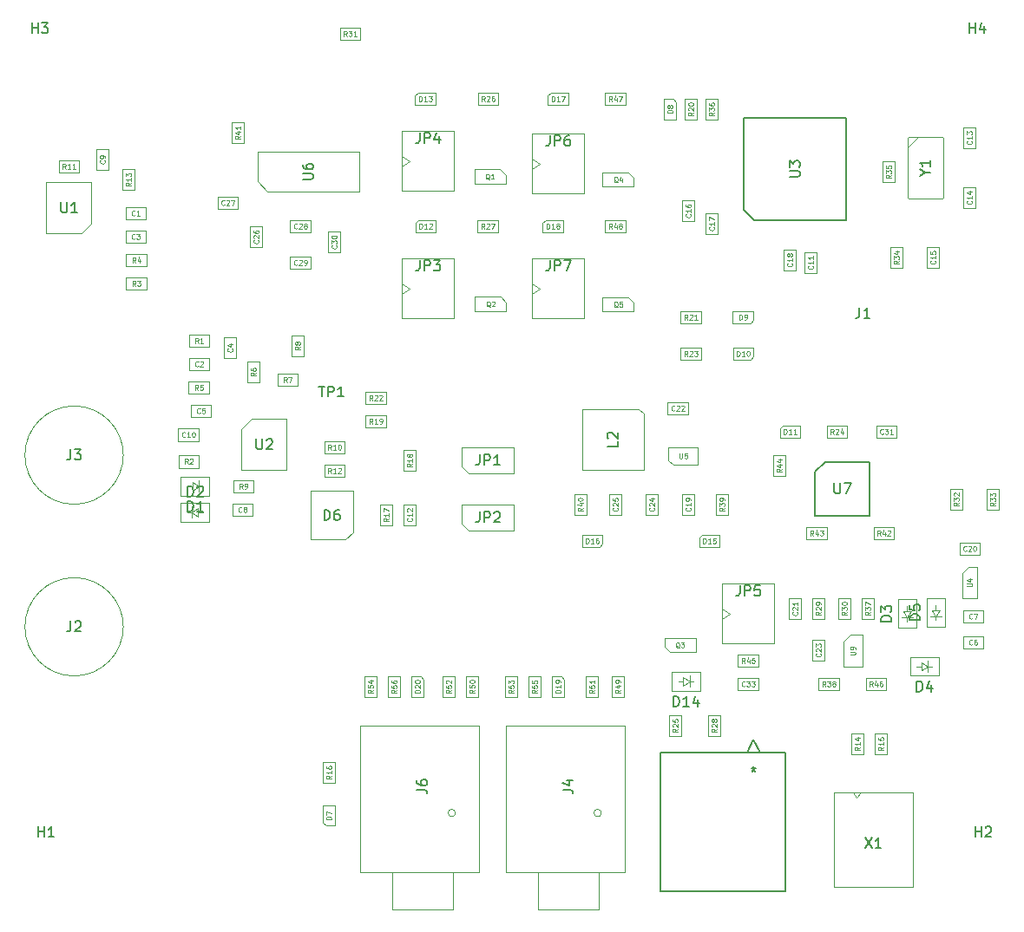
<source format=gbr>
%TF.GenerationSoftware,KiCad,Pcbnew,5.1.6-c6e7f7d~87~ubuntu18.04.1*%
%TF.CreationDate,2020-08-04T17:41:11-05:00*%
%TF.ProjectId,pHMeter,70484d65-7465-4722-9e6b-696361645f70,0.1*%
%TF.SameCoordinates,Original*%
%TF.FileFunction,Other,Fab,Top*%
%FSLAX46Y46*%
G04 Gerber Fmt 4.6, Leading zero omitted, Abs format (unit mm)*
G04 Created by KiCad (PCBNEW 5.1.6-c6e7f7d~87~ubuntu18.04.1) date 2020-08-04 17:41:11*
%MOMM*%
%LPD*%
G01*
G04 APERTURE LIST*
%ADD10C,0.100000*%
%ADD11C,0.120000*%
%ADD12C,0.150000*%
%ADD13C,0.152400*%
%ADD14C,0.080000*%
%ADD15C,0.075000*%
G04 APERTURE END LIST*
D10*
%TO.C,R33*%
X275752000Y-110769000D02*
X276952000Y-110769000D01*
X276952000Y-110769000D02*
X276952000Y-112769000D01*
X276952000Y-112769000D02*
X275752000Y-112769000D01*
X275752000Y-112769000D02*
X275752000Y-110769000D01*
%TO.C,C11*%
X257972000Y-87646000D02*
X259172000Y-87646000D01*
X259172000Y-87646000D02*
X259172000Y-89646000D01*
X259172000Y-89646000D02*
X257972000Y-89646000D01*
X257972000Y-89646000D02*
X257972000Y-87646000D01*
%TO.C,D15*%
X249675000Y-116424000D02*
X249675000Y-115224000D01*
X247675000Y-116424000D02*
X249675000Y-116424000D01*
X247675000Y-115524000D02*
X247675000Y-116424000D01*
X247975000Y-115224000D02*
X247675000Y-115524000D01*
X249675000Y-115224000D02*
X247975000Y-115224000D01*
%TO.C,C19*%
X246034000Y-113259000D02*
X246034000Y-111259000D01*
X247234000Y-113259000D02*
X246034000Y-113259000D01*
X247234000Y-111259000D02*
X247234000Y-113259000D01*
X246034000Y-111259000D02*
X247234000Y-111259000D01*
%TO.C,JP2*%
X225171000Y-114808000D02*
X224536000Y-114173000D01*
X229616000Y-114808000D02*
X225171000Y-114808000D01*
X229616000Y-112268000D02*
X229616000Y-114808000D01*
X224536000Y-112268000D02*
X229616000Y-112268000D01*
X224536000Y-114173000D02*
X224536000Y-112268000D01*
%TO.C,C25*%
X240122000Y-113259000D02*
X238922000Y-113259000D01*
X238922000Y-113259000D02*
X238922000Y-111259000D01*
X238922000Y-111259000D02*
X240122000Y-111259000D01*
X240122000Y-111259000D02*
X240122000Y-113259000D01*
%TO.C,D16*%
X236245000Y-116424000D02*
X237945000Y-116424000D01*
X237945000Y-116424000D02*
X238245000Y-116124000D01*
X238245000Y-116124000D02*
X238245000Y-115224000D01*
X238245000Y-115224000D02*
X236245000Y-115224000D01*
X236245000Y-115224000D02*
X236245000Y-116424000D01*
%TO.C,C22*%
X246609000Y-102270000D02*
X246609000Y-103470000D01*
X246609000Y-103470000D02*
X244609000Y-103470000D01*
X244609000Y-103470000D02*
X244609000Y-102270000D01*
X244609000Y-102270000D02*
X246609000Y-102270000D01*
%TO.C,JP1*%
X224536000Y-108585000D02*
X224536000Y-106680000D01*
X224536000Y-106680000D02*
X229616000Y-106680000D01*
X229616000Y-106680000D02*
X229616000Y-109220000D01*
X229616000Y-109220000D02*
X225171000Y-109220000D01*
X225171000Y-109220000D02*
X224536000Y-108585000D01*
%TO.C,L2*%
X241768000Y-102918000D02*
X242268000Y-103418000D01*
X236268000Y-102918000D02*
X241768000Y-102918000D01*
X236268000Y-108918000D02*
X236268000Y-102918000D01*
X242268000Y-108918000D02*
X236268000Y-108918000D01*
X242268000Y-103418000D02*
X242268000Y-108918000D01*
%TO.C,C24*%
X243678000Y-113259000D02*
X242478000Y-113259000D01*
X242478000Y-113259000D02*
X242478000Y-111259000D01*
X242478000Y-111259000D02*
X243678000Y-111259000D01*
X243678000Y-111259000D02*
X243678000Y-113259000D01*
%TO.C,R39*%
X249336000Y-111259000D02*
X250536000Y-111259000D01*
X250536000Y-111259000D02*
X250536000Y-113259000D01*
X250536000Y-113259000D02*
X249336000Y-113259000D01*
X249336000Y-113259000D02*
X249336000Y-111259000D01*
%TO.C,R40*%
X235493000Y-113251600D02*
X235493000Y-111251600D01*
X236693000Y-113251600D02*
X235493000Y-113251600D01*
X236693000Y-111251600D02*
X236693000Y-113251600D01*
X235493000Y-111251600D02*
X236693000Y-111251600D01*
%TO.C,U5*%
X244671001Y-106650999D02*
X247571001Y-106650999D01*
X247571001Y-106650999D02*
X247571001Y-108410999D01*
X245121001Y-108410999D02*
X247571001Y-108410999D01*
X244671001Y-106650999D02*
X244671001Y-107960999D01*
X245121001Y-108410999D02*
X244671001Y-107960999D01*
%TO.C,C26*%
X203870000Y-85115000D02*
X205070000Y-85115000D01*
X205070000Y-85115000D02*
X205070000Y-87115000D01*
X205070000Y-87115000D02*
X203870000Y-87115000D01*
X203870000Y-87115000D02*
X203870000Y-85115000D01*
%TO.C,C27*%
X202676000Y-82204000D02*
X202676000Y-83404000D01*
X202676000Y-83404000D02*
X200676000Y-83404000D01*
X200676000Y-83404000D02*
X200676000Y-82204000D01*
X200676000Y-82204000D02*
X202676000Y-82204000D01*
%TO.C,C28*%
X207779000Y-85690000D02*
X207779000Y-84490000D01*
X207779000Y-84490000D02*
X209779000Y-84490000D01*
X209779000Y-84490000D02*
X209779000Y-85690000D01*
X209779000Y-85690000D02*
X207779000Y-85690000D01*
%TO.C,C29*%
X209779000Y-89246000D02*
X207779000Y-89246000D01*
X209779000Y-88046000D02*
X209779000Y-89246000D01*
X207779000Y-88046000D02*
X209779000Y-88046000D01*
X207779000Y-89246000D02*
X207779000Y-88046000D01*
%TO.C,C30*%
X212690000Y-85623000D02*
X212690000Y-87623000D01*
X211490000Y-85623000D02*
X212690000Y-85623000D01*
X211490000Y-87623000D02*
X211490000Y-85623000D01*
X212690000Y-87623000D02*
X211490000Y-87623000D01*
%TO.C,C31*%
X266947000Y-105756000D02*
X264947000Y-105756000D01*
X266947000Y-104556000D02*
X266947000Y-105756000D01*
X264947000Y-104556000D02*
X266947000Y-104556000D01*
X264947000Y-105756000D02*
X264947000Y-104556000D01*
%TO.C,D1*%
X198250000Y-110490000D02*
X197750000Y-110490000D01*
X198250000Y-110090000D02*
X198850000Y-110490000D01*
X198250000Y-110890000D02*
X198250000Y-110090000D01*
X198850000Y-110490000D02*
X198250000Y-110890000D01*
X198850000Y-110490000D02*
X198850000Y-109940000D01*
X198850000Y-110490000D02*
X198850000Y-111040000D01*
X199250000Y-110490000D02*
X198850000Y-110490000D01*
X199900000Y-109590000D02*
X199900000Y-111390000D01*
X197100000Y-109590000D02*
X199900000Y-109590000D01*
X197100000Y-111390000D02*
X197100000Y-109590000D01*
X199900000Y-111390000D02*
X197100000Y-111390000D01*
%TO.C,D2*%
X197102000Y-112130000D02*
X199902000Y-112130000D01*
X199902000Y-112130000D02*
X199902000Y-113930000D01*
X199902000Y-113930000D02*
X197102000Y-113930000D01*
X197102000Y-113930000D02*
X197102000Y-112130000D01*
X197752000Y-113030000D02*
X198152000Y-113030000D01*
X198152000Y-113030000D02*
X198152000Y-112480000D01*
X198152000Y-113030000D02*
X198152000Y-113580000D01*
X198152000Y-113030000D02*
X198752000Y-112630000D01*
X198752000Y-112630000D02*
X198752000Y-113430000D01*
X198752000Y-113430000D02*
X198152000Y-113030000D01*
X198752000Y-113030000D02*
X199252000Y-113030000D01*
%TO.C,D3*%
X267070000Y-124336000D02*
X267070000Y-121536000D01*
X267070000Y-121536000D02*
X268870000Y-121536000D01*
X268870000Y-121536000D02*
X268870000Y-124336000D01*
X268870000Y-124336000D02*
X267070000Y-124336000D01*
X267970000Y-123686000D02*
X267970000Y-123286000D01*
X267970000Y-123286000D02*
X267420000Y-123286000D01*
X267970000Y-123286000D02*
X268520000Y-123286000D01*
X267970000Y-123286000D02*
X267570000Y-122686000D01*
X267570000Y-122686000D02*
X268370000Y-122686000D01*
X268370000Y-122686000D02*
X267970000Y-123286000D01*
X267970000Y-122686000D02*
X267970000Y-122186000D01*
%TO.C,D4*%
X269396400Y-128066800D02*
X268896400Y-128066800D01*
X269396400Y-127666800D02*
X269996400Y-128066800D01*
X269396400Y-128466800D02*
X269396400Y-127666800D01*
X269996400Y-128066800D02*
X269396400Y-128466800D01*
X269996400Y-128066800D02*
X269996400Y-127516800D01*
X269996400Y-128066800D02*
X269996400Y-128616800D01*
X270396400Y-128066800D02*
X269996400Y-128066800D01*
X271046400Y-127166800D02*
X271046400Y-128966800D01*
X268246400Y-127166800D02*
X271046400Y-127166800D01*
X268246400Y-128966800D02*
X268246400Y-127166800D01*
X271046400Y-128966800D02*
X268246400Y-128966800D01*
%TO.C,D5*%
X270764000Y-122560000D02*
X270764000Y-122060000D01*
X271164000Y-122560000D02*
X270764000Y-123160000D01*
X270364000Y-122560000D02*
X271164000Y-122560000D01*
X270764000Y-123160000D02*
X270364000Y-122560000D01*
X270764000Y-123160000D02*
X271314000Y-123160000D01*
X270764000Y-123160000D02*
X270214000Y-123160000D01*
X270764000Y-123560000D02*
X270764000Y-123160000D01*
X271664000Y-124210000D02*
X269864000Y-124210000D01*
X271664000Y-121410000D02*
X271664000Y-124210000D01*
X269864000Y-121410000D02*
X271664000Y-121410000D01*
X269864000Y-124210000D02*
X269864000Y-121410000D01*
D11*
%TO.C,D6*%
X209786000Y-115684000D02*
X209786000Y-110884000D01*
X209786000Y-110884000D02*
X213886000Y-110884000D01*
X213886000Y-110884000D02*
X213886000Y-114984000D01*
X213886000Y-114984000D02*
X213186000Y-115684000D01*
X213186000Y-115684000D02*
X209786000Y-115684000D01*
D10*
%TO.C,J2*%
X191490000Y-124206000D02*
G75*
G03*
X191490000Y-124206000I-4800000J0D01*
G01*
%TO.C,J3*%
X191490000Y-107442000D02*
G75*
G03*
X191490000Y-107442000I-4800000J0D01*
G01*
%TO.C,R1*%
X197891000Y-95666000D02*
X199891000Y-95666000D01*
X197891000Y-96866000D02*
X197891000Y-95666000D01*
X199891000Y-96866000D02*
X197891000Y-96866000D01*
X199891000Y-95666000D02*
X199891000Y-96866000D01*
%TO.C,R2*%
X196875000Y-107477000D02*
X198875000Y-107477000D01*
X196875000Y-108677000D02*
X196875000Y-107477000D01*
X198875000Y-108677000D02*
X196875000Y-108677000D01*
X198875000Y-107477000D02*
X198875000Y-108677000D01*
%TO.C,R3*%
X191777000Y-91278000D02*
X191777000Y-90078000D01*
X191777000Y-90078000D02*
X193777000Y-90078000D01*
X193777000Y-90078000D02*
X193777000Y-91278000D01*
X193777000Y-91278000D02*
X191777000Y-91278000D01*
%TO.C,R4*%
X193777000Y-88992000D02*
X191777000Y-88992000D01*
X193777000Y-87792000D02*
X193777000Y-88992000D01*
X191777000Y-87792000D02*
X193777000Y-87792000D01*
X191777000Y-88992000D02*
X191777000Y-87792000D01*
%TO.C,R5*%
X197873000Y-100238000D02*
X199873000Y-100238000D01*
X197873000Y-101438000D02*
X197873000Y-100238000D01*
X199873000Y-101438000D02*
X197873000Y-101438000D01*
X199873000Y-100238000D02*
X199873000Y-101438000D01*
%TO.C,R6*%
X204816000Y-100314000D02*
X203616000Y-100314000D01*
X203616000Y-100314000D02*
X203616000Y-98314000D01*
X203616000Y-98314000D02*
X204816000Y-98314000D01*
X204816000Y-98314000D02*
X204816000Y-100314000D01*
%TO.C,R7*%
X208527000Y-99476000D02*
X208527000Y-100676000D01*
X208527000Y-100676000D02*
X206527000Y-100676000D01*
X206527000Y-100676000D02*
X206527000Y-99476000D01*
X206527000Y-99476000D02*
X208527000Y-99476000D01*
%TO.C,R8*%
X207934000Y-97765000D02*
X207934000Y-95765000D01*
X209134000Y-97765000D02*
X207934000Y-97765000D01*
X209134000Y-95765000D02*
X209134000Y-97765000D01*
X207934000Y-95765000D02*
X209134000Y-95765000D01*
%TO.C,R9*%
X202209000Y-111090000D02*
X202209000Y-109890000D01*
X202209000Y-109890000D02*
X204209000Y-109890000D01*
X204209000Y-109890000D02*
X204209000Y-111090000D01*
X204209000Y-111090000D02*
X202209000Y-111090000D01*
%TO.C,R10*%
X211099000Y-106080000D02*
X213099000Y-106080000D01*
X211099000Y-107280000D02*
X211099000Y-106080000D01*
X213099000Y-107280000D02*
X211099000Y-107280000D01*
X213099000Y-106080000D02*
X213099000Y-107280000D01*
%TO.C,R11*%
X185191000Y-78648000D02*
X187191000Y-78648000D01*
X185191000Y-79848000D02*
X185191000Y-78648000D01*
X187191000Y-79848000D02*
X185191000Y-79848000D01*
X187191000Y-78648000D02*
X187191000Y-79848000D01*
%TO.C,R12*%
X213099000Y-108366000D02*
X213099000Y-109566000D01*
X213099000Y-109566000D02*
X211099000Y-109566000D01*
X211099000Y-109566000D02*
X211099000Y-108366000D01*
X211099000Y-108366000D02*
X213099000Y-108366000D01*
%TO.C,R13*%
X192624000Y-81527000D02*
X191424000Y-81527000D01*
X191424000Y-81527000D02*
X191424000Y-79527000D01*
X191424000Y-79527000D02*
X192624000Y-79527000D01*
X192624000Y-79527000D02*
X192624000Y-81527000D01*
%TO.C,R14*%
X262544000Y-134627000D02*
X263744000Y-134627000D01*
X263744000Y-134627000D02*
X263744000Y-136627000D01*
X263744000Y-136627000D02*
X262544000Y-136627000D01*
X262544000Y-136627000D02*
X262544000Y-134627000D01*
%TO.C,R15*%
X264830000Y-134627000D02*
X266030000Y-134627000D01*
X266030000Y-134627000D02*
X266030000Y-136627000D01*
X266030000Y-136627000D02*
X264830000Y-136627000D01*
X264830000Y-136627000D02*
X264830000Y-134627000D01*
%TO.C,R16*%
X210982000Y-137421000D02*
X212182000Y-137421000D01*
X212182000Y-137421000D02*
X212182000Y-139421000D01*
X212182000Y-139421000D02*
X210982000Y-139421000D01*
X210982000Y-139421000D02*
X210982000Y-137421000D01*
%TO.C,R17*%
X217770000Y-112293000D02*
X217770000Y-114293000D01*
X216570000Y-112293000D02*
X217770000Y-112293000D01*
X216570000Y-114293000D02*
X216570000Y-112293000D01*
X217770000Y-114293000D02*
X216570000Y-114293000D01*
%TO.C,R18*%
X220056000Y-108959000D02*
X218856000Y-108959000D01*
X218856000Y-108959000D02*
X218856000Y-106959000D01*
X218856000Y-106959000D02*
X220056000Y-106959000D01*
X220056000Y-106959000D02*
X220056000Y-108959000D01*
%TO.C,R19*%
X215145000Y-103540000D02*
X217145000Y-103540000D01*
X215145000Y-104740000D02*
X215145000Y-103540000D01*
X217145000Y-104740000D02*
X215145000Y-104740000D01*
X217145000Y-103540000D02*
X217145000Y-104740000D01*
%TO.C,R20*%
X246288000Y-72660000D02*
X247488000Y-72660000D01*
X247488000Y-72660000D02*
X247488000Y-74660000D01*
X247488000Y-74660000D02*
X246288000Y-74660000D01*
X246288000Y-74660000D02*
X246288000Y-72660000D01*
%TO.C,R21*%
X247879000Y-94580000D02*
X245879000Y-94580000D01*
X247879000Y-93380000D02*
X247879000Y-94580000D01*
X245879000Y-93380000D02*
X247879000Y-93380000D01*
X245879000Y-94580000D02*
X245879000Y-93380000D01*
%TO.C,R22*%
X217145000Y-101254000D02*
X217145000Y-102454000D01*
X217145000Y-102454000D02*
X215145000Y-102454000D01*
X215145000Y-102454000D02*
X215145000Y-101254000D01*
X215145000Y-101254000D02*
X217145000Y-101254000D01*
%TO.C,R23*%
X247879000Y-98136000D02*
X245879000Y-98136000D01*
X247879000Y-96936000D02*
X247879000Y-98136000D01*
X245879000Y-96936000D02*
X247879000Y-96936000D01*
X245879000Y-98136000D02*
X245879000Y-96936000D01*
%TO.C,R24*%
X262121000Y-104556000D02*
X262121000Y-105756000D01*
X262121000Y-105756000D02*
X260121000Y-105756000D01*
X260121000Y-105756000D02*
X260121000Y-104556000D01*
X260121000Y-104556000D02*
X262121000Y-104556000D01*
%TO.C,R25*%
X244764000Y-132849000D02*
X245964000Y-132849000D01*
X245964000Y-132849000D02*
X245964000Y-134849000D01*
X245964000Y-134849000D02*
X244764000Y-134849000D01*
X244764000Y-134849000D02*
X244764000Y-132849000D01*
%TO.C,R26*%
X226085000Y-72044000D02*
X228085000Y-72044000D01*
X226085000Y-73244000D02*
X226085000Y-72044000D01*
X228085000Y-73244000D02*
X226085000Y-73244000D01*
X228085000Y-72044000D02*
X228085000Y-73244000D01*
%TO.C,R27*%
X228067000Y-84490000D02*
X228067000Y-85690000D01*
X228067000Y-85690000D02*
X226067000Y-85690000D01*
X226067000Y-85690000D02*
X226067000Y-84490000D01*
X226067000Y-84490000D02*
X228067000Y-84490000D01*
%TO.C,R28*%
X248574000Y-134849000D02*
X248574000Y-132849000D01*
X249774000Y-134849000D02*
X248574000Y-134849000D01*
X249774000Y-132849000D02*
X249774000Y-134849000D01*
X248574000Y-132849000D02*
X249774000Y-132849000D01*
%TO.C,R41*%
X203292000Y-74955000D02*
X203292000Y-76955000D01*
X202092000Y-74955000D02*
X203292000Y-74955000D01*
X202092000Y-76955000D02*
X202092000Y-74955000D01*
X203292000Y-76955000D02*
X202092000Y-76955000D01*
%TO.C,R42*%
X266693000Y-115662000D02*
X264693000Y-115662000D01*
X266693000Y-114462000D02*
X266693000Y-115662000D01*
X264693000Y-114462000D02*
X266693000Y-114462000D01*
X264693000Y-115662000D02*
X264693000Y-114462000D01*
%TO.C,R43*%
X258139800Y-115662000D02*
X258139800Y-114462000D01*
X258139800Y-114462000D02*
X260139800Y-114462000D01*
X260139800Y-114462000D02*
X260139800Y-115662000D01*
X260139800Y-115662000D02*
X258139800Y-115662000D01*
%TO.C,R44*%
X256124000Y-107467000D02*
X256124000Y-109467000D01*
X254924000Y-107467000D02*
X256124000Y-107467000D01*
X254924000Y-109467000D02*
X254924000Y-107467000D01*
X256124000Y-109467000D02*
X254924000Y-109467000D01*
%TO.C,X1*%
X262718000Y-140414000D02*
X263068000Y-140914000D01*
X260818000Y-140414000D02*
X268518000Y-140414000D01*
X260818000Y-140414000D02*
X260818000Y-149614000D01*
X260818000Y-149614000D02*
X268518000Y-149614000D01*
X268518000Y-149614000D02*
X268518000Y-140414000D01*
X263068000Y-140914000D02*
X263418000Y-140414000D01*
%TO.C,D7*%
X210955999Y-141636001D02*
X210955999Y-143336001D01*
X210955999Y-143336001D02*
X211255999Y-143636001D01*
X211255999Y-143636001D02*
X212155999Y-143636001D01*
X212155999Y-143636001D02*
X212155999Y-141636001D01*
X212155999Y-141636001D02*
X210955999Y-141636001D01*
%TO.C,D8*%
X244256000Y-74660000D02*
X245456000Y-74660000D01*
X244256000Y-72660000D02*
X244256000Y-74660000D01*
X245156000Y-72660000D02*
X244256000Y-72660000D01*
X245456000Y-72960000D02*
X245156000Y-72660000D01*
X245456000Y-74660000D02*
X245456000Y-72960000D01*
%TO.C,D9*%
X250959000Y-94580000D02*
X252659000Y-94580000D01*
X252659000Y-94580000D02*
X252959000Y-94280000D01*
X252959000Y-94280000D02*
X252959000Y-93380000D01*
X252959000Y-93380000D02*
X250959000Y-93380000D01*
X250959000Y-93380000D02*
X250959000Y-94580000D01*
%TO.C,D10*%
X250968000Y-98136000D02*
X252668000Y-98136000D01*
X252668000Y-98136000D02*
X252968000Y-97836000D01*
X252968000Y-97836000D02*
X252968000Y-96936000D01*
X252968000Y-96936000D02*
X250968000Y-96936000D01*
X250968000Y-96936000D02*
X250968000Y-98136000D01*
%TO.C,D11*%
X257549000Y-105756000D02*
X257549000Y-104556000D01*
X255549000Y-105756000D02*
X257549000Y-105756000D01*
X255549000Y-104856000D02*
X255549000Y-105756000D01*
X255849000Y-104556000D02*
X255549000Y-104856000D01*
X257549000Y-104556000D02*
X255849000Y-104556000D01*
%TO.C,D12*%
X221989000Y-85690000D02*
X221989000Y-84490000D01*
X219989000Y-85690000D02*
X221989000Y-85690000D01*
X219989000Y-84790000D02*
X219989000Y-85690000D01*
X220289000Y-84490000D02*
X219989000Y-84790000D01*
X221989000Y-84490000D02*
X220289000Y-84490000D01*
%TO.C,D13*%
X221971000Y-72044000D02*
X220271000Y-72044000D01*
X220271000Y-72044000D02*
X219971000Y-72344000D01*
X219971000Y-72344000D02*
X219971000Y-73244000D01*
X219971000Y-73244000D02*
X221971000Y-73244000D01*
X221971000Y-73244000D02*
X221971000Y-72044000D01*
%TO.C,R31*%
X214623000Y-66894000D02*
X212623000Y-66894000D01*
X214623000Y-65694000D02*
X214623000Y-66894000D01*
X212623000Y-65694000D02*
X214623000Y-65694000D01*
X212623000Y-66894000D02*
X212623000Y-65694000D01*
%TO.C,R32*%
X273396000Y-110751000D02*
X273396000Y-112751000D01*
X272196000Y-110751000D02*
X273396000Y-110751000D01*
X272196000Y-112751000D02*
X272196000Y-110751000D01*
X273396000Y-112751000D02*
X272196000Y-112751000D01*
%TO.C,U1*%
X188382000Y-84812000D02*
X187382000Y-85812000D01*
X188382000Y-80812000D02*
X188382000Y-84812000D01*
X183982000Y-80812000D02*
X188382000Y-80812000D01*
X183982000Y-85812000D02*
X183982000Y-80812000D01*
X187382000Y-85812000D02*
X183982000Y-85812000D01*
%TO.C,U6*%
X205575000Y-81706000D02*
X204600000Y-80731000D01*
X214500000Y-81706000D02*
X205575000Y-81706000D01*
X214500000Y-77806000D02*
X214500000Y-81706000D01*
X204600000Y-77806000D02*
X214500000Y-77806000D01*
X204600000Y-80731000D02*
X204600000Y-77806000D01*
D12*
%TO.C,U7*%
X259970000Y-108094000D02*
X264270000Y-108094000D01*
X264270000Y-108094000D02*
X264270000Y-113394000D01*
X264270000Y-113394000D02*
X258970000Y-113394000D01*
X258970000Y-113394000D02*
X258970000Y-109094000D01*
X258970000Y-109094000D02*
X259970000Y-108094000D01*
D10*
%TO.C,U2*%
X203032000Y-104926000D02*
X204032000Y-103926000D01*
X203032000Y-108926000D02*
X203032000Y-104926000D01*
X207432000Y-108926000D02*
X203032000Y-108926000D01*
X207432000Y-103926000D02*
X207432000Y-108926000D01*
X204032000Y-103926000D02*
X207432000Y-103926000D01*
%TO.C,C13*%
X274666000Y-77445000D02*
X273466000Y-77445000D01*
X273466000Y-77445000D02*
X273466000Y-75445000D01*
X273466000Y-75445000D02*
X274666000Y-75445000D01*
X274666000Y-75445000D02*
X274666000Y-77445000D01*
%TO.C,C14*%
X273466000Y-83287000D02*
X273466000Y-81287000D01*
X274666000Y-83287000D02*
X273466000Y-83287000D01*
X274666000Y-81287000D02*
X274666000Y-83287000D01*
X273466000Y-81287000D02*
X274666000Y-81287000D01*
%TO.C,C15*%
X271110000Y-87138000D02*
X271110000Y-89138000D01*
X269910000Y-87138000D02*
X271110000Y-87138000D01*
X269910000Y-89138000D02*
X269910000Y-87138000D01*
X271110000Y-89138000D02*
X269910000Y-89138000D01*
%TO.C,C16*%
X246034000Y-82575000D02*
X247234000Y-82575000D01*
X247234000Y-82575000D02*
X247234000Y-84575000D01*
X247234000Y-84575000D02*
X246034000Y-84575000D01*
X246034000Y-84575000D02*
X246034000Y-82575000D01*
%TO.C,C17*%
X248320000Y-85845000D02*
X248320000Y-83845000D01*
X249520000Y-85845000D02*
X248320000Y-85845000D01*
X249520000Y-83845000D02*
X249520000Y-85845000D01*
X248320000Y-83845000D02*
X249520000Y-83845000D01*
%TO.C,C18*%
X255940000Y-87383000D02*
X257140000Y-87383000D01*
X257140000Y-87383000D02*
X257140000Y-89383000D01*
X257140000Y-89383000D02*
X255940000Y-89383000D01*
X255940000Y-89383000D02*
X255940000Y-87383000D01*
%TO.C,R34*%
X267554000Y-89147000D02*
X266354000Y-89147000D01*
X266354000Y-89147000D02*
X266354000Y-87147000D01*
X266354000Y-87147000D02*
X267554000Y-87147000D01*
X267554000Y-87147000D02*
X267554000Y-89147000D01*
%TO.C,R35*%
X265592000Y-80765000D02*
X265592000Y-78765000D01*
X266792000Y-80765000D02*
X265592000Y-80765000D01*
X266792000Y-78765000D02*
X266792000Y-80765000D01*
X265592000Y-78765000D02*
X266792000Y-78765000D01*
%TO.C,R36*%
X249520000Y-74660000D02*
X248320000Y-74660000D01*
X248320000Y-74660000D02*
X248320000Y-72660000D01*
X248320000Y-72660000D02*
X249520000Y-72660000D01*
X249520000Y-72660000D02*
X249520000Y-74660000D01*
D12*
%TO.C,U3*%
X252048000Y-83502000D02*
X252048000Y-74502000D01*
X252048000Y-74502000D02*
X262048000Y-74502000D01*
X262048000Y-74502000D02*
X262048000Y-84502000D01*
X262048000Y-84502000D02*
X253048000Y-84502000D01*
X253048000Y-84502000D02*
X252048000Y-83502000D01*
D10*
%TO.C,Y1*%
X271498000Y-76466500D02*
X271498000Y-82266500D01*
X271498000Y-82266500D02*
X271398000Y-82366500D01*
X271398000Y-82366500D02*
X268098000Y-82366500D01*
X268098000Y-82366500D02*
X267998000Y-82266500D01*
X267998000Y-82266500D02*
X267998000Y-76466500D01*
X267998000Y-76466500D02*
X268098000Y-76366500D01*
X268098000Y-76366500D02*
X271398000Y-76366500D01*
X271398000Y-76366500D02*
X271498000Y-76466500D01*
X268998000Y-76366500D02*
X267998000Y-77366500D01*
%TO.C,Q1*%
X228214000Y-79548000D02*
X225764000Y-79548000D01*
X228784000Y-80098000D02*
X228784000Y-80948000D01*
X228214000Y-79548000D02*
X228784000Y-80098000D01*
X228784000Y-80948000D02*
X225744000Y-80948000D01*
X225744000Y-79548000D02*
X225744000Y-80948000D01*
%TO.C,Q2*%
X225810000Y-91994000D02*
X225810000Y-93394000D01*
X228850000Y-93394000D02*
X225810000Y-93394000D01*
X228280000Y-91994000D02*
X228850000Y-92544000D01*
X228850000Y-92544000D02*
X228850000Y-93394000D01*
X228280000Y-91994000D02*
X225830000Y-91994000D01*
%TO.C,C21*%
X257648000Y-121437000D02*
X257648000Y-123437000D01*
X256448000Y-121437000D02*
X257648000Y-121437000D01*
X256448000Y-123437000D02*
X256448000Y-121437000D01*
X257648000Y-123437000D02*
X256448000Y-123437000D01*
%TO.C,C23*%
X259934000Y-127483000D02*
X258734000Y-127483000D01*
X258734000Y-127483000D02*
X258734000Y-125483000D01*
X258734000Y-125483000D02*
X259934000Y-125483000D01*
X259934000Y-125483000D02*
X259934000Y-127483000D01*
%TO.C,C33*%
X251467000Y-129194000D02*
X253467000Y-129194000D01*
X251467000Y-130394000D02*
X251467000Y-129194000D01*
X253467000Y-130394000D02*
X251467000Y-130394000D01*
X253467000Y-129194000D02*
X253467000Y-130394000D01*
%TO.C,D14*%
X247780000Y-130440000D02*
X244980000Y-130440000D01*
X244980000Y-130440000D02*
X244980000Y-128640000D01*
X244980000Y-128640000D02*
X247780000Y-128640000D01*
X247780000Y-128640000D02*
X247780000Y-130440000D01*
X247130000Y-129540000D02*
X246730000Y-129540000D01*
X246730000Y-129540000D02*
X246730000Y-130090000D01*
X246730000Y-129540000D02*
X246730000Y-128990000D01*
X246730000Y-129540000D02*
X246130000Y-129940000D01*
X246130000Y-129940000D02*
X246130000Y-129140000D01*
X246130000Y-129140000D02*
X246730000Y-129540000D01*
X246130000Y-129540000D02*
X245630000Y-129540000D01*
%TO.C,D17*%
X234925000Y-72044000D02*
X233225000Y-72044000D01*
X233225000Y-72044000D02*
X232925000Y-72344000D01*
X232925000Y-72344000D02*
X232925000Y-73244000D01*
X232925000Y-73244000D02*
X234925000Y-73244000D01*
X234925000Y-73244000D02*
X234925000Y-72044000D01*
%TO.C,D18*%
X234417000Y-85690000D02*
X234417000Y-84490000D01*
X232417000Y-85690000D02*
X234417000Y-85690000D01*
X232417000Y-84790000D02*
X232417000Y-85690000D01*
X232717000Y-84490000D02*
X232417000Y-84790000D01*
X234417000Y-84490000D02*
X232717000Y-84490000D01*
%TO.C,Q3*%
X244856000Y-126684000D02*
X247306000Y-126684000D01*
X244286000Y-126134000D02*
X244286000Y-125284000D01*
X244856000Y-126684000D02*
X244286000Y-126134000D01*
X244286000Y-125284000D02*
X247326000Y-125284000D01*
X247326000Y-126684000D02*
X247326000Y-125284000D01*
%TO.C,Q4*%
X238256000Y-79834000D02*
X238256000Y-81234000D01*
X241296000Y-81234000D02*
X238256000Y-81234000D01*
X240726000Y-79834000D02*
X241296000Y-80384000D01*
X241296000Y-80384000D02*
X241296000Y-81234000D01*
X240726000Y-79834000D02*
X238276000Y-79834000D01*
%TO.C,Q5*%
X240726000Y-92026000D02*
X238276000Y-92026000D01*
X241296000Y-92576000D02*
X241296000Y-93426000D01*
X240726000Y-92026000D02*
X241296000Y-92576000D01*
X241296000Y-93426000D02*
X238256000Y-93426000D01*
X238256000Y-92026000D02*
X238256000Y-93426000D01*
%TO.C,R29*%
X259934000Y-121419000D02*
X259934000Y-123419000D01*
X258734000Y-121419000D02*
X259934000Y-121419000D01*
X258734000Y-123419000D02*
X258734000Y-121419000D01*
X259934000Y-123419000D02*
X258734000Y-123419000D01*
%TO.C,R30*%
X262474000Y-123419000D02*
X261274000Y-123419000D01*
X261274000Y-123419000D02*
X261274000Y-121419000D01*
X261274000Y-121419000D02*
X262474000Y-121419000D01*
X262474000Y-121419000D02*
X262474000Y-123419000D01*
%TO.C,R37*%
X263560000Y-121428000D02*
X264760000Y-121428000D01*
X264760000Y-121428000D02*
X264760000Y-123428000D01*
X264760000Y-123428000D02*
X263560000Y-123428000D01*
X263560000Y-123428000D02*
X263560000Y-121428000D01*
%TO.C,R38*%
X259341000Y-129194000D02*
X261341000Y-129194000D01*
X259341000Y-130394000D02*
X259341000Y-129194000D01*
X261341000Y-130394000D02*
X259341000Y-130394000D01*
X261341000Y-129194000D02*
X261341000Y-130394000D01*
%TO.C,R45*%
X251467000Y-126908000D02*
X253467000Y-126908000D01*
X251467000Y-128108000D02*
X251467000Y-126908000D01*
X253467000Y-128108000D02*
X251467000Y-128108000D01*
X253467000Y-126908000D02*
X253467000Y-128108000D01*
%TO.C,R46*%
X263931000Y-130394000D02*
X263931000Y-129194000D01*
X263931000Y-129194000D02*
X265931000Y-129194000D01*
X265931000Y-129194000D02*
X265931000Y-130394000D01*
X265931000Y-130394000D02*
X263931000Y-130394000D01*
%TO.C,R47*%
X240513000Y-72044000D02*
X240513000Y-73244000D01*
X240513000Y-73244000D02*
X238513000Y-73244000D01*
X238513000Y-73244000D02*
X238513000Y-72044000D01*
X238513000Y-72044000D02*
X240513000Y-72044000D01*
%TO.C,R48*%
X238513000Y-84490000D02*
X240513000Y-84490000D01*
X238513000Y-85690000D02*
X238513000Y-84490000D01*
X240513000Y-85690000D02*
X238513000Y-85690000D01*
X240513000Y-84490000D02*
X240513000Y-85690000D01*
%TO.C,U4*%
X273382000Y-118938000D02*
X273382000Y-121388000D01*
X273932000Y-118368000D02*
X274782000Y-118368000D01*
X273382000Y-118938000D02*
X273932000Y-118368000D01*
X274782000Y-118368000D02*
X274782000Y-121408000D01*
X273382000Y-121408000D02*
X274782000Y-121408000D01*
%TO.C,U9*%
X263585001Y-124989001D02*
X263585001Y-128089001D01*
X263585001Y-128089001D02*
X261785001Y-128089001D01*
X261785001Y-125639001D02*
X261785001Y-128089001D01*
X263585001Y-124989001D02*
X262435001Y-124989001D01*
X261785001Y-125639001D02*
X262435001Y-124989001D01*
%TO.C,C1*%
X191707500Y-84420000D02*
X191707500Y-83220000D01*
X191707500Y-83220000D02*
X193707500Y-83220000D01*
X193707500Y-83220000D02*
X193707500Y-84420000D01*
X193707500Y-84420000D02*
X191707500Y-84420000D01*
%TO.C,C2*%
X199891000Y-99152000D02*
X197891000Y-99152000D01*
X199891000Y-97952000D02*
X199891000Y-99152000D01*
X197891000Y-97952000D02*
X199891000Y-97952000D01*
X197891000Y-99152000D02*
X197891000Y-97952000D01*
%TO.C,C3*%
X193707500Y-86706000D02*
X191707500Y-86706000D01*
X193707500Y-85506000D02*
X193707500Y-86706000D01*
X191707500Y-85506000D02*
X193707500Y-85506000D01*
X191707500Y-86706000D02*
X191707500Y-85506000D01*
%TO.C,C4*%
X202530000Y-97949500D02*
X201330000Y-97949500D01*
X201330000Y-97949500D02*
X201330000Y-95949500D01*
X201330000Y-95949500D02*
X202530000Y-95949500D01*
X202530000Y-95949500D02*
X202530000Y-97949500D01*
%TO.C,C5*%
X198062100Y-103724000D02*
X198062100Y-102524000D01*
X198062100Y-102524000D02*
X200062100Y-102524000D01*
X200062100Y-102524000D02*
X200062100Y-103724000D01*
X200062100Y-103724000D02*
X198062100Y-103724000D01*
%TO.C,C6*%
X275398500Y-126330000D02*
X273398500Y-126330000D01*
X275398500Y-125130000D02*
X275398500Y-126330000D01*
X273398500Y-125130000D02*
X275398500Y-125130000D01*
X273398500Y-126330000D02*
X273398500Y-125130000D01*
%TO.C,C7*%
X275398500Y-123790000D02*
X273398500Y-123790000D01*
X275398500Y-122590000D02*
X275398500Y-123790000D01*
X273398500Y-122590000D02*
X275398500Y-122590000D01*
X273398500Y-123790000D02*
X273398500Y-122590000D01*
%TO.C,C8*%
X202121500Y-113376000D02*
X202121500Y-112176000D01*
X202121500Y-112176000D02*
X204121500Y-112176000D01*
X204121500Y-112176000D02*
X204121500Y-113376000D01*
X204121500Y-113376000D02*
X202121500Y-113376000D01*
%TO.C,C9*%
X190084000Y-77564500D02*
X190084000Y-79564500D01*
X188884000Y-77564500D02*
X190084000Y-77564500D01*
X188884000Y-79564500D02*
X188884000Y-77564500D01*
X190084000Y-79564500D02*
X188884000Y-79564500D01*
%TO.C,C10*%
X198857000Y-104860800D02*
X198857000Y-106060800D01*
X198857000Y-106060800D02*
X196857000Y-106060800D01*
X196857000Y-106060800D02*
X196857000Y-104860800D01*
X196857000Y-104860800D02*
X198857000Y-104860800D01*
%TO.C,C12*%
X220056000Y-114284000D02*
X218856000Y-114284000D01*
X218856000Y-114284000D02*
X218856000Y-112284000D01*
X218856000Y-112284000D02*
X220056000Y-112284000D01*
X220056000Y-112284000D02*
X220056000Y-114284000D01*
%TO.C,C20*%
X275066000Y-115986000D02*
X275066000Y-117186000D01*
X275066000Y-117186000D02*
X273066000Y-117186000D01*
X273066000Y-117186000D02*
X273066000Y-115986000D01*
X273066000Y-115986000D02*
X275066000Y-115986000D01*
%TO.C,R49*%
X239176000Y-131039000D02*
X239176000Y-129039000D01*
X240376000Y-131039000D02*
X239176000Y-131039000D01*
X240376000Y-129039000D02*
X240376000Y-131039000D01*
X239176000Y-129039000D02*
X240376000Y-129039000D01*
%TO.C,R50*%
X224952000Y-131039000D02*
X224952000Y-129039000D01*
X226152000Y-131039000D02*
X224952000Y-131039000D01*
X226152000Y-129039000D02*
X226152000Y-131039000D01*
X224952000Y-129039000D02*
X226152000Y-129039000D01*
%TO.C,R51*%
X237836000Y-131057000D02*
X236636000Y-131057000D01*
X236636000Y-131057000D02*
X236636000Y-129057000D01*
X236636000Y-129057000D02*
X237836000Y-129057000D01*
X237836000Y-129057000D02*
X237836000Y-131057000D01*
%TO.C,R52*%
X223866000Y-131057000D02*
X222666000Y-131057000D01*
X222666000Y-131057000D02*
X222666000Y-129057000D01*
X222666000Y-129057000D02*
X223866000Y-129057000D01*
X223866000Y-129057000D02*
X223866000Y-131057000D01*
%TO.C,R53*%
X229962000Y-129057000D02*
X229962000Y-131057000D01*
X228762000Y-129057000D02*
X229962000Y-129057000D01*
X228762000Y-131057000D02*
X228762000Y-129057000D01*
X229962000Y-131057000D02*
X228762000Y-131057000D01*
%TO.C,R54*%
X216246000Y-129048000D02*
X216246000Y-131048000D01*
X215046000Y-129048000D02*
X216246000Y-129048000D01*
X215046000Y-131048000D02*
X215046000Y-129048000D01*
X216246000Y-131048000D02*
X215046000Y-131048000D01*
%TO.C,R55*%
X232248000Y-131057000D02*
X231048000Y-131057000D01*
X231048000Y-131057000D02*
X231048000Y-129057000D01*
X231048000Y-129057000D02*
X232248000Y-129057000D01*
X232248000Y-129057000D02*
X232248000Y-131057000D01*
%TO.C,R56*%
X218532000Y-131057000D02*
X217332000Y-131057000D01*
X217332000Y-131057000D02*
X217332000Y-129057000D01*
X217332000Y-129057000D02*
X218532000Y-129057000D01*
X218532000Y-129057000D02*
X218532000Y-131057000D01*
D13*
%TO.C,J5*%
X256080001Y-150026400D02*
X256080001Y-136513600D01*
X243888001Y-150026400D02*
X256080001Y-150026400D01*
X243888001Y-136513600D02*
X243888001Y-150026400D01*
X256080001Y-136513600D02*
X243888001Y-136513600D01*
X253619000Y-136513600D02*
X252984000Y-135243600D01*
X252349000Y-136513600D02*
X252984000Y-135243600D01*
D11*
%TO.C,J4*%
X238132555Y-142394000D02*
G75*
G03*
X238132555Y-142394000I-360555J0D01*
G01*
D10*
X228822000Y-133894000D02*
X228822000Y-148194000D01*
X240422000Y-133894000D02*
X228822000Y-133894000D01*
X240422000Y-148194000D02*
X240422000Y-133894000D01*
X228822000Y-148194000D02*
X240422000Y-148194000D01*
X231922000Y-151794000D02*
X231922000Y-148194000D01*
X237922000Y-151794000D02*
X237922000Y-148194000D01*
X231922000Y-151794000D02*
X237922000Y-151794000D01*
%TO.C,J6*%
X217690000Y-151794000D02*
X223690000Y-151794000D01*
X223690000Y-151794000D02*
X223690000Y-148194000D01*
X217690000Y-151794000D02*
X217690000Y-148194000D01*
X214590000Y-148194000D02*
X226190000Y-148194000D01*
X226190000Y-148194000D02*
X226190000Y-133894000D01*
X226190000Y-133894000D02*
X214590000Y-133894000D01*
X214590000Y-133894000D02*
X214590000Y-148194000D01*
D11*
X223900555Y-142394000D02*
G75*
G03*
X223900555Y-142394000I-360555J0D01*
G01*
D10*
%TO.C,D19*%
X234534000Y-131039000D02*
X234534000Y-129339000D01*
X234534000Y-129339000D02*
X234234000Y-129039000D01*
X234234000Y-129039000D02*
X233334000Y-129039000D01*
X233334000Y-129039000D02*
X233334000Y-131039000D01*
X233334000Y-131039000D02*
X234534000Y-131039000D01*
%TO.C,D20*%
X219618000Y-131048000D02*
X220818000Y-131048000D01*
X219618000Y-129048000D02*
X219618000Y-131048000D01*
X220518000Y-129048000D02*
X219618000Y-129048000D01*
X220818000Y-129348000D02*
X220518000Y-129048000D01*
X220818000Y-131048000D02*
X220818000Y-129348000D01*
%TO.C,JP3*%
X218694000Y-88266000D02*
X218694000Y-94066000D01*
X218694000Y-94066000D02*
X223774000Y-94066000D01*
X223774000Y-94066000D02*
X223774000Y-88266000D01*
X223774000Y-88266000D02*
X218694000Y-88266000D01*
X218694000Y-90686000D02*
X219401107Y-91186000D01*
X219401107Y-91186000D02*
X218694000Y-91686000D01*
%TO.C,JP4*%
X219401107Y-78740000D02*
X218694000Y-79240000D01*
X218694000Y-78240000D02*
X219401107Y-78740000D01*
X223774000Y-75820000D02*
X218694000Y-75820000D01*
X223774000Y-81620000D02*
X223774000Y-75820000D01*
X218694000Y-81620000D02*
X223774000Y-81620000D01*
X218694000Y-75820000D02*
X218694000Y-81620000D01*
%TO.C,JP6*%
X232101107Y-78994000D02*
X231394000Y-79494000D01*
X231394000Y-78494000D02*
X232101107Y-78994000D01*
X236474000Y-76074000D02*
X231394000Y-76074000D01*
X236474000Y-81874000D02*
X236474000Y-76074000D01*
X231394000Y-81874000D02*
X236474000Y-81874000D01*
X231394000Y-76074000D02*
X231394000Y-81874000D01*
%TO.C,JP7*%
X231394000Y-88266000D02*
X231394000Y-94066000D01*
X231394000Y-94066000D02*
X236474000Y-94066000D01*
X236474000Y-94066000D02*
X236474000Y-88266000D01*
X236474000Y-88266000D02*
X231394000Y-88266000D01*
X231394000Y-90686000D02*
X232101107Y-91186000D01*
X232101107Y-91186000D02*
X231394000Y-91686000D01*
%TO.C,JP5*%
X250643107Y-122936000D02*
X249936000Y-123436000D01*
X249936000Y-122436000D02*
X250643107Y-122936000D01*
X255016000Y-120016000D02*
X249936000Y-120016000D01*
X255016000Y-125816000D02*
X255016000Y-120016000D01*
X249936000Y-125816000D02*
X255016000Y-125816000D01*
X249936000Y-120016000D02*
X249936000Y-125816000D01*
%TD*%
%TO.C,R33*%
D14*
X276578190Y-112090428D02*
X276340095Y-112257095D01*
X276578190Y-112376142D02*
X276078190Y-112376142D01*
X276078190Y-112185666D01*
X276102000Y-112138047D01*
X276125809Y-112114238D01*
X276173428Y-112090428D01*
X276244857Y-112090428D01*
X276292476Y-112114238D01*
X276316285Y-112138047D01*
X276340095Y-112185666D01*
X276340095Y-112376142D01*
X276078190Y-111923761D02*
X276078190Y-111614238D01*
X276268666Y-111780904D01*
X276268666Y-111709476D01*
X276292476Y-111661857D01*
X276316285Y-111638047D01*
X276363904Y-111614238D01*
X276482952Y-111614238D01*
X276530571Y-111638047D01*
X276554380Y-111661857D01*
X276578190Y-111709476D01*
X276578190Y-111852333D01*
X276554380Y-111899952D01*
X276530571Y-111923761D01*
X276078190Y-111447571D02*
X276078190Y-111138047D01*
X276268666Y-111304714D01*
X276268666Y-111233285D01*
X276292476Y-111185666D01*
X276316285Y-111161857D01*
X276363904Y-111138047D01*
X276482952Y-111138047D01*
X276530571Y-111161857D01*
X276554380Y-111185666D01*
X276578190Y-111233285D01*
X276578190Y-111376142D01*
X276554380Y-111423761D01*
X276530571Y-111447571D01*
%TO.C,C11*%
X258750571Y-88967428D02*
X258774380Y-88991238D01*
X258798190Y-89062666D01*
X258798190Y-89110285D01*
X258774380Y-89181714D01*
X258726761Y-89229333D01*
X258679142Y-89253142D01*
X258583904Y-89276952D01*
X258512476Y-89276952D01*
X258417238Y-89253142D01*
X258369619Y-89229333D01*
X258322000Y-89181714D01*
X258298190Y-89110285D01*
X258298190Y-89062666D01*
X258322000Y-88991238D01*
X258345809Y-88967428D01*
X258798190Y-88491238D02*
X258798190Y-88776952D01*
X258798190Y-88634095D02*
X258298190Y-88634095D01*
X258369619Y-88681714D01*
X258417238Y-88729333D01*
X258441047Y-88776952D01*
X258798190Y-88015047D02*
X258798190Y-88300761D01*
X258798190Y-88157904D02*
X258298190Y-88157904D01*
X258369619Y-88205523D01*
X258417238Y-88253142D01*
X258441047Y-88300761D01*
%TO.C,TP1*%
D12*
X210574095Y-100724380D02*
X211145523Y-100724380D01*
X210859809Y-101724380D02*
X210859809Y-100724380D01*
X211478857Y-101724380D02*
X211478857Y-100724380D01*
X211859809Y-100724380D01*
X211955047Y-100772000D01*
X212002666Y-100819619D01*
X212050285Y-100914857D01*
X212050285Y-101057714D01*
X212002666Y-101152952D01*
X211955047Y-101200571D01*
X211859809Y-101248190D01*
X211478857Y-101248190D01*
X213002666Y-101724380D02*
X212431238Y-101724380D01*
X212716952Y-101724380D02*
X212716952Y-100724380D01*
X212621714Y-100867238D01*
X212526476Y-100962476D01*
X212431238Y-101010095D01*
%TO.C,D15*%
D14*
X248067857Y-116050190D02*
X248067857Y-115550190D01*
X248186904Y-115550190D01*
X248258333Y-115574000D01*
X248305952Y-115621619D01*
X248329761Y-115669238D01*
X248353571Y-115764476D01*
X248353571Y-115835904D01*
X248329761Y-115931142D01*
X248305952Y-115978761D01*
X248258333Y-116026380D01*
X248186904Y-116050190D01*
X248067857Y-116050190D01*
X248829761Y-116050190D02*
X248544047Y-116050190D01*
X248686904Y-116050190D02*
X248686904Y-115550190D01*
X248639285Y-115621619D01*
X248591666Y-115669238D01*
X248544047Y-115693047D01*
X249282142Y-115550190D02*
X249044047Y-115550190D01*
X249020238Y-115788285D01*
X249044047Y-115764476D01*
X249091666Y-115740666D01*
X249210714Y-115740666D01*
X249258333Y-115764476D01*
X249282142Y-115788285D01*
X249305952Y-115835904D01*
X249305952Y-115954952D01*
X249282142Y-116002571D01*
X249258333Y-116026380D01*
X249210714Y-116050190D01*
X249091666Y-116050190D01*
X249044047Y-116026380D01*
X249020238Y-116002571D01*
%TO.C,C19*%
X246812571Y-112580428D02*
X246836380Y-112604238D01*
X246860190Y-112675666D01*
X246860190Y-112723285D01*
X246836380Y-112794714D01*
X246788761Y-112842333D01*
X246741142Y-112866142D01*
X246645904Y-112889952D01*
X246574476Y-112889952D01*
X246479238Y-112866142D01*
X246431619Y-112842333D01*
X246384000Y-112794714D01*
X246360190Y-112723285D01*
X246360190Y-112675666D01*
X246384000Y-112604238D01*
X246407809Y-112580428D01*
X246860190Y-112104238D02*
X246860190Y-112389952D01*
X246860190Y-112247095D02*
X246360190Y-112247095D01*
X246431619Y-112294714D01*
X246479238Y-112342333D01*
X246503047Y-112389952D01*
X246860190Y-111866142D02*
X246860190Y-111770904D01*
X246836380Y-111723285D01*
X246812571Y-111699476D01*
X246741142Y-111651857D01*
X246645904Y-111628047D01*
X246455428Y-111628047D01*
X246407809Y-111651857D01*
X246384000Y-111675666D01*
X246360190Y-111723285D01*
X246360190Y-111818523D01*
X246384000Y-111866142D01*
X246407809Y-111889952D01*
X246455428Y-111913761D01*
X246574476Y-111913761D01*
X246622095Y-111889952D01*
X246645904Y-111866142D01*
X246669714Y-111818523D01*
X246669714Y-111723285D01*
X246645904Y-111675666D01*
X246622095Y-111651857D01*
X246574476Y-111628047D01*
%TO.C,JP2*%
D12*
X226242666Y-112990380D02*
X226242666Y-113704666D01*
X226195047Y-113847523D01*
X226099809Y-113942761D01*
X225956952Y-113990380D01*
X225861714Y-113990380D01*
X226718857Y-113990380D02*
X226718857Y-112990380D01*
X227099809Y-112990380D01*
X227195047Y-113038000D01*
X227242666Y-113085619D01*
X227290285Y-113180857D01*
X227290285Y-113323714D01*
X227242666Y-113418952D01*
X227195047Y-113466571D01*
X227099809Y-113514190D01*
X226718857Y-113514190D01*
X227671238Y-113085619D02*
X227718857Y-113038000D01*
X227814095Y-112990380D01*
X228052190Y-112990380D01*
X228147428Y-113038000D01*
X228195047Y-113085619D01*
X228242666Y-113180857D01*
X228242666Y-113276095D01*
X228195047Y-113418952D01*
X227623619Y-113990380D01*
X228242666Y-113990380D01*
%TO.C,C25*%
D14*
X239700571Y-112580428D02*
X239724380Y-112604238D01*
X239748190Y-112675666D01*
X239748190Y-112723285D01*
X239724380Y-112794714D01*
X239676761Y-112842333D01*
X239629142Y-112866142D01*
X239533904Y-112889952D01*
X239462476Y-112889952D01*
X239367238Y-112866142D01*
X239319619Y-112842333D01*
X239272000Y-112794714D01*
X239248190Y-112723285D01*
X239248190Y-112675666D01*
X239272000Y-112604238D01*
X239295809Y-112580428D01*
X239295809Y-112389952D02*
X239272000Y-112366142D01*
X239248190Y-112318523D01*
X239248190Y-112199476D01*
X239272000Y-112151857D01*
X239295809Y-112128047D01*
X239343428Y-112104238D01*
X239391047Y-112104238D01*
X239462476Y-112128047D01*
X239748190Y-112413761D01*
X239748190Y-112104238D01*
X239248190Y-111651857D02*
X239248190Y-111889952D01*
X239486285Y-111913761D01*
X239462476Y-111889952D01*
X239438666Y-111842333D01*
X239438666Y-111723285D01*
X239462476Y-111675666D01*
X239486285Y-111651857D01*
X239533904Y-111628047D01*
X239652952Y-111628047D01*
X239700571Y-111651857D01*
X239724380Y-111675666D01*
X239748190Y-111723285D01*
X239748190Y-111842333D01*
X239724380Y-111889952D01*
X239700571Y-111913761D01*
%TO.C,D16*%
X236637857Y-116050190D02*
X236637857Y-115550190D01*
X236756904Y-115550190D01*
X236828333Y-115574000D01*
X236875952Y-115621619D01*
X236899761Y-115669238D01*
X236923571Y-115764476D01*
X236923571Y-115835904D01*
X236899761Y-115931142D01*
X236875952Y-115978761D01*
X236828333Y-116026380D01*
X236756904Y-116050190D01*
X236637857Y-116050190D01*
X237399761Y-116050190D02*
X237114047Y-116050190D01*
X237256904Y-116050190D02*
X237256904Y-115550190D01*
X237209285Y-115621619D01*
X237161666Y-115669238D01*
X237114047Y-115693047D01*
X237828333Y-115550190D02*
X237733095Y-115550190D01*
X237685476Y-115574000D01*
X237661666Y-115597809D01*
X237614047Y-115669238D01*
X237590238Y-115764476D01*
X237590238Y-115954952D01*
X237614047Y-116002571D01*
X237637857Y-116026380D01*
X237685476Y-116050190D01*
X237780714Y-116050190D01*
X237828333Y-116026380D01*
X237852142Y-116002571D01*
X237875952Y-115954952D01*
X237875952Y-115835904D01*
X237852142Y-115788285D01*
X237828333Y-115764476D01*
X237780714Y-115740666D01*
X237685476Y-115740666D01*
X237637857Y-115764476D01*
X237614047Y-115788285D01*
X237590238Y-115835904D01*
%TO.C,C22*%
X245287571Y-103048571D02*
X245263761Y-103072380D01*
X245192333Y-103096190D01*
X245144714Y-103096190D01*
X245073285Y-103072380D01*
X245025666Y-103024761D01*
X245001857Y-102977142D01*
X244978047Y-102881904D01*
X244978047Y-102810476D01*
X245001857Y-102715238D01*
X245025666Y-102667619D01*
X245073285Y-102620000D01*
X245144714Y-102596190D01*
X245192333Y-102596190D01*
X245263761Y-102620000D01*
X245287571Y-102643809D01*
X245478047Y-102643809D02*
X245501857Y-102620000D01*
X245549476Y-102596190D01*
X245668523Y-102596190D01*
X245716142Y-102620000D01*
X245739952Y-102643809D01*
X245763761Y-102691428D01*
X245763761Y-102739047D01*
X245739952Y-102810476D01*
X245454238Y-103096190D01*
X245763761Y-103096190D01*
X245954238Y-102643809D02*
X245978047Y-102620000D01*
X246025666Y-102596190D01*
X246144714Y-102596190D01*
X246192333Y-102620000D01*
X246216142Y-102643809D01*
X246239952Y-102691428D01*
X246239952Y-102739047D01*
X246216142Y-102810476D01*
X245930428Y-103096190D01*
X246239952Y-103096190D01*
%TO.C,JP1*%
D12*
X226242666Y-107402380D02*
X226242666Y-108116666D01*
X226195047Y-108259523D01*
X226099809Y-108354761D01*
X225956952Y-108402380D01*
X225861714Y-108402380D01*
X226718857Y-108402380D02*
X226718857Y-107402380D01*
X227099809Y-107402380D01*
X227195047Y-107450000D01*
X227242666Y-107497619D01*
X227290285Y-107592857D01*
X227290285Y-107735714D01*
X227242666Y-107830952D01*
X227195047Y-107878571D01*
X227099809Y-107926190D01*
X226718857Y-107926190D01*
X228242666Y-108402380D02*
X227671238Y-108402380D01*
X227956952Y-108402380D02*
X227956952Y-107402380D01*
X227861714Y-107545238D01*
X227766476Y-107640476D01*
X227671238Y-107688095D01*
%TO.C,L2*%
X239720380Y-106084666D02*
X239720380Y-106560857D01*
X238720380Y-106560857D01*
X238815619Y-105798952D02*
X238768000Y-105751333D01*
X238720380Y-105656095D01*
X238720380Y-105418000D01*
X238768000Y-105322761D01*
X238815619Y-105275142D01*
X238910857Y-105227523D01*
X239006095Y-105227523D01*
X239148952Y-105275142D01*
X239720380Y-105846571D01*
X239720380Y-105227523D01*
%TO.C,C24*%
D14*
X243256571Y-112580428D02*
X243280380Y-112604238D01*
X243304190Y-112675666D01*
X243304190Y-112723285D01*
X243280380Y-112794714D01*
X243232761Y-112842333D01*
X243185142Y-112866142D01*
X243089904Y-112889952D01*
X243018476Y-112889952D01*
X242923238Y-112866142D01*
X242875619Y-112842333D01*
X242828000Y-112794714D01*
X242804190Y-112723285D01*
X242804190Y-112675666D01*
X242828000Y-112604238D01*
X242851809Y-112580428D01*
X242851809Y-112389952D02*
X242828000Y-112366142D01*
X242804190Y-112318523D01*
X242804190Y-112199476D01*
X242828000Y-112151857D01*
X242851809Y-112128047D01*
X242899428Y-112104238D01*
X242947047Y-112104238D01*
X243018476Y-112128047D01*
X243304190Y-112413761D01*
X243304190Y-112104238D01*
X242970857Y-111675666D02*
X243304190Y-111675666D01*
X242780380Y-111794714D02*
X243137523Y-111913761D01*
X243137523Y-111604238D01*
%TO.C,R39*%
X250162190Y-112580428D02*
X249924095Y-112747095D01*
X250162190Y-112866142D02*
X249662190Y-112866142D01*
X249662190Y-112675666D01*
X249686000Y-112628047D01*
X249709809Y-112604238D01*
X249757428Y-112580428D01*
X249828857Y-112580428D01*
X249876476Y-112604238D01*
X249900285Y-112628047D01*
X249924095Y-112675666D01*
X249924095Y-112866142D01*
X249662190Y-112413761D02*
X249662190Y-112104238D01*
X249852666Y-112270904D01*
X249852666Y-112199476D01*
X249876476Y-112151857D01*
X249900285Y-112128047D01*
X249947904Y-112104238D01*
X250066952Y-112104238D01*
X250114571Y-112128047D01*
X250138380Y-112151857D01*
X250162190Y-112199476D01*
X250162190Y-112342333D01*
X250138380Y-112389952D01*
X250114571Y-112413761D01*
X250162190Y-111866142D02*
X250162190Y-111770904D01*
X250138380Y-111723285D01*
X250114571Y-111699476D01*
X250043142Y-111651857D01*
X249947904Y-111628047D01*
X249757428Y-111628047D01*
X249709809Y-111651857D01*
X249686000Y-111675666D01*
X249662190Y-111723285D01*
X249662190Y-111818523D01*
X249686000Y-111866142D01*
X249709809Y-111889952D01*
X249757428Y-111913761D01*
X249876476Y-111913761D01*
X249924095Y-111889952D01*
X249947904Y-111866142D01*
X249971714Y-111818523D01*
X249971714Y-111723285D01*
X249947904Y-111675666D01*
X249924095Y-111651857D01*
X249876476Y-111628047D01*
%TO.C,R40*%
X236319190Y-112573028D02*
X236081095Y-112739695D01*
X236319190Y-112858742D02*
X235819190Y-112858742D01*
X235819190Y-112668266D01*
X235843000Y-112620647D01*
X235866809Y-112596838D01*
X235914428Y-112573028D01*
X235985857Y-112573028D01*
X236033476Y-112596838D01*
X236057285Y-112620647D01*
X236081095Y-112668266D01*
X236081095Y-112858742D01*
X235985857Y-112144457D02*
X236319190Y-112144457D01*
X235795380Y-112263504D02*
X236152523Y-112382552D01*
X236152523Y-112073028D01*
X235819190Y-111787314D02*
X235819190Y-111739695D01*
X235843000Y-111692076D01*
X235866809Y-111668266D01*
X235914428Y-111644457D01*
X236009666Y-111620647D01*
X236128714Y-111620647D01*
X236223952Y-111644457D01*
X236271571Y-111668266D01*
X236295380Y-111692076D01*
X236319190Y-111739695D01*
X236319190Y-111787314D01*
X236295380Y-111834933D01*
X236271571Y-111858742D01*
X236223952Y-111882552D01*
X236128714Y-111906361D01*
X236009666Y-111906361D01*
X235914428Y-111882552D01*
X235866809Y-111858742D01*
X235843000Y-111834933D01*
X235819190Y-111787314D01*
%TO.C,U5*%
D15*
X245740048Y-107257189D02*
X245740048Y-107661951D01*
X245763858Y-107709570D01*
X245787667Y-107733379D01*
X245835286Y-107757189D01*
X245930524Y-107757189D01*
X245978143Y-107733379D01*
X246001953Y-107709570D01*
X246025762Y-107661951D01*
X246025762Y-107257189D01*
X246501953Y-107257189D02*
X246263858Y-107257189D01*
X246240048Y-107495284D01*
X246263858Y-107471475D01*
X246311477Y-107447665D01*
X246430524Y-107447665D01*
X246478143Y-107471475D01*
X246501953Y-107495284D01*
X246525762Y-107542903D01*
X246525762Y-107661951D01*
X246501953Y-107709570D01*
X246478143Y-107733379D01*
X246430524Y-107757189D01*
X246311477Y-107757189D01*
X246263858Y-107733379D01*
X246240048Y-107709570D01*
%TO.C,C26*%
D14*
X204648571Y-86436428D02*
X204672380Y-86460238D01*
X204696190Y-86531666D01*
X204696190Y-86579285D01*
X204672380Y-86650714D01*
X204624761Y-86698333D01*
X204577142Y-86722142D01*
X204481904Y-86745952D01*
X204410476Y-86745952D01*
X204315238Y-86722142D01*
X204267619Y-86698333D01*
X204220000Y-86650714D01*
X204196190Y-86579285D01*
X204196190Y-86531666D01*
X204220000Y-86460238D01*
X204243809Y-86436428D01*
X204243809Y-86245952D02*
X204220000Y-86222142D01*
X204196190Y-86174523D01*
X204196190Y-86055476D01*
X204220000Y-86007857D01*
X204243809Y-85984047D01*
X204291428Y-85960238D01*
X204339047Y-85960238D01*
X204410476Y-85984047D01*
X204696190Y-86269761D01*
X204696190Y-85960238D01*
X204196190Y-85531666D02*
X204196190Y-85626904D01*
X204220000Y-85674523D01*
X204243809Y-85698333D01*
X204315238Y-85745952D01*
X204410476Y-85769761D01*
X204600952Y-85769761D01*
X204648571Y-85745952D01*
X204672380Y-85722142D01*
X204696190Y-85674523D01*
X204696190Y-85579285D01*
X204672380Y-85531666D01*
X204648571Y-85507857D01*
X204600952Y-85484047D01*
X204481904Y-85484047D01*
X204434285Y-85507857D01*
X204410476Y-85531666D01*
X204386666Y-85579285D01*
X204386666Y-85674523D01*
X204410476Y-85722142D01*
X204434285Y-85745952D01*
X204481904Y-85769761D01*
%TO.C,C27*%
X201354571Y-82982571D02*
X201330761Y-83006380D01*
X201259333Y-83030190D01*
X201211714Y-83030190D01*
X201140285Y-83006380D01*
X201092666Y-82958761D01*
X201068857Y-82911142D01*
X201045047Y-82815904D01*
X201045047Y-82744476D01*
X201068857Y-82649238D01*
X201092666Y-82601619D01*
X201140285Y-82554000D01*
X201211714Y-82530190D01*
X201259333Y-82530190D01*
X201330761Y-82554000D01*
X201354571Y-82577809D01*
X201545047Y-82577809D02*
X201568857Y-82554000D01*
X201616476Y-82530190D01*
X201735523Y-82530190D01*
X201783142Y-82554000D01*
X201806952Y-82577809D01*
X201830761Y-82625428D01*
X201830761Y-82673047D01*
X201806952Y-82744476D01*
X201521238Y-83030190D01*
X201830761Y-83030190D01*
X201997428Y-82530190D02*
X202330761Y-82530190D01*
X202116476Y-83030190D01*
%TO.C,C28*%
X208457571Y-85268571D02*
X208433761Y-85292380D01*
X208362333Y-85316190D01*
X208314714Y-85316190D01*
X208243285Y-85292380D01*
X208195666Y-85244761D01*
X208171857Y-85197142D01*
X208148047Y-85101904D01*
X208148047Y-85030476D01*
X208171857Y-84935238D01*
X208195666Y-84887619D01*
X208243285Y-84840000D01*
X208314714Y-84816190D01*
X208362333Y-84816190D01*
X208433761Y-84840000D01*
X208457571Y-84863809D01*
X208648047Y-84863809D02*
X208671857Y-84840000D01*
X208719476Y-84816190D01*
X208838523Y-84816190D01*
X208886142Y-84840000D01*
X208909952Y-84863809D01*
X208933761Y-84911428D01*
X208933761Y-84959047D01*
X208909952Y-85030476D01*
X208624238Y-85316190D01*
X208933761Y-85316190D01*
X209219476Y-85030476D02*
X209171857Y-85006666D01*
X209148047Y-84982857D01*
X209124238Y-84935238D01*
X209124238Y-84911428D01*
X209148047Y-84863809D01*
X209171857Y-84840000D01*
X209219476Y-84816190D01*
X209314714Y-84816190D01*
X209362333Y-84840000D01*
X209386142Y-84863809D01*
X209409952Y-84911428D01*
X209409952Y-84935238D01*
X209386142Y-84982857D01*
X209362333Y-85006666D01*
X209314714Y-85030476D01*
X209219476Y-85030476D01*
X209171857Y-85054285D01*
X209148047Y-85078095D01*
X209124238Y-85125714D01*
X209124238Y-85220952D01*
X209148047Y-85268571D01*
X209171857Y-85292380D01*
X209219476Y-85316190D01*
X209314714Y-85316190D01*
X209362333Y-85292380D01*
X209386142Y-85268571D01*
X209409952Y-85220952D01*
X209409952Y-85125714D01*
X209386142Y-85078095D01*
X209362333Y-85054285D01*
X209314714Y-85030476D01*
%TO.C,C29*%
X208457571Y-88824571D02*
X208433761Y-88848380D01*
X208362333Y-88872190D01*
X208314714Y-88872190D01*
X208243285Y-88848380D01*
X208195666Y-88800761D01*
X208171857Y-88753142D01*
X208148047Y-88657904D01*
X208148047Y-88586476D01*
X208171857Y-88491238D01*
X208195666Y-88443619D01*
X208243285Y-88396000D01*
X208314714Y-88372190D01*
X208362333Y-88372190D01*
X208433761Y-88396000D01*
X208457571Y-88419809D01*
X208648047Y-88419809D02*
X208671857Y-88396000D01*
X208719476Y-88372190D01*
X208838523Y-88372190D01*
X208886142Y-88396000D01*
X208909952Y-88419809D01*
X208933761Y-88467428D01*
X208933761Y-88515047D01*
X208909952Y-88586476D01*
X208624238Y-88872190D01*
X208933761Y-88872190D01*
X209171857Y-88872190D02*
X209267095Y-88872190D01*
X209314714Y-88848380D01*
X209338523Y-88824571D01*
X209386142Y-88753142D01*
X209409952Y-88657904D01*
X209409952Y-88467428D01*
X209386142Y-88419809D01*
X209362333Y-88396000D01*
X209314714Y-88372190D01*
X209219476Y-88372190D01*
X209171857Y-88396000D01*
X209148047Y-88419809D01*
X209124238Y-88467428D01*
X209124238Y-88586476D01*
X209148047Y-88634095D01*
X209171857Y-88657904D01*
X209219476Y-88681714D01*
X209314714Y-88681714D01*
X209362333Y-88657904D01*
X209386142Y-88634095D01*
X209409952Y-88586476D01*
%TO.C,C30*%
X212268571Y-86944428D02*
X212292380Y-86968238D01*
X212316190Y-87039666D01*
X212316190Y-87087285D01*
X212292380Y-87158714D01*
X212244761Y-87206333D01*
X212197142Y-87230142D01*
X212101904Y-87253952D01*
X212030476Y-87253952D01*
X211935238Y-87230142D01*
X211887619Y-87206333D01*
X211840000Y-87158714D01*
X211816190Y-87087285D01*
X211816190Y-87039666D01*
X211840000Y-86968238D01*
X211863809Y-86944428D01*
X211816190Y-86777761D02*
X211816190Y-86468238D01*
X212006666Y-86634904D01*
X212006666Y-86563476D01*
X212030476Y-86515857D01*
X212054285Y-86492047D01*
X212101904Y-86468238D01*
X212220952Y-86468238D01*
X212268571Y-86492047D01*
X212292380Y-86515857D01*
X212316190Y-86563476D01*
X212316190Y-86706333D01*
X212292380Y-86753952D01*
X212268571Y-86777761D01*
X211816190Y-86158714D02*
X211816190Y-86111095D01*
X211840000Y-86063476D01*
X211863809Y-86039666D01*
X211911428Y-86015857D01*
X212006666Y-85992047D01*
X212125714Y-85992047D01*
X212220952Y-86015857D01*
X212268571Y-86039666D01*
X212292380Y-86063476D01*
X212316190Y-86111095D01*
X212316190Y-86158714D01*
X212292380Y-86206333D01*
X212268571Y-86230142D01*
X212220952Y-86253952D01*
X212125714Y-86277761D01*
X212006666Y-86277761D01*
X211911428Y-86253952D01*
X211863809Y-86230142D01*
X211840000Y-86206333D01*
X211816190Y-86158714D01*
%TO.C,C31*%
X265625571Y-105334571D02*
X265601761Y-105358380D01*
X265530333Y-105382190D01*
X265482714Y-105382190D01*
X265411285Y-105358380D01*
X265363666Y-105310761D01*
X265339857Y-105263142D01*
X265316047Y-105167904D01*
X265316047Y-105096476D01*
X265339857Y-105001238D01*
X265363666Y-104953619D01*
X265411285Y-104906000D01*
X265482714Y-104882190D01*
X265530333Y-104882190D01*
X265601761Y-104906000D01*
X265625571Y-104929809D01*
X265792238Y-104882190D02*
X266101761Y-104882190D01*
X265935095Y-105072666D01*
X266006523Y-105072666D01*
X266054142Y-105096476D01*
X266077952Y-105120285D01*
X266101761Y-105167904D01*
X266101761Y-105286952D01*
X266077952Y-105334571D01*
X266054142Y-105358380D01*
X266006523Y-105382190D01*
X265863666Y-105382190D01*
X265816047Y-105358380D01*
X265792238Y-105334571D01*
X266577952Y-105382190D02*
X266292238Y-105382190D01*
X266435095Y-105382190D02*
X266435095Y-104882190D01*
X266387476Y-104953619D01*
X266339857Y-105001238D01*
X266292238Y-105025047D01*
%TO.C,D1*%
D12*
X197761904Y-112942380D02*
X197761904Y-111942380D01*
X198000000Y-111942380D01*
X198142857Y-111990000D01*
X198238095Y-112085238D01*
X198285714Y-112180476D01*
X198333333Y-112370952D01*
X198333333Y-112513809D01*
X198285714Y-112704285D01*
X198238095Y-112799523D01*
X198142857Y-112894761D01*
X198000000Y-112942380D01*
X197761904Y-112942380D01*
X199285714Y-112942380D02*
X198714285Y-112942380D01*
X199000000Y-112942380D02*
X199000000Y-111942380D01*
X198904761Y-112085238D01*
X198809523Y-112180476D01*
X198714285Y-112228095D01*
%TO.C,D2*%
X197763904Y-111482380D02*
X197763904Y-110482380D01*
X198002000Y-110482380D01*
X198144857Y-110530000D01*
X198240095Y-110625238D01*
X198287714Y-110720476D01*
X198335333Y-110910952D01*
X198335333Y-111053809D01*
X198287714Y-111244285D01*
X198240095Y-111339523D01*
X198144857Y-111434761D01*
X198002000Y-111482380D01*
X197763904Y-111482380D01*
X198716285Y-110577619D02*
X198763904Y-110530000D01*
X198859142Y-110482380D01*
X199097238Y-110482380D01*
X199192476Y-110530000D01*
X199240095Y-110577619D01*
X199287714Y-110672857D01*
X199287714Y-110768095D01*
X199240095Y-110910952D01*
X198668666Y-111482380D01*
X199287714Y-111482380D01*
%TO.C,D3*%
X266422380Y-123674095D02*
X265422380Y-123674095D01*
X265422380Y-123436000D01*
X265470000Y-123293142D01*
X265565238Y-123197904D01*
X265660476Y-123150285D01*
X265850952Y-123102666D01*
X265993809Y-123102666D01*
X266184285Y-123150285D01*
X266279523Y-123197904D01*
X266374761Y-123293142D01*
X266422380Y-123436000D01*
X266422380Y-123674095D01*
X265422380Y-122769333D02*
X265422380Y-122150285D01*
X265803333Y-122483619D01*
X265803333Y-122340761D01*
X265850952Y-122245523D01*
X265898571Y-122197904D01*
X265993809Y-122150285D01*
X266231904Y-122150285D01*
X266327142Y-122197904D01*
X266374761Y-122245523D01*
X266422380Y-122340761D01*
X266422380Y-122626476D01*
X266374761Y-122721714D01*
X266327142Y-122769333D01*
%TO.C,D4*%
X268908304Y-130519180D02*
X268908304Y-129519180D01*
X269146400Y-129519180D01*
X269289257Y-129566800D01*
X269384495Y-129662038D01*
X269432114Y-129757276D01*
X269479733Y-129947752D01*
X269479733Y-130090609D01*
X269432114Y-130281085D01*
X269384495Y-130376323D01*
X269289257Y-130471561D01*
X269146400Y-130519180D01*
X268908304Y-130519180D01*
X270336876Y-129852514D02*
X270336876Y-130519180D01*
X270098780Y-129471561D02*
X269860685Y-130185847D01*
X270479733Y-130185847D01*
%TO.C,D5*%
X269216380Y-123548095D02*
X268216380Y-123548095D01*
X268216380Y-123310000D01*
X268264000Y-123167142D01*
X268359238Y-123071904D01*
X268454476Y-123024285D01*
X268644952Y-122976666D01*
X268787809Y-122976666D01*
X268978285Y-123024285D01*
X269073523Y-123071904D01*
X269168761Y-123167142D01*
X269216380Y-123310000D01*
X269216380Y-123548095D01*
X268216380Y-122071904D02*
X268216380Y-122548095D01*
X268692571Y-122595714D01*
X268644952Y-122548095D01*
X268597333Y-122452857D01*
X268597333Y-122214761D01*
X268644952Y-122119523D01*
X268692571Y-122071904D01*
X268787809Y-122024285D01*
X269025904Y-122024285D01*
X269121142Y-122071904D01*
X269168761Y-122119523D01*
X269216380Y-122214761D01*
X269216380Y-122452857D01*
X269168761Y-122548095D01*
X269121142Y-122595714D01*
%TO.C,D6*%
X211097904Y-113801380D02*
X211097904Y-112801380D01*
X211336000Y-112801380D01*
X211478857Y-112849000D01*
X211574095Y-112944238D01*
X211621714Y-113039476D01*
X211669333Y-113229952D01*
X211669333Y-113372809D01*
X211621714Y-113563285D01*
X211574095Y-113658523D01*
X211478857Y-113753761D01*
X211336000Y-113801380D01*
X211097904Y-113801380D01*
X212526476Y-112801380D02*
X212336000Y-112801380D01*
X212240761Y-112849000D01*
X212193142Y-112896619D01*
X212097904Y-113039476D01*
X212050285Y-113229952D01*
X212050285Y-113610904D01*
X212097904Y-113706142D01*
X212145523Y-113753761D01*
X212240761Y-113801380D01*
X212431238Y-113801380D01*
X212526476Y-113753761D01*
X212574095Y-113706142D01*
X212621714Y-113610904D01*
X212621714Y-113372809D01*
X212574095Y-113277571D01*
X212526476Y-113229952D01*
X212431238Y-113182333D01*
X212240761Y-113182333D01*
X212145523Y-113229952D01*
X212097904Y-113277571D01*
X212050285Y-113372809D01*
%TO.C,J1*%
X263318666Y-93051380D02*
X263318666Y-93765666D01*
X263271047Y-93908523D01*
X263175809Y-94003761D01*
X263032952Y-94051380D01*
X262937714Y-94051380D01*
X264318666Y-94051380D02*
X263747238Y-94051380D01*
X264032952Y-94051380D02*
X264032952Y-93051380D01*
X263937714Y-93194238D01*
X263842476Y-93289476D01*
X263747238Y-93337095D01*
%TO.C,J2*%
X186356666Y-123658380D02*
X186356666Y-124372666D01*
X186309047Y-124515523D01*
X186213809Y-124610761D01*
X186070952Y-124658380D01*
X185975714Y-124658380D01*
X186785238Y-123753619D02*
X186832857Y-123706000D01*
X186928095Y-123658380D01*
X187166190Y-123658380D01*
X187261428Y-123706000D01*
X187309047Y-123753619D01*
X187356666Y-123848857D01*
X187356666Y-123944095D01*
X187309047Y-124086952D01*
X186737619Y-124658380D01*
X187356666Y-124658380D01*
%TO.C,J3*%
X186356666Y-106894380D02*
X186356666Y-107608666D01*
X186309047Y-107751523D01*
X186213809Y-107846761D01*
X186070952Y-107894380D01*
X185975714Y-107894380D01*
X186737619Y-106894380D02*
X187356666Y-106894380D01*
X187023333Y-107275333D01*
X187166190Y-107275333D01*
X187261428Y-107322952D01*
X187309047Y-107370571D01*
X187356666Y-107465809D01*
X187356666Y-107703904D01*
X187309047Y-107799142D01*
X187261428Y-107846761D01*
X187166190Y-107894380D01*
X186880476Y-107894380D01*
X186785238Y-107846761D01*
X186737619Y-107799142D01*
%TO.C,R1*%
D14*
X198807666Y-96492190D02*
X198641000Y-96254095D01*
X198521952Y-96492190D02*
X198521952Y-95992190D01*
X198712428Y-95992190D01*
X198760047Y-96016000D01*
X198783857Y-96039809D01*
X198807666Y-96087428D01*
X198807666Y-96158857D01*
X198783857Y-96206476D01*
X198760047Y-96230285D01*
X198712428Y-96254095D01*
X198521952Y-96254095D01*
X199283857Y-96492190D02*
X198998142Y-96492190D01*
X199141000Y-96492190D02*
X199141000Y-95992190D01*
X199093380Y-96063619D01*
X199045761Y-96111238D01*
X198998142Y-96135047D01*
%TO.C,R2*%
X197791666Y-108303190D02*
X197625000Y-108065095D01*
X197505952Y-108303190D02*
X197505952Y-107803190D01*
X197696428Y-107803190D01*
X197744047Y-107827000D01*
X197767857Y-107850809D01*
X197791666Y-107898428D01*
X197791666Y-107969857D01*
X197767857Y-108017476D01*
X197744047Y-108041285D01*
X197696428Y-108065095D01*
X197505952Y-108065095D01*
X197982142Y-107850809D02*
X198005952Y-107827000D01*
X198053571Y-107803190D01*
X198172619Y-107803190D01*
X198220238Y-107827000D01*
X198244047Y-107850809D01*
X198267857Y-107898428D01*
X198267857Y-107946047D01*
X198244047Y-108017476D01*
X197958333Y-108303190D01*
X198267857Y-108303190D01*
%TO.C,R3*%
X192693666Y-90904190D02*
X192527000Y-90666095D01*
X192407952Y-90904190D02*
X192407952Y-90404190D01*
X192598428Y-90404190D01*
X192646047Y-90428000D01*
X192669857Y-90451809D01*
X192693666Y-90499428D01*
X192693666Y-90570857D01*
X192669857Y-90618476D01*
X192646047Y-90642285D01*
X192598428Y-90666095D01*
X192407952Y-90666095D01*
X192860333Y-90404190D02*
X193169857Y-90404190D01*
X193003190Y-90594666D01*
X193074619Y-90594666D01*
X193122238Y-90618476D01*
X193146047Y-90642285D01*
X193169857Y-90689904D01*
X193169857Y-90808952D01*
X193146047Y-90856571D01*
X193122238Y-90880380D01*
X193074619Y-90904190D01*
X192931761Y-90904190D01*
X192884142Y-90880380D01*
X192860333Y-90856571D01*
%TO.C,R4*%
X192693666Y-88618190D02*
X192527000Y-88380095D01*
X192407952Y-88618190D02*
X192407952Y-88118190D01*
X192598428Y-88118190D01*
X192646047Y-88142000D01*
X192669857Y-88165809D01*
X192693666Y-88213428D01*
X192693666Y-88284857D01*
X192669857Y-88332476D01*
X192646047Y-88356285D01*
X192598428Y-88380095D01*
X192407952Y-88380095D01*
X193122238Y-88284857D02*
X193122238Y-88618190D01*
X193003190Y-88094380D02*
X192884142Y-88451523D01*
X193193666Y-88451523D01*
%TO.C,R5*%
X198789666Y-101064190D02*
X198623000Y-100826095D01*
X198503952Y-101064190D02*
X198503952Y-100564190D01*
X198694428Y-100564190D01*
X198742047Y-100588000D01*
X198765857Y-100611809D01*
X198789666Y-100659428D01*
X198789666Y-100730857D01*
X198765857Y-100778476D01*
X198742047Y-100802285D01*
X198694428Y-100826095D01*
X198503952Y-100826095D01*
X199242047Y-100564190D02*
X199003952Y-100564190D01*
X198980142Y-100802285D01*
X199003952Y-100778476D01*
X199051571Y-100754666D01*
X199170619Y-100754666D01*
X199218238Y-100778476D01*
X199242047Y-100802285D01*
X199265857Y-100849904D01*
X199265857Y-100968952D01*
X199242047Y-101016571D01*
X199218238Y-101040380D01*
X199170619Y-101064190D01*
X199051571Y-101064190D01*
X199003952Y-101040380D01*
X198980142Y-101016571D01*
%TO.C,R6*%
X204442190Y-99397333D02*
X204204095Y-99564000D01*
X204442190Y-99683047D02*
X203942190Y-99683047D01*
X203942190Y-99492571D01*
X203966000Y-99444952D01*
X203989809Y-99421142D01*
X204037428Y-99397333D01*
X204108857Y-99397333D01*
X204156476Y-99421142D01*
X204180285Y-99444952D01*
X204204095Y-99492571D01*
X204204095Y-99683047D01*
X203942190Y-98968761D02*
X203942190Y-99064000D01*
X203966000Y-99111619D01*
X203989809Y-99135428D01*
X204061238Y-99183047D01*
X204156476Y-99206857D01*
X204346952Y-99206857D01*
X204394571Y-99183047D01*
X204418380Y-99159238D01*
X204442190Y-99111619D01*
X204442190Y-99016380D01*
X204418380Y-98968761D01*
X204394571Y-98944952D01*
X204346952Y-98921142D01*
X204227904Y-98921142D01*
X204180285Y-98944952D01*
X204156476Y-98968761D01*
X204132666Y-99016380D01*
X204132666Y-99111619D01*
X204156476Y-99159238D01*
X204180285Y-99183047D01*
X204227904Y-99206857D01*
%TO.C,R7*%
X207443666Y-100302190D02*
X207277000Y-100064095D01*
X207157952Y-100302190D02*
X207157952Y-99802190D01*
X207348428Y-99802190D01*
X207396047Y-99826000D01*
X207419857Y-99849809D01*
X207443666Y-99897428D01*
X207443666Y-99968857D01*
X207419857Y-100016476D01*
X207396047Y-100040285D01*
X207348428Y-100064095D01*
X207157952Y-100064095D01*
X207610333Y-99802190D02*
X207943666Y-99802190D01*
X207729380Y-100302190D01*
%TO.C,R8*%
X208760190Y-96848333D02*
X208522095Y-97015000D01*
X208760190Y-97134047D02*
X208260190Y-97134047D01*
X208260190Y-96943571D01*
X208284000Y-96895952D01*
X208307809Y-96872142D01*
X208355428Y-96848333D01*
X208426857Y-96848333D01*
X208474476Y-96872142D01*
X208498285Y-96895952D01*
X208522095Y-96943571D01*
X208522095Y-97134047D01*
X208474476Y-96562619D02*
X208450666Y-96610238D01*
X208426857Y-96634047D01*
X208379238Y-96657857D01*
X208355428Y-96657857D01*
X208307809Y-96634047D01*
X208284000Y-96610238D01*
X208260190Y-96562619D01*
X208260190Y-96467380D01*
X208284000Y-96419761D01*
X208307809Y-96395952D01*
X208355428Y-96372142D01*
X208379238Y-96372142D01*
X208426857Y-96395952D01*
X208450666Y-96419761D01*
X208474476Y-96467380D01*
X208474476Y-96562619D01*
X208498285Y-96610238D01*
X208522095Y-96634047D01*
X208569714Y-96657857D01*
X208664952Y-96657857D01*
X208712571Y-96634047D01*
X208736380Y-96610238D01*
X208760190Y-96562619D01*
X208760190Y-96467380D01*
X208736380Y-96419761D01*
X208712571Y-96395952D01*
X208664952Y-96372142D01*
X208569714Y-96372142D01*
X208522095Y-96395952D01*
X208498285Y-96419761D01*
X208474476Y-96467380D01*
%TO.C,R9*%
X203125666Y-110716190D02*
X202959000Y-110478095D01*
X202839952Y-110716190D02*
X202839952Y-110216190D01*
X203030428Y-110216190D01*
X203078047Y-110240000D01*
X203101857Y-110263809D01*
X203125666Y-110311428D01*
X203125666Y-110382857D01*
X203101857Y-110430476D01*
X203078047Y-110454285D01*
X203030428Y-110478095D01*
X202839952Y-110478095D01*
X203363761Y-110716190D02*
X203459000Y-110716190D01*
X203506619Y-110692380D01*
X203530428Y-110668571D01*
X203578047Y-110597142D01*
X203601857Y-110501904D01*
X203601857Y-110311428D01*
X203578047Y-110263809D01*
X203554238Y-110240000D01*
X203506619Y-110216190D01*
X203411380Y-110216190D01*
X203363761Y-110240000D01*
X203339952Y-110263809D01*
X203316142Y-110311428D01*
X203316142Y-110430476D01*
X203339952Y-110478095D01*
X203363761Y-110501904D01*
X203411380Y-110525714D01*
X203506619Y-110525714D01*
X203554238Y-110501904D01*
X203578047Y-110478095D01*
X203601857Y-110430476D01*
%TO.C,R10*%
X211777571Y-106906190D02*
X211610904Y-106668095D01*
X211491857Y-106906190D02*
X211491857Y-106406190D01*
X211682333Y-106406190D01*
X211729952Y-106430000D01*
X211753761Y-106453809D01*
X211777571Y-106501428D01*
X211777571Y-106572857D01*
X211753761Y-106620476D01*
X211729952Y-106644285D01*
X211682333Y-106668095D01*
X211491857Y-106668095D01*
X212253761Y-106906190D02*
X211968047Y-106906190D01*
X212110904Y-106906190D02*
X212110904Y-106406190D01*
X212063285Y-106477619D01*
X212015666Y-106525238D01*
X211968047Y-106549047D01*
X212563285Y-106406190D02*
X212610904Y-106406190D01*
X212658523Y-106430000D01*
X212682333Y-106453809D01*
X212706142Y-106501428D01*
X212729952Y-106596666D01*
X212729952Y-106715714D01*
X212706142Y-106810952D01*
X212682333Y-106858571D01*
X212658523Y-106882380D01*
X212610904Y-106906190D01*
X212563285Y-106906190D01*
X212515666Y-106882380D01*
X212491857Y-106858571D01*
X212468047Y-106810952D01*
X212444238Y-106715714D01*
X212444238Y-106596666D01*
X212468047Y-106501428D01*
X212491857Y-106453809D01*
X212515666Y-106430000D01*
X212563285Y-106406190D01*
%TO.C,R11*%
X185869571Y-79474190D02*
X185702904Y-79236095D01*
X185583857Y-79474190D02*
X185583857Y-78974190D01*
X185774333Y-78974190D01*
X185821952Y-78998000D01*
X185845761Y-79021809D01*
X185869571Y-79069428D01*
X185869571Y-79140857D01*
X185845761Y-79188476D01*
X185821952Y-79212285D01*
X185774333Y-79236095D01*
X185583857Y-79236095D01*
X186345761Y-79474190D02*
X186060047Y-79474190D01*
X186202904Y-79474190D02*
X186202904Y-78974190D01*
X186155285Y-79045619D01*
X186107666Y-79093238D01*
X186060047Y-79117047D01*
X186821952Y-79474190D02*
X186536238Y-79474190D01*
X186679095Y-79474190D02*
X186679095Y-78974190D01*
X186631476Y-79045619D01*
X186583857Y-79093238D01*
X186536238Y-79117047D01*
%TO.C,R12*%
X211777571Y-109192190D02*
X211610904Y-108954095D01*
X211491857Y-109192190D02*
X211491857Y-108692190D01*
X211682333Y-108692190D01*
X211729952Y-108716000D01*
X211753761Y-108739809D01*
X211777571Y-108787428D01*
X211777571Y-108858857D01*
X211753761Y-108906476D01*
X211729952Y-108930285D01*
X211682333Y-108954095D01*
X211491857Y-108954095D01*
X212253761Y-109192190D02*
X211968047Y-109192190D01*
X212110904Y-109192190D02*
X212110904Y-108692190D01*
X212063285Y-108763619D01*
X212015666Y-108811238D01*
X211968047Y-108835047D01*
X212444238Y-108739809D02*
X212468047Y-108716000D01*
X212515666Y-108692190D01*
X212634714Y-108692190D01*
X212682333Y-108716000D01*
X212706142Y-108739809D01*
X212729952Y-108787428D01*
X212729952Y-108835047D01*
X212706142Y-108906476D01*
X212420428Y-109192190D01*
X212729952Y-109192190D01*
%TO.C,R13*%
X192250190Y-80848428D02*
X192012095Y-81015095D01*
X192250190Y-81134142D02*
X191750190Y-81134142D01*
X191750190Y-80943666D01*
X191774000Y-80896047D01*
X191797809Y-80872238D01*
X191845428Y-80848428D01*
X191916857Y-80848428D01*
X191964476Y-80872238D01*
X191988285Y-80896047D01*
X192012095Y-80943666D01*
X192012095Y-81134142D01*
X192250190Y-80372238D02*
X192250190Y-80657952D01*
X192250190Y-80515095D02*
X191750190Y-80515095D01*
X191821619Y-80562714D01*
X191869238Y-80610333D01*
X191893047Y-80657952D01*
X191750190Y-80205571D02*
X191750190Y-79896047D01*
X191940666Y-80062714D01*
X191940666Y-79991285D01*
X191964476Y-79943666D01*
X191988285Y-79919857D01*
X192035904Y-79896047D01*
X192154952Y-79896047D01*
X192202571Y-79919857D01*
X192226380Y-79943666D01*
X192250190Y-79991285D01*
X192250190Y-80134142D01*
X192226380Y-80181761D01*
X192202571Y-80205571D01*
%TO.C,R14*%
X263370190Y-135948428D02*
X263132095Y-136115095D01*
X263370190Y-136234142D02*
X262870190Y-136234142D01*
X262870190Y-136043666D01*
X262894000Y-135996047D01*
X262917809Y-135972238D01*
X262965428Y-135948428D01*
X263036857Y-135948428D01*
X263084476Y-135972238D01*
X263108285Y-135996047D01*
X263132095Y-136043666D01*
X263132095Y-136234142D01*
X263370190Y-135472238D02*
X263370190Y-135757952D01*
X263370190Y-135615095D02*
X262870190Y-135615095D01*
X262941619Y-135662714D01*
X262989238Y-135710333D01*
X263013047Y-135757952D01*
X263036857Y-135043666D02*
X263370190Y-135043666D01*
X262846380Y-135162714D02*
X263203523Y-135281761D01*
X263203523Y-134972238D01*
%TO.C,R15*%
X265656190Y-135948428D02*
X265418095Y-136115095D01*
X265656190Y-136234142D02*
X265156190Y-136234142D01*
X265156190Y-136043666D01*
X265180000Y-135996047D01*
X265203809Y-135972238D01*
X265251428Y-135948428D01*
X265322857Y-135948428D01*
X265370476Y-135972238D01*
X265394285Y-135996047D01*
X265418095Y-136043666D01*
X265418095Y-136234142D01*
X265656190Y-135472238D02*
X265656190Y-135757952D01*
X265656190Y-135615095D02*
X265156190Y-135615095D01*
X265227619Y-135662714D01*
X265275238Y-135710333D01*
X265299047Y-135757952D01*
X265156190Y-135019857D02*
X265156190Y-135257952D01*
X265394285Y-135281761D01*
X265370476Y-135257952D01*
X265346666Y-135210333D01*
X265346666Y-135091285D01*
X265370476Y-135043666D01*
X265394285Y-135019857D01*
X265441904Y-134996047D01*
X265560952Y-134996047D01*
X265608571Y-135019857D01*
X265632380Y-135043666D01*
X265656190Y-135091285D01*
X265656190Y-135210333D01*
X265632380Y-135257952D01*
X265608571Y-135281761D01*
%TO.C,R16*%
X211808190Y-138742428D02*
X211570095Y-138909095D01*
X211808190Y-139028142D02*
X211308190Y-139028142D01*
X211308190Y-138837666D01*
X211332000Y-138790047D01*
X211355809Y-138766238D01*
X211403428Y-138742428D01*
X211474857Y-138742428D01*
X211522476Y-138766238D01*
X211546285Y-138790047D01*
X211570095Y-138837666D01*
X211570095Y-139028142D01*
X211808190Y-138266238D02*
X211808190Y-138551952D01*
X211808190Y-138409095D02*
X211308190Y-138409095D01*
X211379619Y-138456714D01*
X211427238Y-138504333D01*
X211451047Y-138551952D01*
X211308190Y-137837666D02*
X211308190Y-137932904D01*
X211332000Y-137980523D01*
X211355809Y-138004333D01*
X211427238Y-138051952D01*
X211522476Y-138075761D01*
X211712952Y-138075761D01*
X211760571Y-138051952D01*
X211784380Y-138028142D01*
X211808190Y-137980523D01*
X211808190Y-137885285D01*
X211784380Y-137837666D01*
X211760571Y-137813857D01*
X211712952Y-137790047D01*
X211593904Y-137790047D01*
X211546285Y-137813857D01*
X211522476Y-137837666D01*
X211498666Y-137885285D01*
X211498666Y-137980523D01*
X211522476Y-138028142D01*
X211546285Y-138051952D01*
X211593904Y-138075761D01*
%TO.C,R17*%
X217396190Y-113614428D02*
X217158095Y-113781095D01*
X217396190Y-113900142D02*
X216896190Y-113900142D01*
X216896190Y-113709666D01*
X216920000Y-113662047D01*
X216943809Y-113638238D01*
X216991428Y-113614428D01*
X217062857Y-113614428D01*
X217110476Y-113638238D01*
X217134285Y-113662047D01*
X217158095Y-113709666D01*
X217158095Y-113900142D01*
X217396190Y-113138238D02*
X217396190Y-113423952D01*
X217396190Y-113281095D02*
X216896190Y-113281095D01*
X216967619Y-113328714D01*
X217015238Y-113376333D01*
X217039047Y-113423952D01*
X216896190Y-112971571D02*
X216896190Y-112638238D01*
X217396190Y-112852523D01*
%TO.C,R18*%
X219682190Y-108280428D02*
X219444095Y-108447095D01*
X219682190Y-108566142D02*
X219182190Y-108566142D01*
X219182190Y-108375666D01*
X219206000Y-108328047D01*
X219229809Y-108304238D01*
X219277428Y-108280428D01*
X219348857Y-108280428D01*
X219396476Y-108304238D01*
X219420285Y-108328047D01*
X219444095Y-108375666D01*
X219444095Y-108566142D01*
X219682190Y-107804238D02*
X219682190Y-108089952D01*
X219682190Y-107947095D02*
X219182190Y-107947095D01*
X219253619Y-107994714D01*
X219301238Y-108042333D01*
X219325047Y-108089952D01*
X219396476Y-107518523D02*
X219372666Y-107566142D01*
X219348857Y-107589952D01*
X219301238Y-107613761D01*
X219277428Y-107613761D01*
X219229809Y-107589952D01*
X219206000Y-107566142D01*
X219182190Y-107518523D01*
X219182190Y-107423285D01*
X219206000Y-107375666D01*
X219229809Y-107351857D01*
X219277428Y-107328047D01*
X219301238Y-107328047D01*
X219348857Y-107351857D01*
X219372666Y-107375666D01*
X219396476Y-107423285D01*
X219396476Y-107518523D01*
X219420285Y-107566142D01*
X219444095Y-107589952D01*
X219491714Y-107613761D01*
X219586952Y-107613761D01*
X219634571Y-107589952D01*
X219658380Y-107566142D01*
X219682190Y-107518523D01*
X219682190Y-107423285D01*
X219658380Y-107375666D01*
X219634571Y-107351857D01*
X219586952Y-107328047D01*
X219491714Y-107328047D01*
X219444095Y-107351857D01*
X219420285Y-107375666D01*
X219396476Y-107423285D01*
%TO.C,R19*%
X215823571Y-104366190D02*
X215656904Y-104128095D01*
X215537857Y-104366190D02*
X215537857Y-103866190D01*
X215728333Y-103866190D01*
X215775952Y-103890000D01*
X215799761Y-103913809D01*
X215823571Y-103961428D01*
X215823571Y-104032857D01*
X215799761Y-104080476D01*
X215775952Y-104104285D01*
X215728333Y-104128095D01*
X215537857Y-104128095D01*
X216299761Y-104366190D02*
X216014047Y-104366190D01*
X216156904Y-104366190D02*
X216156904Y-103866190D01*
X216109285Y-103937619D01*
X216061666Y-103985238D01*
X216014047Y-104009047D01*
X216537857Y-104366190D02*
X216633095Y-104366190D01*
X216680714Y-104342380D01*
X216704523Y-104318571D01*
X216752142Y-104247142D01*
X216775952Y-104151904D01*
X216775952Y-103961428D01*
X216752142Y-103913809D01*
X216728333Y-103890000D01*
X216680714Y-103866190D01*
X216585476Y-103866190D01*
X216537857Y-103890000D01*
X216514047Y-103913809D01*
X216490238Y-103961428D01*
X216490238Y-104080476D01*
X216514047Y-104128095D01*
X216537857Y-104151904D01*
X216585476Y-104175714D01*
X216680714Y-104175714D01*
X216728333Y-104151904D01*
X216752142Y-104128095D01*
X216775952Y-104080476D01*
%TO.C,R20*%
X247114190Y-73981428D02*
X246876095Y-74148095D01*
X247114190Y-74267142D02*
X246614190Y-74267142D01*
X246614190Y-74076666D01*
X246638000Y-74029047D01*
X246661809Y-74005238D01*
X246709428Y-73981428D01*
X246780857Y-73981428D01*
X246828476Y-74005238D01*
X246852285Y-74029047D01*
X246876095Y-74076666D01*
X246876095Y-74267142D01*
X246661809Y-73790952D02*
X246638000Y-73767142D01*
X246614190Y-73719523D01*
X246614190Y-73600476D01*
X246638000Y-73552857D01*
X246661809Y-73529047D01*
X246709428Y-73505238D01*
X246757047Y-73505238D01*
X246828476Y-73529047D01*
X247114190Y-73814761D01*
X247114190Y-73505238D01*
X246614190Y-73195714D02*
X246614190Y-73148095D01*
X246638000Y-73100476D01*
X246661809Y-73076666D01*
X246709428Y-73052857D01*
X246804666Y-73029047D01*
X246923714Y-73029047D01*
X247018952Y-73052857D01*
X247066571Y-73076666D01*
X247090380Y-73100476D01*
X247114190Y-73148095D01*
X247114190Y-73195714D01*
X247090380Y-73243333D01*
X247066571Y-73267142D01*
X247018952Y-73290952D01*
X246923714Y-73314761D01*
X246804666Y-73314761D01*
X246709428Y-73290952D01*
X246661809Y-73267142D01*
X246638000Y-73243333D01*
X246614190Y-73195714D01*
%TO.C,R21*%
X246557571Y-94206190D02*
X246390904Y-93968095D01*
X246271857Y-94206190D02*
X246271857Y-93706190D01*
X246462333Y-93706190D01*
X246509952Y-93730000D01*
X246533761Y-93753809D01*
X246557571Y-93801428D01*
X246557571Y-93872857D01*
X246533761Y-93920476D01*
X246509952Y-93944285D01*
X246462333Y-93968095D01*
X246271857Y-93968095D01*
X246748047Y-93753809D02*
X246771857Y-93730000D01*
X246819476Y-93706190D01*
X246938523Y-93706190D01*
X246986142Y-93730000D01*
X247009952Y-93753809D01*
X247033761Y-93801428D01*
X247033761Y-93849047D01*
X247009952Y-93920476D01*
X246724238Y-94206190D01*
X247033761Y-94206190D01*
X247509952Y-94206190D02*
X247224238Y-94206190D01*
X247367095Y-94206190D02*
X247367095Y-93706190D01*
X247319476Y-93777619D01*
X247271857Y-93825238D01*
X247224238Y-93849047D01*
%TO.C,R22*%
X215823571Y-102080190D02*
X215656904Y-101842095D01*
X215537857Y-102080190D02*
X215537857Y-101580190D01*
X215728333Y-101580190D01*
X215775952Y-101604000D01*
X215799761Y-101627809D01*
X215823571Y-101675428D01*
X215823571Y-101746857D01*
X215799761Y-101794476D01*
X215775952Y-101818285D01*
X215728333Y-101842095D01*
X215537857Y-101842095D01*
X216014047Y-101627809D02*
X216037857Y-101604000D01*
X216085476Y-101580190D01*
X216204523Y-101580190D01*
X216252142Y-101604000D01*
X216275952Y-101627809D01*
X216299761Y-101675428D01*
X216299761Y-101723047D01*
X216275952Y-101794476D01*
X215990238Y-102080190D01*
X216299761Y-102080190D01*
X216490238Y-101627809D02*
X216514047Y-101604000D01*
X216561666Y-101580190D01*
X216680714Y-101580190D01*
X216728333Y-101604000D01*
X216752142Y-101627809D01*
X216775952Y-101675428D01*
X216775952Y-101723047D01*
X216752142Y-101794476D01*
X216466428Y-102080190D01*
X216775952Y-102080190D01*
%TO.C,R23*%
X246557571Y-97762190D02*
X246390904Y-97524095D01*
X246271857Y-97762190D02*
X246271857Y-97262190D01*
X246462333Y-97262190D01*
X246509952Y-97286000D01*
X246533761Y-97309809D01*
X246557571Y-97357428D01*
X246557571Y-97428857D01*
X246533761Y-97476476D01*
X246509952Y-97500285D01*
X246462333Y-97524095D01*
X246271857Y-97524095D01*
X246748047Y-97309809D02*
X246771857Y-97286000D01*
X246819476Y-97262190D01*
X246938523Y-97262190D01*
X246986142Y-97286000D01*
X247009952Y-97309809D01*
X247033761Y-97357428D01*
X247033761Y-97405047D01*
X247009952Y-97476476D01*
X246724238Y-97762190D01*
X247033761Y-97762190D01*
X247200428Y-97262190D02*
X247509952Y-97262190D01*
X247343285Y-97452666D01*
X247414714Y-97452666D01*
X247462333Y-97476476D01*
X247486142Y-97500285D01*
X247509952Y-97547904D01*
X247509952Y-97666952D01*
X247486142Y-97714571D01*
X247462333Y-97738380D01*
X247414714Y-97762190D01*
X247271857Y-97762190D01*
X247224238Y-97738380D01*
X247200428Y-97714571D01*
%TO.C,R24*%
X260799571Y-105382190D02*
X260632904Y-105144095D01*
X260513857Y-105382190D02*
X260513857Y-104882190D01*
X260704333Y-104882190D01*
X260751952Y-104906000D01*
X260775761Y-104929809D01*
X260799571Y-104977428D01*
X260799571Y-105048857D01*
X260775761Y-105096476D01*
X260751952Y-105120285D01*
X260704333Y-105144095D01*
X260513857Y-105144095D01*
X260990047Y-104929809D02*
X261013857Y-104906000D01*
X261061476Y-104882190D01*
X261180523Y-104882190D01*
X261228142Y-104906000D01*
X261251952Y-104929809D01*
X261275761Y-104977428D01*
X261275761Y-105025047D01*
X261251952Y-105096476D01*
X260966238Y-105382190D01*
X261275761Y-105382190D01*
X261704333Y-105048857D02*
X261704333Y-105382190D01*
X261585285Y-104858380D02*
X261466238Y-105215523D01*
X261775761Y-105215523D01*
%TO.C,R25*%
X245590190Y-134170428D02*
X245352095Y-134337095D01*
X245590190Y-134456142D02*
X245090190Y-134456142D01*
X245090190Y-134265666D01*
X245114000Y-134218047D01*
X245137809Y-134194238D01*
X245185428Y-134170428D01*
X245256857Y-134170428D01*
X245304476Y-134194238D01*
X245328285Y-134218047D01*
X245352095Y-134265666D01*
X245352095Y-134456142D01*
X245137809Y-133979952D02*
X245114000Y-133956142D01*
X245090190Y-133908523D01*
X245090190Y-133789476D01*
X245114000Y-133741857D01*
X245137809Y-133718047D01*
X245185428Y-133694238D01*
X245233047Y-133694238D01*
X245304476Y-133718047D01*
X245590190Y-134003761D01*
X245590190Y-133694238D01*
X245090190Y-133241857D02*
X245090190Y-133479952D01*
X245328285Y-133503761D01*
X245304476Y-133479952D01*
X245280666Y-133432333D01*
X245280666Y-133313285D01*
X245304476Y-133265666D01*
X245328285Y-133241857D01*
X245375904Y-133218047D01*
X245494952Y-133218047D01*
X245542571Y-133241857D01*
X245566380Y-133265666D01*
X245590190Y-133313285D01*
X245590190Y-133432333D01*
X245566380Y-133479952D01*
X245542571Y-133503761D01*
%TO.C,R26*%
X226763571Y-72870190D02*
X226596904Y-72632095D01*
X226477857Y-72870190D02*
X226477857Y-72370190D01*
X226668333Y-72370190D01*
X226715952Y-72394000D01*
X226739761Y-72417809D01*
X226763571Y-72465428D01*
X226763571Y-72536857D01*
X226739761Y-72584476D01*
X226715952Y-72608285D01*
X226668333Y-72632095D01*
X226477857Y-72632095D01*
X226954047Y-72417809D02*
X226977857Y-72394000D01*
X227025476Y-72370190D01*
X227144523Y-72370190D01*
X227192142Y-72394000D01*
X227215952Y-72417809D01*
X227239761Y-72465428D01*
X227239761Y-72513047D01*
X227215952Y-72584476D01*
X226930238Y-72870190D01*
X227239761Y-72870190D01*
X227668333Y-72370190D02*
X227573095Y-72370190D01*
X227525476Y-72394000D01*
X227501666Y-72417809D01*
X227454047Y-72489238D01*
X227430238Y-72584476D01*
X227430238Y-72774952D01*
X227454047Y-72822571D01*
X227477857Y-72846380D01*
X227525476Y-72870190D01*
X227620714Y-72870190D01*
X227668333Y-72846380D01*
X227692142Y-72822571D01*
X227715952Y-72774952D01*
X227715952Y-72655904D01*
X227692142Y-72608285D01*
X227668333Y-72584476D01*
X227620714Y-72560666D01*
X227525476Y-72560666D01*
X227477857Y-72584476D01*
X227454047Y-72608285D01*
X227430238Y-72655904D01*
%TO.C,R27*%
X226745571Y-85316190D02*
X226578904Y-85078095D01*
X226459857Y-85316190D02*
X226459857Y-84816190D01*
X226650333Y-84816190D01*
X226697952Y-84840000D01*
X226721761Y-84863809D01*
X226745571Y-84911428D01*
X226745571Y-84982857D01*
X226721761Y-85030476D01*
X226697952Y-85054285D01*
X226650333Y-85078095D01*
X226459857Y-85078095D01*
X226936047Y-84863809D02*
X226959857Y-84840000D01*
X227007476Y-84816190D01*
X227126523Y-84816190D01*
X227174142Y-84840000D01*
X227197952Y-84863809D01*
X227221761Y-84911428D01*
X227221761Y-84959047D01*
X227197952Y-85030476D01*
X226912238Y-85316190D01*
X227221761Y-85316190D01*
X227388428Y-84816190D02*
X227721761Y-84816190D01*
X227507476Y-85316190D01*
%TO.C,R28*%
X249400190Y-134170428D02*
X249162095Y-134337095D01*
X249400190Y-134456142D02*
X248900190Y-134456142D01*
X248900190Y-134265666D01*
X248924000Y-134218047D01*
X248947809Y-134194238D01*
X248995428Y-134170428D01*
X249066857Y-134170428D01*
X249114476Y-134194238D01*
X249138285Y-134218047D01*
X249162095Y-134265666D01*
X249162095Y-134456142D01*
X248947809Y-133979952D02*
X248924000Y-133956142D01*
X248900190Y-133908523D01*
X248900190Y-133789476D01*
X248924000Y-133741857D01*
X248947809Y-133718047D01*
X248995428Y-133694238D01*
X249043047Y-133694238D01*
X249114476Y-133718047D01*
X249400190Y-134003761D01*
X249400190Y-133694238D01*
X249114476Y-133408523D02*
X249090666Y-133456142D01*
X249066857Y-133479952D01*
X249019238Y-133503761D01*
X248995428Y-133503761D01*
X248947809Y-133479952D01*
X248924000Y-133456142D01*
X248900190Y-133408523D01*
X248900190Y-133313285D01*
X248924000Y-133265666D01*
X248947809Y-133241857D01*
X248995428Y-133218047D01*
X249019238Y-133218047D01*
X249066857Y-133241857D01*
X249090666Y-133265666D01*
X249114476Y-133313285D01*
X249114476Y-133408523D01*
X249138285Y-133456142D01*
X249162095Y-133479952D01*
X249209714Y-133503761D01*
X249304952Y-133503761D01*
X249352571Y-133479952D01*
X249376380Y-133456142D01*
X249400190Y-133408523D01*
X249400190Y-133313285D01*
X249376380Y-133265666D01*
X249352571Y-133241857D01*
X249304952Y-133218047D01*
X249209714Y-133218047D01*
X249162095Y-133241857D01*
X249138285Y-133265666D01*
X249114476Y-133313285D01*
%TO.C,R41*%
X202918190Y-76276428D02*
X202680095Y-76443095D01*
X202918190Y-76562142D02*
X202418190Y-76562142D01*
X202418190Y-76371666D01*
X202442000Y-76324047D01*
X202465809Y-76300238D01*
X202513428Y-76276428D01*
X202584857Y-76276428D01*
X202632476Y-76300238D01*
X202656285Y-76324047D01*
X202680095Y-76371666D01*
X202680095Y-76562142D01*
X202584857Y-75847857D02*
X202918190Y-75847857D01*
X202394380Y-75966904D02*
X202751523Y-76085952D01*
X202751523Y-75776428D01*
X202918190Y-75324047D02*
X202918190Y-75609761D01*
X202918190Y-75466904D02*
X202418190Y-75466904D01*
X202489619Y-75514523D01*
X202537238Y-75562142D01*
X202561047Y-75609761D01*
%TO.C,R42*%
X265371571Y-115288190D02*
X265204904Y-115050095D01*
X265085857Y-115288190D02*
X265085857Y-114788190D01*
X265276333Y-114788190D01*
X265323952Y-114812000D01*
X265347761Y-114835809D01*
X265371571Y-114883428D01*
X265371571Y-114954857D01*
X265347761Y-115002476D01*
X265323952Y-115026285D01*
X265276333Y-115050095D01*
X265085857Y-115050095D01*
X265800142Y-114954857D02*
X265800142Y-115288190D01*
X265681095Y-114764380D02*
X265562047Y-115121523D01*
X265871571Y-115121523D01*
X266038238Y-114835809D02*
X266062047Y-114812000D01*
X266109666Y-114788190D01*
X266228714Y-114788190D01*
X266276333Y-114812000D01*
X266300142Y-114835809D01*
X266323952Y-114883428D01*
X266323952Y-114931047D01*
X266300142Y-115002476D01*
X266014428Y-115288190D01*
X266323952Y-115288190D01*
%TO.C,R43*%
X258818371Y-115288190D02*
X258651704Y-115050095D01*
X258532657Y-115288190D02*
X258532657Y-114788190D01*
X258723133Y-114788190D01*
X258770752Y-114812000D01*
X258794561Y-114835809D01*
X258818371Y-114883428D01*
X258818371Y-114954857D01*
X258794561Y-115002476D01*
X258770752Y-115026285D01*
X258723133Y-115050095D01*
X258532657Y-115050095D01*
X259246942Y-114954857D02*
X259246942Y-115288190D01*
X259127895Y-114764380D02*
X259008847Y-115121523D01*
X259318371Y-115121523D01*
X259461228Y-114788190D02*
X259770752Y-114788190D01*
X259604085Y-114978666D01*
X259675514Y-114978666D01*
X259723133Y-115002476D01*
X259746942Y-115026285D01*
X259770752Y-115073904D01*
X259770752Y-115192952D01*
X259746942Y-115240571D01*
X259723133Y-115264380D01*
X259675514Y-115288190D01*
X259532657Y-115288190D01*
X259485038Y-115264380D01*
X259461228Y-115240571D01*
%TO.C,R44*%
X255750190Y-108788428D02*
X255512095Y-108955095D01*
X255750190Y-109074142D02*
X255250190Y-109074142D01*
X255250190Y-108883666D01*
X255274000Y-108836047D01*
X255297809Y-108812238D01*
X255345428Y-108788428D01*
X255416857Y-108788428D01*
X255464476Y-108812238D01*
X255488285Y-108836047D01*
X255512095Y-108883666D01*
X255512095Y-109074142D01*
X255416857Y-108359857D02*
X255750190Y-108359857D01*
X255226380Y-108478904D02*
X255583523Y-108597952D01*
X255583523Y-108288428D01*
X255416857Y-107883666D02*
X255750190Y-107883666D01*
X255226380Y-108002714D02*
X255583523Y-108121761D01*
X255583523Y-107812238D01*
%TO.C,X1*%
D12*
X263858476Y-144816380D02*
X264525142Y-145816380D01*
X264525142Y-144816380D02*
X263858476Y-145816380D01*
X265429904Y-145816380D02*
X264858476Y-145816380D01*
X265144190Y-145816380D02*
X265144190Y-144816380D01*
X265048952Y-144959238D01*
X264953714Y-145054476D01*
X264858476Y-145102095D01*
%TO.C,D7*%
D14*
X211782189Y-143005048D02*
X211282189Y-143005048D01*
X211282189Y-142886001D01*
X211305999Y-142814572D01*
X211353618Y-142766953D01*
X211401237Y-142743143D01*
X211496475Y-142719334D01*
X211567903Y-142719334D01*
X211663141Y-142743143D01*
X211710760Y-142766953D01*
X211758379Y-142814572D01*
X211782189Y-142886001D01*
X211782189Y-143005048D01*
X211282189Y-142552667D02*
X211282189Y-142219334D01*
X211782189Y-142433620D01*
%TO.C,D8*%
X245082190Y-74029047D02*
X244582190Y-74029047D01*
X244582190Y-73910000D01*
X244606000Y-73838571D01*
X244653619Y-73790952D01*
X244701238Y-73767142D01*
X244796476Y-73743333D01*
X244867904Y-73743333D01*
X244963142Y-73767142D01*
X245010761Y-73790952D01*
X245058380Y-73838571D01*
X245082190Y-73910000D01*
X245082190Y-74029047D01*
X244796476Y-73457619D02*
X244772666Y-73505238D01*
X244748857Y-73529047D01*
X244701238Y-73552857D01*
X244677428Y-73552857D01*
X244629809Y-73529047D01*
X244606000Y-73505238D01*
X244582190Y-73457619D01*
X244582190Y-73362380D01*
X244606000Y-73314761D01*
X244629809Y-73290952D01*
X244677428Y-73267142D01*
X244701238Y-73267142D01*
X244748857Y-73290952D01*
X244772666Y-73314761D01*
X244796476Y-73362380D01*
X244796476Y-73457619D01*
X244820285Y-73505238D01*
X244844095Y-73529047D01*
X244891714Y-73552857D01*
X244986952Y-73552857D01*
X245034571Y-73529047D01*
X245058380Y-73505238D01*
X245082190Y-73457619D01*
X245082190Y-73362380D01*
X245058380Y-73314761D01*
X245034571Y-73290952D01*
X244986952Y-73267142D01*
X244891714Y-73267142D01*
X244844095Y-73290952D01*
X244820285Y-73314761D01*
X244796476Y-73362380D01*
%TO.C,D9*%
X251589952Y-94206190D02*
X251589952Y-93706190D01*
X251709000Y-93706190D01*
X251780428Y-93730000D01*
X251828047Y-93777619D01*
X251851857Y-93825238D01*
X251875666Y-93920476D01*
X251875666Y-93991904D01*
X251851857Y-94087142D01*
X251828047Y-94134761D01*
X251780428Y-94182380D01*
X251709000Y-94206190D01*
X251589952Y-94206190D01*
X252113761Y-94206190D02*
X252209000Y-94206190D01*
X252256619Y-94182380D01*
X252280428Y-94158571D01*
X252328047Y-94087142D01*
X252351857Y-93991904D01*
X252351857Y-93801428D01*
X252328047Y-93753809D01*
X252304238Y-93730000D01*
X252256619Y-93706190D01*
X252161380Y-93706190D01*
X252113761Y-93730000D01*
X252089952Y-93753809D01*
X252066142Y-93801428D01*
X252066142Y-93920476D01*
X252089952Y-93968095D01*
X252113761Y-93991904D01*
X252161380Y-94015714D01*
X252256619Y-94015714D01*
X252304238Y-93991904D01*
X252328047Y-93968095D01*
X252351857Y-93920476D01*
%TO.C,D10*%
X251360857Y-97762190D02*
X251360857Y-97262190D01*
X251479904Y-97262190D01*
X251551333Y-97286000D01*
X251598952Y-97333619D01*
X251622761Y-97381238D01*
X251646571Y-97476476D01*
X251646571Y-97547904D01*
X251622761Y-97643142D01*
X251598952Y-97690761D01*
X251551333Y-97738380D01*
X251479904Y-97762190D01*
X251360857Y-97762190D01*
X252122761Y-97762190D02*
X251837047Y-97762190D01*
X251979904Y-97762190D02*
X251979904Y-97262190D01*
X251932285Y-97333619D01*
X251884666Y-97381238D01*
X251837047Y-97405047D01*
X252432285Y-97262190D02*
X252479904Y-97262190D01*
X252527523Y-97286000D01*
X252551333Y-97309809D01*
X252575142Y-97357428D01*
X252598952Y-97452666D01*
X252598952Y-97571714D01*
X252575142Y-97666952D01*
X252551333Y-97714571D01*
X252527523Y-97738380D01*
X252479904Y-97762190D01*
X252432285Y-97762190D01*
X252384666Y-97738380D01*
X252360857Y-97714571D01*
X252337047Y-97666952D01*
X252313238Y-97571714D01*
X252313238Y-97452666D01*
X252337047Y-97357428D01*
X252360857Y-97309809D01*
X252384666Y-97286000D01*
X252432285Y-97262190D01*
%TO.C,D11*%
X255941857Y-105382190D02*
X255941857Y-104882190D01*
X256060904Y-104882190D01*
X256132333Y-104906000D01*
X256179952Y-104953619D01*
X256203761Y-105001238D01*
X256227571Y-105096476D01*
X256227571Y-105167904D01*
X256203761Y-105263142D01*
X256179952Y-105310761D01*
X256132333Y-105358380D01*
X256060904Y-105382190D01*
X255941857Y-105382190D01*
X256703761Y-105382190D02*
X256418047Y-105382190D01*
X256560904Y-105382190D02*
X256560904Y-104882190D01*
X256513285Y-104953619D01*
X256465666Y-105001238D01*
X256418047Y-105025047D01*
X257179952Y-105382190D02*
X256894238Y-105382190D01*
X257037095Y-105382190D02*
X257037095Y-104882190D01*
X256989476Y-104953619D01*
X256941857Y-105001238D01*
X256894238Y-105025047D01*
%TO.C,D12*%
X220381857Y-85316190D02*
X220381857Y-84816190D01*
X220500904Y-84816190D01*
X220572333Y-84840000D01*
X220619952Y-84887619D01*
X220643761Y-84935238D01*
X220667571Y-85030476D01*
X220667571Y-85101904D01*
X220643761Y-85197142D01*
X220619952Y-85244761D01*
X220572333Y-85292380D01*
X220500904Y-85316190D01*
X220381857Y-85316190D01*
X221143761Y-85316190D02*
X220858047Y-85316190D01*
X221000904Y-85316190D02*
X221000904Y-84816190D01*
X220953285Y-84887619D01*
X220905666Y-84935238D01*
X220858047Y-84959047D01*
X221334238Y-84863809D02*
X221358047Y-84840000D01*
X221405666Y-84816190D01*
X221524714Y-84816190D01*
X221572333Y-84840000D01*
X221596142Y-84863809D01*
X221619952Y-84911428D01*
X221619952Y-84959047D01*
X221596142Y-85030476D01*
X221310428Y-85316190D01*
X221619952Y-85316190D01*
%TO.C,D13*%
X220363857Y-72870190D02*
X220363857Y-72370190D01*
X220482904Y-72370190D01*
X220554333Y-72394000D01*
X220601952Y-72441619D01*
X220625761Y-72489238D01*
X220649571Y-72584476D01*
X220649571Y-72655904D01*
X220625761Y-72751142D01*
X220601952Y-72798761D01*
X220554333Y-72846380D01*
X220482904Y-72870190D01*
X220363857Y-72870190D01*
X221125761Y-72870190D02*
X220840047Y-72870190D01*
X220982904Y-72870190D02*
X220982904Y-72370190D01*
X220935285Y-72441619D01*
X220887666Y-72489238D01*
X220840047Y-72513047D01*
X221292428Y-72370190D02*
X221601952Y-72370190D01*
X221435285Y-72560666D01*
X221506714Y-72560666D01*
X221554333Y-72584476D01*
X221578142Y-72608285D01*
X221601952Y-72655904D01*
X221601952Y-72774952D01*
X221578142Y-72822571D01*
X221554333Y-72846380D01*
X221506714Y-72870190D01*
X221363857Y-72870190D01*
X221316238Y-72846380D01*
X221292428Y-72822571D01*
%TO.C,R31*%
X213301571Y-66520190D02*
X213134904Y-66282095D01*
X213015857Y-66520190D02*
X213015857Y-66020190D01*
X213206333Y-66020190D01*
X213253952Y-66044000D01*
X213277761Y-66067809D01*
X213301571Y-66115428D01*
X213301571Y-66186857D01*
X213277761Y-66234476D01*
X213253952Y-66258285D01*
X213206333Y-66282095D01*
X213015857Y-66282095D01*
X213468238Y-66020190D02*
X213777761Y-66020190D01*
X213611095Y-66210666D01*
X213682523Y-66210666D01*
X213730142Y-66234476D01*
X213753952Y-66258285D01*
X213777761Y-66305904D01*
X213777761Y-66424952D01*
X213753952Y-66472571D01*
X213730142Y-66496380D01*
X213682523Y-66520190D01*
X213539666Y-66520190D01*
X213492047Y-66496380D01*
X213468238Y-66472571D01*
X214253952Y-66520190D02*
X213968238Y-66520190D01*
X214111095Y-66520190D02*
X214111095Y-66020190D01*
X214063476Y-66091619D01*
X214015857Y-66139238D01*
X213968238Y-66163047D01*
%TO.C,R32*%
X273022190Y-112072428D02*
X272784095Y-112239095D01*
X273022190Y-112358142D02*
X272522190Y-112358142D01*
X272522190Y-112167666D01*
X272546000Y-112120047D01*
X272569809Y-112096238D01*
X272617428Y-112072428D01*
X272688857Y-112072428D01*
X272736476Y-112096238D01*
X272760285Y-112120047D01*
X272784095Y-112167666D01*
X272784095Y-112358142D01*
X272522190Y-111905761D02*
X272522190Y-111596238D01*
X272712666Y-111762904D01*
X272712666Y-111691476D01*
X272736476Y-111643857D01*
X272760285Y-111620047D01*
X272807904Y-111596238D01*
X272926952Y-111596238D01*
X272974571Y-111620047D01*
X272998380Y-111643857D01*
X273022190Y-111691476D01*
X273022190Y-111834333D01*
X272998380Y-111881952D01*
X272974571Y-111905761D01*
X272569809Y-111405761D02*
X272546000Y-111381952D01*
X272522190Y-111334333D01*
X272522190Y-111215285D01*
X272546000Y-111167666D01*
X272569809Y-111143857D01*
X272617428Y-111120047D01*
X272665047Y-111120047D01*
X272736476Y-111143857D01*
X273022190Y-111429571D01*
X273022190Y-111120047D01*
%TO.C,U1*%
D12*
X185420095Y-82764380D02*
X185420095Y-83573904D01*
X185467714Y-83669142D01*
X185515333Y-83716761D01*
X185610571Y-83764380D01*
X185801047Y-83764380D01*
X185896285Y-83716761D01*
X185943904Y-83669142D01*
X185991523Y-83573904D01*
X185991523Y-82764380D01*
X186991523Y-83764380D02*
X186420095Y-83764380D01*
X186705809Y-83764380D02*
X186705809Y-82764380D01*
X186610571Y-82907238D01*
X186515333Y-83002476D01*
X186420095Y-83050095D01*
%TO.C,U6*%
X209013333Y-80502666D02*
X209806666Y-80502666D01*
X209900000Y-80456000D01*
X209946666Y-80409333D01*
X209993333Y-80316000D01*
X209993333Y-80129333D01*
X209946666Y-80036000D01*
X209900000Y-79989333D01*
X209806666Y-79942666D01*
X209013333Y-79942666D01*
X209013333Y-79056000D02*
X209013333Y-79242666D01*
X209060000Y-79336000D01*
X209106666Y-79382666D01*
X209246666Y-79476000D01*
X209433333Y-79522666D01*
X209806666Y-79522666D01*
X209900000Y-79476000D01*
X209946666Y-79429333D01*
X209993333Y-79336000D01*
X209993333Y-79149333D01*
X209946666Y-79056000D01*
X209900000Y-79009333D01*
X209806666Y-78962666D01*
X209573333Y-78962666D01*
X209480000Y-79009333D01*
X209433333Y-79056000D01*
X209386666Y-79149333D01*
X209386666Y-79336000D01*
X209433333Y-79429333D01*
X209480000Y-79476000D01*
X209573333Y-79522666D01*
%TO.C,U7*%
X260858095Y-110196380D02*
X260858095Y-111005904D01*
X260905714Y-111101142D01*
X260953333Y-111148761D01*
X261048571Y-111196380D01*
X261239047Y-111196380D01*
X261334285Y-111148761D01*
X261381904Y-111101142D01*
X261429523Y-111005904D01*
X261429523Y-110196380D01*
X261810476Y-110196380D02*
X262477142Y-110196380D01*
X262048571Y-111196380D01*
%TO.C,U2*%
X204470095Y-105878380D02*
X204470095Y-106687904D01*
X204517714Y-106783142D01*
X204565333Y-106830761D01*
X204660571Y-106878380D01*
X204851047Y-106878380D01*
X204946285Y-106830761D01*
X204993904Y-106783142D01*
X205041523Y-106687904D01*
X205041523Y-105878380D01*
X205470095Y-105973619D02*
X205517714Y-105926000D01*
X205612952Y-105878380D01*
X205851047Y-105878380D01*
X205946285Y-105926000D01*
X205993904Y-105973619D01*
X206041523Y-106068857D01*
X206041523Y-106164095D01*
X205993904Y-106306952D01*
X205422476Y-106878380D01*
X206041523Y-106878380D01*
%TO.C,C13*%
D14*
X274244571Y-76766428D02*
X274268380Y-76790238D01*
X274292190Y-76861666D01*
X274292190Y-76909285D01*
X274268380Y-76980714D01*
X274220761Y-77028333D01*
X274173142Y-77052142D01*
X274077904Y-77075952D01*
X274006476Y-77075952D01*
X273911238Y-77052142D01*
X273863619Y-77028333D01*
X273816000Y-76980714D01*
X273792190Y-76909285D01*
X273792190Y-76861666D01*
X273816000Y-76790238D01*
X273839809Y-76766428D01*
X274292190Y-76290238D02*
X274292190Y-76575952D01*
X274292190Y-76433095D02*
X273792190Y-76433095D01*
X273863619Y-76480714D01*
X273911238Y-76528333D01*
X273935047Y-76575952D01*
X273792190Y-76123571D02*
X273792190Y-75814047D01*
X273982666Y-75980714D01*
X273982666Y-75909285D01*
X274006476Y-75861666D01*
X274030285Y-75837857D01*
X274077904Y-75814047D01*
X274196952Y-75814047D01*
X274244571Y-75837857D01*
X274268380Y-75861666D01*
X274292190Y-75909285D01*
X274292190Y-76052142D01*
X274268380Y-76099761D01*
X274244571Y-76123571D01*
%TO.C,C14*%
X274244571Y-82608428D02*
X274268380Y-82632238D01*
X274292190Y-82703666D01*
X274292190Y-82751285D01*
X274268380Y-82822714D01*
X274220761Y-82870333D01*
X274173142Y-82894142D01*
X274077904Y-82917952D01*
X274006476Y-82917952D01*
X273911238Y-82894142D01*
X273863619Y-82870333D01*
X273816000Y-82822714D01*
X273792190Y-82751285D01*
X273792190Y-82703666D01*
X273816000Y-82632238D01*
X273839809Y-82608428D01*
X274292190Y-82132238D02*
X274292190Y-82417952D01*
X274292190Y-82275095D02*
X273792190Y-82275095D01*
X273863619Y-82322714D01*
X273911238Y-82370333D01*
X273935047Y-82417952D01*
X273958857Y-81703666D02*
X274292190Y-81703666D01*
X273768380Y-81822714D02*
X274125523Y-81941761D01*
X274125523Y-81632238D01*
%TO.C,C15*%
X270688571Y-88459428D02*
X270712380Y-88483238D01*
X270736190Y-88554666D01*
X270736190Y-88602285D01*
X270712380Y-88673714D01*
X270664761Y-88721333D01*
X270617142Y-88745142D01*
X270521904Y-88768952D01*
X270450476Y-88768952D01*
X270355238Y-88745142D01*
X270307619Y-88721333D01*
X270260000Y-88673714D01*
X270236190Y-88602285D01*
X270236190Y-88554666D01*
X270260000Y-88483238D01*
X270283809Y-88459428D01*
X270736190Y-87983238D02*
X270736190Y-88268952D01*
X270736190Y-88126095D02*
X270236190Y-88126095D01*
X270307619Y-88173714D01*
X270355238Y-88221333D01*
X270379047Y-88268952D01*
X270236190Y-87530857D02*
X270236190Y-87768952D01*
X270474285Y-87792761D01*
X270450476Y-87768952D01*
X270426666Y-87721333D01*
X270426666Y-87602285D01*
X270450476Y-87554666D01*
X270474285Y-87530857D01*
X270521904Y-87507047D01*
X270640952Y-87507047D01*
X270688571Y-87530857D01*
X270712380Y-87554666D01*
X270736190Y-87602285D01*
X270736190Y-87721333D01*
X270712380Y-87768952D01*
X270688571Y-87792761D01*
%TO.C,C16*%
X246812571Y-83896428D02*
X246836380Y-83920238D01*
X246860190Y-83991666D01*
X246860190Y-84039285D01*
X246836380Y-84110714D01*
X246788761Y-84158333D01*
X246741142Y-84182142D01*
X246645904Y-84205952D01*
X246574476Y-84205952D01*
X246479238Y-84182142D01*
X246431619Y-84158333D01*
X246384000Y-84110714D01*
X246360190Y-84039285D01*
X246360190Y-83991666D01*
X246384000Y-83920238D01*
X246407809Y-83896428D01*
X246860190Y-83420238D02*
X246860190Y-83705952D01*
X246860190Y-83563095D02*
X246360190Y-83563095D01*
X246431619Y-83610714D01*
X246479238Y-83658333D01*
X246503047Y-83705952D01*
X246360190Y-82991666D02*
X246360190Y-83086904D01*
X246384000Y-83134523D01*
X246407809Y-83158333D01*
X246479238Y-83205952D01*
X246574476Y-83229761D01*
X246764952Y-83229761D01*
X246812571Y-83205952D01*
X246836380Y-83182142D01*
X246860190Y-83134523D01*
X246860190Y-83039285D01*
X246836380Y-82991666D01*
X246812571Y-82967857D01*
X246764952Y-82944047D01*
X246645904Y-82944047D01*
X246598285Y-82967857D01*
X246574476Y-82991666D01*
X246550666Y-83039285D01*
X246550666Y-83134523D01*
X246574476Y-83182142D01*
X246598285Y-83205952D01*
X246645904Y-83229761D01*
%TO.C,C17*%
X249098571Y-85166428D02*
X249122380Y-85190238D01*
X249146190Y-85261666D01*
X249146190Y-85309285D01*
X249122380Y-85380714D01*
X249074761Y-85428333D01*
X249027142Y-85452142D01*
X248931904Y-85475952D01*
X248860476Y-85475952D01*
X248765238Y-85452142D01*
X248717619Y-85428333D01*
X248670000Y-85380714D01*
X248646190Y-85309285D01*
X248646190Y-85261666D01*
X248670000Y-85190238D01*
X248693809Y-85166428D01*
X249146190Y-84690238D02*
X249146190Y-84975952D01*
X249146190Y-84833095D02*
X248646190Y-84833095D01*
X248717619Y-84880714D01*
X248765238Y-84928333D01*
X248789047Y-84975952D01*
X248646190Y-84523571D02*
X248646190Y-84190238D01*
X249146190Y-84404523D01*
%TO.C,C18*%
X256718571Y-88704428D02*
X256742380Y-88728238D01*
X256766190Y-88799666D01*
X256766190Y-88847285D01*
X256742380Y-88918714D01*
X256694761Y-88966333D01*
X256647142Y-88990142D01*
X256551904Y-89013952D01*
X256480476Y-89013952D01*
X256385238Y-88990142D01*
X256337619Y-88966333D01*
X256290000Y-88918714D01*
X256266190Y-88847285D01*
X256266190Y-88799666D01*
X256290000Y-88728238D01*
X256313809Y-88704428D01*
X256766190Y-88228238D02*
X256766190Y-88513952D01*
X256766190Y-88371095D02*
X256266190Y-88371095D01*
X256337619Y-88418714D01*
X256385238Y-88466333D01*
X256409047Y-88513952D01*
X256480476Y-87942523D02*
X256456666Y-87990142D01*
X256432857Y-88013952D01*
X256385238Y-88037761D01*
X256361428Y-88037761D01*
X256313809Y-88013952D01*
X256290000Y-87990142D01*
X256266190Y-87942523D01*
X256266190Y-87847285D01*
X256290000Y-87799666D01*
X256313809Y-87775857D01*
X256361428Y-87752047D01*
X256385238Y-87752047D01*
X256432857Y-87775857D01*
X256456666Y-87799666D01*
X256480476Y-87847285D01*
X256480476Y-87942523D01*
X256504285Y-87990142D01*
X256528095Y-88013952D01*
X256575714Y-88037761D01*
X256670952Y-88037761D01*
X256718571Y-88013952D01*
X256742380Y-87990142D01*
X256766190Y-87942523D01*
X256766190Y-87847285D01*
X256742380Y-87799666D01*
X256718571Y-87775857D01*
X256670952Y-87752047D01*
X256575714Y-87752047D01*
X256528095Y-87775857D01*
X256504285Y-87799666D01*
X256480476Y-87847285D01*
%TO.C,R34*%
X267180190Y-88468428D02*
X266942095Y-88635095D01*
X267180190Y-88754142D02*
X266680190Y-88754142D01*
X266680190Y-88563666D01*
X266704000Y-88516047D01*
X266727809Y-88492238D01*
X266775428Y-88468428D01*
X266846857Y-88468428D01*
X266894476Y-88492238D01*
X266918285Y-88516047D01*
X266942095Y-88563666D01*
X266942095Y-88754142D01*
X266680190Y-88301761D02*
X266680190Y-87992238D01*
X266870666Y-88158904D01*
X266870666Y-88087476D01*
X266894476Y-88039857D01*
X266918285Y-88016047D01*
X266965904Y-87992238D01*
X267084952Y-87992238D01*
X267132571Y-88016047D01*
X267156380Y-88039857D01*
X267180190Y-88087476D01*
X267180190Y-88230333D01*
X267156380Y-88277952D01*
X267132571Y-88301761D01*
X266846857Y-87563666D02*
X267180190Y-87563666D01*
X266656380Y-87682714D02*
X267013523Y-87801761D01*
X267013523Y-87492238D01*
%TO.C,R35*%
X266418190Y-80086428D02*
X266180095Y-80253095D01*
X266418190Y-80372142D02*
X265918190Y-80372142D01*
X265918190Y-80181666D01*
X265942000Y-80134047D01*
X265965809Y-80110238D01*
X266013428Y-80086428D01*
X266084857Y-80086428D01*
X266132476Y-80110238D01*
X266156285Y-80134047D01*
X266180095Y-80181666D01*
X266180095Y-80372142D01*
X265918190Y-79919761D02*
X265918190Y-79610238D01*
X266108666Y-79776904D01*
X266108666Y-79705476D01*
X266132476Y-79657857D01*
X266156285Y-79634047D01*
X266203904Y-79610238D01*
X266322952Y-79610238D01*
X266370571Y-79634047D01*
X266394380Y-79657857D01*
X266418190Y-79705476D01*
X266418190Y-79848333D01*
X266394380Y-79895952D01*
X266370571Y-79919761D01*
X265918190Y-79157857D02*
X265918190Y-79395952D01*
X266156285Y-79419761D01*
X266132476Y-79395952D01*
X266108666Y-79348333D01*
X266108666Y-79229285D01*
X266132476Y-79181666D01*
X266156285Y-79157857D01*
X266203904Y-79134047D01*
X266322952Y-79134047D01*
X266370571Y-79157857D01*
X266394380Y-79181666D01*
X266418190Y-79229285D01*
X266418190Y-79348333D01*
X266394380Y-79395952D01*
X266370571Y-79419761D01*
%TO.C,R36*%
X249146190Y-73981428D02*
X248908095Y-74148095D01*
X249146190Y-74267142D02*
X248646190Y-74267142D01*
X248646190Y-74076666D01*
X248670000Y-74029047D01*
X248693809Y-74005238D01*
X248741428Y-73981428D01*
X248812857Y-73981428D01*
X248860476Y-74005238D01*
X248884285Y-74029047D01*
X248908095Y-74076666D01*
X248908095Y-74267142D01*
X248646190Y-73814761D02*
X248646190Y-73505238D01*
X248836666Y-73671904D01*
X248836666Y-73600476D01*
X248860476Y-73552857D01*
X248884285Y-73529047D01*
X248931904Y-73505238D01*
X249050952Y-73505238D01*
X249098571Y-73529047D01*
X249122380Y-73552857D01*
X249146190Y-73600476D01*
X249146190Y-73743333D01*
X249122380Y-73790952D01*
X249098571Y-73814761D01*
X248646190Y-73076666D02*
X248646190Y-73171904D01*
X248670000Y-73219523D01*
X248693809Y-73243333D01*
X248765238Y-73290952D01*
X248860476Y-73314761D01*
X249050952Y-73314761D01*
X249098571Y-73290952D01*
X249122380Y-73267142D01*
X249146190Y-73219523D01*
X249146190Y-73124285D01*
X249122380Y-73076666D01*
X249098571Y-73052857D01*
X249050952Y-73029047D01*
X248931904Y-73029047D01*
X248884285Y-73052857D01*
X248860476Y-73076666D01*
X248836666Y-73124285D01*
X248836666Y-73219523D01*
X248860476Y-73267142D01*
X248884285Y-73290952D01*
X248931904Y-73314761D01*
%TO.C,U3*%
D12*
X256500380Y-80263904D02*
X257309904Y-80263904D01*
X257405142Y-80216285D01*
X257452761Y-80168666D01*
X257500380Y-80073428D01*
X257500380Y-79882952D01*
X257452761Y-79787714D01*
X257405142Y-79740095D01*
X257309904Y-79692476D01*
X256500380Y-79692476D01*
X256500380Y-79311523D02*
X256500380Y-78692476D01*
X256881333Y-79025809D01*
X256881333Y-78882952D01*
X256928952Y-78787714D01*
X256976571Y-78740095D01*
X257071809Y-78692476D01*
X257309904Y-78692476D01*
X257405142Y-78740095D01*
X257452761Y-78787714D01*
X257500380Y-78882952D01*
X257500380Y-79168666D01*
X257452761Y-79263904D01*
X257405142Y-79311523D01*
%TO.C,Y1*%
X269724190Y-79842690D02*
X270200380Y-79842690D01*
X269200380Y-80176023D02*
X269724190Y-79842690D01*
X269200380Y-79509357D01*
X270200380Y-78652214D02*
X270200380Y-79223642D01*
X270200380Y-78937928D02*
X269200380Y-78937928D01*
X269343238Y-79033166D01*
X269438476Y-79128404D01*
X269486095Y-79223642D01*
%TO.C,Q1*%
D15*
X227216380Y-80521809D02*
X227168761Y-80498000D01*
X227121142Y-80450380D01*
X227049714Y-80378952D01*
X227002095Y-80355142D01*
X226954476Y-80355142D01*
X226978285Y-80474190D02*
X226930666Y-80450380D01*
X226883047Y-80402761D01*
X226859238Y-80307523D01*
X226859238Y-80140857D01*
X226883047Y-80045619D01*
X226930666Y-79998000D01*
X226978285Y-79974190D01*
X227073523Y-79974190D01*
X227121142Y-79998000D01*
X227168761Y-80045619D01*
X227192571Y-80140857D01*
X227192571Y-80307523D01*
X227168761Y-80402761D01*
X227121142Y-80450380D01*
X227073523Y-80474190D01*
X226978285Y-80474190D01*
X227668761Y-80474190D02*
X227383047Y-80474190D01*
X227525904Y-80474190D02*
X227525904Y-79974190D01*
X227478285Y-80045619D01*
X227430666Y-80093238D01*
X227383047Y-80117047D01*
%TO.C,Q2*%
X227282380Y-92967809D02*
X227234761Y-92944000D01*
X227187142Y-92896380D01*
X227115714Y-92824952D01*
X227068095Y-92801142D01*
X227020476Y-92801142D01*
X227044285Y-92920190D02*
X226996666Y-92896380D01*
X226949047Y-92848761D01*
X226925238Y-92753523D01*
X226925238Y-92586857D01*
X226949047Y-92491619D01*
X226996666Y-92444000D01*
X227044285Y-92420190D01*
X227139523Y-92420190D01*
X227187142Y-92444000D01*
X227234761Y-92491619D01*
X227258571Y-92586857D01*
X227258571Y-92753523D01*
X227234761Y-92848761D01*
X227187142Y-92896380D01*
X227139523Y-92920190D01*
X227044285Y-92920190D01*
X227449047Y-92467809D02*
X227472857Y-92444000D01*
X227520476Y-92420190D01*
X227639523Y-92420190D01*
X227687142Y-92444000D01*
X227710952Y-92467809D01*
X227734761Y-92515428D01*
X227734761Y-92563047D01*
X227710952Y-92634476D01*
X227425238Y-92920190D01*
X227734761Y-92920190D01*
%TO.C,C21*%
D14*
X257226571Y-122758428D02*
X257250380Y-122782238D01*
X257274190Y-122853666D01*
X257274190Y-122901285D01*
X257250380Y-122972714D01*
X257202761Y-123020333D01*
X257155142Y-123044142D01*
X257059904Y-123067952D01*
X256988476Y-123067952D01*
X256893238Y-123044142D01*
X256845619Y-123020333D01*
X256798000Y-122972714D01*
X256774190Y-122901285D01*
X256774190Y-122853666D01*
X256798000Y-122782238D01*
X256821809Y-122758428D01*
X256821809Y-122567952D02*
X256798000Y-122544142D01*
X256774190Y-122496523D01*
X256774190Y-122377476D01*
X256798000Y-122329857D01*
X256821809Y-122306047D01*
X256869428Y-122282238D01*
X256917047Y-122282238D01*
X256988476Y-122306047D01*
X257274190Y-122591761D01*
X257274190Y-122282238D01*
X257274190Y-121806047D02*
X257274190Y-122091761D01*
X257274190Y-121948904D02*
X256774190Y-121948904D01*
X256845619Y-121996523D01*
X256893238Y-122044142D01*
X256917047Y-122091761D01*
%TO.C,C23*%
X259512571Y-126804428D02*
X259536380Y-126828238D01*
X259560190Y-126899666D01*
X259560190Y-126947285D01*
X259536380Y-127018714D01*
X259488761Y-127066333D01*
X259441142Y-127090142D01*
X259345904Y-127113952D01*
X259274476Y-127113952D01*
X259179238Y-127090142D01*
X259131619Y-127066333D01*
X259084000Y-127018714D01*
X259060190Y-126947285D01*
X259060190Y-126899666D01*
X259084000Y-126828238D01*
X259107809Y-126804428D01*
X259107809Y-126613952D02*
X259084000Y-126590142D01*
X259060190Y-126542523D01*
X259060190Y-126423476D01*
X259084000Y-126375857D01*
X259107809Y-126352047D01*
X259155428Y-126328238D01*
X259203047Y-126328238D01*
X259274476Y-126352047D01*
X259560190Y-126637761D01*
X259560190Y-126328238D01*
X259060190Y-126161571D02*
X259060190Y-125852047D01*
X259250666Y-126018714D01*
X259250666Y-125947285D01*
X259274476Y-125899666D01*
X259298285Y-125875857D01*
X259345904Y-125852047D01*
X259464952Y-125852047D01*
X259512571Y-125875857D01*
X259536380Y-125899666D01*
X259560190Y-125947285D01*
X259560190Y-126090142D01*
X259536380Y-126137761D01*
X259512571Y-126161571D01*
%TO.C,C33*%
X252145571Y-129972571D02*
X252121761Y-129996380D01*
X252050333Y-130020190D01*
X252002714Y-130020190D01*
X251931285Y-129996380D01*
X251883666Y-129948761D01*
X251859857Y-129901142D01*
X251836047Y-129805904D01*
X251836047Y-129734476D01*
X251859857Y-129639238D01*
X251883666Y-129591619D01*
X251931285Y-129544000D01*
X252002714Y-129520190D01*
X252050333Y-129520190D01*
X252121761Y-129544000D01*
X252145571Y-129567809D01*
X252312238Y-129520190D02*
X252621761Y-129520190D01*
X252455095Y-129710666D01*
X252526523Y-129710666D01*
X252574142Y-129734476D01*
X252597952Y-129758285D01*
X252621761Y-129805904D01*
X252621761Y-129924952D01*
X252597952Y-129972571D01*
X252574142Y-129996380D01*
X252526523Y-130020190D01*
X252383666Y-130020190D01*
X252336047Y-129996380D01*
X252312238Y-129972571D01*
X252788428Y-129520190D02*
X253097952Y-129520190D01*
X252931285Y-129710666D01*
X253002714Y-129710666D01*
X253050333Y-129734476D01*
X253074142Y-129758285D01*
X253097952Y-129805904D01*
X253097952Y-129924952D01*
X253074142Y-129972571D01*
X253050333Y-129996380D01*
X253002714Y-130020190D01*
X252859857Y-130020190D01*
X252812238Y-129996380D01*
X252788428Y-129972571D01*
%TO.C,D14*%
D12*
X245165714Y-131992380D02*
X245165714Y-130992380D01*
X245403809Y-130992380D01*
X245546666Y-131040000D01*
X245641904Y-131135238D01*
X245689523Y-131230476D01*
X245737142Y-131420952D01*
X245737142Y-131563809D01*
X245689523Y-131754285D01*
X245641904Y-131849523D01*
X245546666Y-131944761D01*
X245403809Y-131992380D01*
X245165714Y-131992380D01*
X246689523Y-131992380D02*
X246118095Y-131992380D01*
X246403809Y-131992380D02*
X246403809Y-130992380D01*
X246308571Y-131135238D01*
X246213333Y-131230476D01*
X246118095Y-131278095D01*
X247546666Y-131325714D02*
X247546666Y-131992380D01*
X247308571Y-130944761D02*
X247070476Y-131659047D01*
X247689523Y-131659047D01*
%TO.C,D17*%
D14*
X233317857Y-72870190D02*
X233317857Y-72370190D01*
X233436904Y-72370190D01*
X233508333Y-72394000D01*
X233555952Y-72441619D01*
X233579761Y-72489238D01*
X233603571Y-72584476D01*
X233603571Y-72655904D01*
X233579761Y-72751142D01*
X233555952Y-72798761D01*
X233508333Y-72846380D01*
X233436904Y-72870190D01*
X233317857Y-72870190D01*
X234079761Y-72870190D02*
X233794047Y-72870190D01*
X233936904Y-72870190D02*
X233936904Y-72370190D01*
X233889285Y-72441619D01*
X233841666Y-72489238D01*
X233794047Y-72513047D01*
X234246428Y-72370190D02*
X234579761Y-72370190D01*
X234365476Y-72870190D01*
%TO.C,D18*%
X232809857Y-85316190D02*
X232809857Y-84816190D01*
X232928904Y-84816190D01*
X233000333Y-84840000D01*
X233047952Y-84887619D01*
X233071761Y-84935238D01*
X233095571Y-85030476D01*
X233095571Y-85101904D01*
X233071761Y-85197142D01*
X233047952Y-85244761D01*
X233000333Y-85292380D01*
X232928904Y-85316190D01*
X232809857Y-85316190D01*
X233571761Y-85316190D02*
X233286047Y-85316190D01*
X233428904Y-85316190D02*
X233428904Y-84816190D01*
X233381285Y-84887619D01*
X233333666Y-84935238D01*
X233286047Y-84959047D01*
X233857476Y-85030476D02*
X233809857Y-85006666D01*
X233786047Y-84982857D01*
X233762238Y-84935238D01*
X233762238Y-84911428D01*
X233786047Y-84863809D01*
X233809857Y-84840000D01*
X233857476Y-84816190D01*
X233952714Y-84816190D01*
X234000333Y-84840000D01*
X234024142Y-84863809D01*
X234047952Y-84911428D01*
X234047952Y-84935238D01*
X234024142Y-84982857D01*
X234000333Y-85006666D01*
X233952714Y-85030476D01*
X233857476Y-85030476D01*
X233809857Y-85054285D01*
X233786047Y-85078095D01*
X233762238Y-85125714D01*
X233762238Y-85220952D01*
X233786047Y-85268571D01*
X233809857Y-85292380D01*
X233857476Y-85316190D01*
X233952714Y-85316190D01*
X234000333Y-85292380D01*
X234024142Y-85268571D01*
X234047952Y-85220952D01*
X234047952Y-85125714D01*
X234024142Y-85078095D01*
X234000333Y-85054285D01*
X233952714Y-85030476D01*
%TO.C,Q3*%
D15*
X245758380Y-126257809D02*
X245710761Y-126234000D01*
X245663142Y-126186380D01*
X245591714Y-126114952D01*
X245544095Y-126091142D01*
X245496476Y-126091142D01*
X245520285Y-126210190D02*
X245472666Y-126186380D01*
X245425047Y-126138761D01*
X245401238Y-126043523D01*
X245401238Y-125876857D01*
X245425047Y-125781619D01*
X245472666Y-125734000D01*
X245520285Y-125710190D01*
X245615523Y-125710190D01*
X245663142Y-125734000D01*
X245710761Y-125781619D01*
X245734571Y-125876857D01*
X245734571Y-126043523D01*
X245710761Y-126138761D01*
X245663142Y-126186380D01*
X245615523Y-126210190D01*
X245520285Y-126210190D01*
X245901238Y-125710190D02*
X246210761Y-125710190D01*
X246044095Y-125900666D01*
X246115523Y-125900666D01*
X246163142Y-125924476D01*
X246186952Y-125948285D01*
X246210761Y-125995904D01*
X246210761Y-126114952D01*
X246186952Y-126162571D01*
X246163142Y-126186380D01*
X246115523Y-126210190D01*
X245972666Y-126210190D01*
X245925047Y-126186380D01*
X245901238Y-126162571D01*
%TO.C,Q4*%
X239728380Y-80807809D02*
X239680761Y-80784000D01*
X239633142Y-80736380D01*
X239561714Y-80664952D01*
X239514095Y-80641142D01*
X239466476Y-80641142D01*
X239490285Y-80760190D02*
X239442666Y-80736380D01*
X239395047Y-80688761D01*
X239371238Y-80593523D01*
X239371238Y-80426857D01*
X239395047Y-80331619D01*
X239442666Y-80284000D01*
X239490285Y-80260190D01*
X239585523Y-80260190D01*
X239633142Y-80284000D01*
X239680761Y-80331619D01*
X239704571Y-80426857D01*
X239704571Y-80593523D01*
X239680761Y-80688761D01*
X239633142Y-80736380D01*
X239585523Y-80760190D01*
X239490285Y-80760190D01*
X240133142Y-80426857D02*
X240133142Y-80760190D01*
X240014095Y-80236380D02*
X239895047Y-80593523D01*
X240204571Y-80593523D01*
%TO.C,Q5*%
X239728380Y-92999809D02*
X239680761Y-92976000D01*
X239633142Y-92928380D01*
X239561714Y-92856952D01*
X239514095Y-92833142D01*
X239466476Y-92833142D01*
X239490285Y-92952190D02*
X239442666Y-92928380D01*
X239395047Y-92880761D01*
X239371238Y-92785523D01*
X239371238Y-92618857D01*
X239395047Y-92523619D01*
X239442666Y-92476000D01*
X239490285Y-92452190D01*
X239585523Y-92452190D01*
X239633142Y-92476000D01*
X239680761Y-92523619D01*
X239704571Y-92618857D01*
X239704571Y-92785523D01*
X239680761Y-92880761D01*
X239633142Y-92928380D01*
X239585523Y-92952190D01*
X239490285Y-92952190D01*
X240156952Y-92452190D02*
X239918857Y-92452190D01*
X239895047Y-92690285D01*
X239918857Y-92666476D01*
X239966476Y-92642666D01*
X240085523Y-92642666D01*
X240133142Y-92666476D01*
X240156952Y-92690285D01*
X240180761Y-92737904D01*
X240180761Y-92856952D01*
X240156952Y-92904571D01*
X240133142Y-92928380D01*
X240085523Y-92952190D01*
X239966476Y-92952190D01*
X239918857Y-92928380D01*
X239895047Y-92904571D01*
%TO.C,R29*%
D14*
X259560190Y-122740428D02*
X259322095Y-122907095D01*
X259560190Y-123026142D02*
X259060190Y-123026142D01*
X259060190Y-122835666D01*
X259084000Y-122788047D01*
X259107809Y-122764238D01*
X259155428Y-122740428D01*
X259226857Y-122740428D01*
X259274476Y-122764238D01*
X259298285Y-122788047D01*
X259322095Y-122835666D01*
X259322095Y-123026142D01*
X259107809Y-122549952D02*
X259084000Y-122526142D01*
X259060190Y-122478523D01*
X259060190Y-122359476D01*
X259084000Y-122311857D01*
X259107809Y-122288047D01*
X259155428Y-122264238D01*
X259203047Y-122264238D01*
X259274476Y-122288047D01*
X259560190Y-122573761D01*
X259560190Y-122264238D01*
X259560190Y-122026142D02*
X259560190Y-121930904D01*
X259536380Y-121883285D01*
X259512571Y-121859476D01*
X259441142Y-121811857D01*
X259345904Y-121788047D01*
X259155428Y-121788047D01*
X259107809Y-121811857D01*
X259084000Y-121835666D01*
X259060190Y-121883285D01*
X259060190Y-121978523D01*
X259084000Y-122026142D01*
X259107809Y-122049952D01*
X259155428Y-122073761D01*
X259274476Y-122073761D01*
X259322095Y-122049952D01*
X259345904Y-122026142D01*
X259369714Y-121978523D01*
X259369714Y-121883285D01*
X259345904Y-121835666D01*
X259322095Y-121811857D01*
X259274476Y-121788047D01*
%TO.C,R30*%
X262100190Y-122740428D02*
X261862095Y-122907095D01*
X262100190Y-123026142D02*
X261600190Y-123026142D01*
X261600190Y-122835666D01*
X261624000Y-122788047D01*
X261647809Y-122764238D01*
X261695428Y-122740428D01*
X261766857Y-122740428D01*
X261814476Y-122764238D01*
X261838285Y-122788047D01*
X261862095Y-122835666D01*
X261862095Y-123026142D01*
X261600190Y-122573761D02*
X261600190Y-122264238D01*
X261790666Y-122430904D01*
X261790666Y-122359476D01*
X261814476Y-122311857D01*
X261838285Y-122288047D01*
X261885904Y-122264238D01*
X262004952Y-122264238D01*
X262052571Y-122288047D01*
X262076380Y-122311857D01*
X262100190Y-122359476D01*
X262100190Y-122502333D01*
X262076380Y-122549952D01*
X262052571Y-122573761D01*
X261600190Y-121954714D02*
X261600190Y-121907095D01*
X261624000Y-121859476D01*
X261647809Y-121835666D01*
X261695428Y-121811857D01*
X261790666Y-121788047D01*
X261909714Y-121788047D01*
X262004952Y-121811857D01*
X262052571Y-121835666D01*
X262076380Y-121859476D01*
X262100190Y-121907095D01*
X262100190Y-121954714D01*
X262076380Y-122002333D01*
X262052571Y-122026142D01*
X262004952Y-122049952D01*
X261909714Y-122073761D01*
X261790666Y-122073761D01*
X261695428Y-122049952D01*
X261647809Y-122026142D01*
X261624000Y-122002333D01*
X261600190Y-121954714D01*
%TO.C,R37*%
X264386190Y-122749428D02*
X264148095Y-122916095D01*
X264386190Y-123035142D02*
X263886190Y-123035142D01*
X263886190Y-122844666D01*
X263910000Y-122797047D01*
X263933809Y-122773238D01*
X263981428Y-122749428D01*
X264052857Y-122749428D01*
X264100476Y-122773238D01*
X264124285Y-122797047D01*
X264148095Y-122844666D01*
X264148095Y-123035142D01*
X263886190Y-122582761D02*
X263886190Y-122273238D01*
X264076666Y-122439904D01*
X264076666Y-122368476D01*
X264100476Y-122320857D01*
X264124285Y-122297047D01*
X264171904Y-122273238D01*
X264290952Y-122273238D01*
X264338571Y-122297047D01*
X264362380Y-122320857D01*
X264386190Y-122368476D01*
X264386190Y-122511333D01*
X264362380Y-122558952D01*
X264338571Y-122582761D01*
X263886190Y-122106571D02*
X263886190Y-121773238D01*
X264386190Y-121987523D01*
%TO.C,R38*%
X260019571Y-130020190D02*
X259852904Y-129782095D01*
X259733857Y-130020190D02*
X259733857Y-129520190D01*
X259924333Y-129520190D01*
X259971952Y-129544000D01*
X259995761Y-129567809D01*
X260019571Y-129615428D01*
X260019571Y-129686857D01*
X259995761Y-129734476D01*
X259971952Y-129758285D01*
X259924333Y-129782095D01*
X259733857Y-129782095D01*
X260186238Y-129520190D02*
X260495761Y-129520190D01*
X260329095Y-129710666D01*
X260400523Y-129710666D01*
X260448142Y-129734476D01*
X260471952Y-129758285D01*
X260495761Y-129805904D01*
X260495761Y-129924952D01*
X260471952Y-129972571D01*
X260448142Y-129996380D01*
X260400523Y-130020190D01*
X260257666Y-130020190D01*
X260210047Y-129996380D01*
X260186238Y-129972571D01*
X260781476Y-129734476D02*
X260733857Y-129710666D01*
X260710047Y-129686857D01*
X260686238Y-129639238D01*
X260686238Y-129615428D01*
X260710047Y-129567809D01*
X260733857Y-129544000D01*
X260781476Y-129520190D01*
X260876714Y-129520190D01*
X260924333Y-129544000D01*
X260948142Y-129567809D01*
X260971952Y-129615428D01*
X260971952Y-129639238D01*
X260948142Y-129686857D01*
X260924333Y-129710666D01*
X260876714Y-129734476D01*
X260781476Y-129734476D01*
X260733857Y-129758285D01*
X260710047Y-129782095D01*
X260686238Y-129829714D01*
X260686238Y-129924952D01*
X260710047Y-129972571D01*
X260733857Y-129996380D01*
X260781476Y-130020190D01*
X260876714Y-130020190D01*
X260924333Y-129996380D01*
X260948142Y-129972571D01*
X260971952Y-129924952D01*
X260971952Y-129829714D01*
X260948142Y-129782095D01*
X260924333Y-129758285D01*
X260876714Y-129734476D01*
%TO.C,R45*%
X252145571Y-127734190D02*
X251978904Y-127496095D01*
X251859857Y-127734190D02*
X251859857Y-127234190D01*
X252050333Y-127234190D01*
X252097952Y-127258000D01*
X252121761Y-127281809D01*
X252145571Y-127329428D01*
X252145571Y-127400857D01*
X252121761Y-127448476D01*
X252097952Y-127472285D01*
X252050333Y-127496095D01*
X251859857Y-127496095D01*
X252574142Y-127400857D02*
X252574142Y-127734190D01*
X252455095Y-127210380D02*
X252336047Y-127567523D01*
X252645571Y-127567523D01*
X253074142Y-127234190D02*
X252836047Y-127234190D01*
X252812238Y-127472285D01*
X252836047Y-127448476D01*
X252883666Y-127424666D01*
X253002714Y-127424666D01*
X253050333Y-127448476D01*
X253074142Y-127472285D01*
X253097952Y-127519904D01*
X253097952Y-127638952D01*
X253074142Y-127686571D01*
X253050333Y-127710380D01*
X253002714Y-127734190D01*
X252883666Y-127734190D01*
X252836047Y-127710380D01*
X252812238Y-127686571D01*
%TO.C,R46*%
X264609571Y-130020190D02*
X264442904Y-129782095D01*
X264323857Y-130020190D02*
X264323857Y-129520190D01*
X264514333Y-129520190D01*
X264561952Y-129544000D01*
X264585761Y-129567809D01*
X264609571Y-129615428D01*
X264609571Y-129686857D01*
X264585761Y-129734476D01*
X264561952Y-129758285D01*
X264514333Y-129782095D01*
X264323857Y-129782095D01*
X265038142Y-129686857D02*
X265038142Y-130020190D01*
X264919095Y-129496380D02*
X264800047Y-129853523D01*
X265109571Y-129853523D01*
X265514333Y-129520190D02*
X265419095Y-129520190D01*
X265371476Y-129544000D01*
X265347666Y-129567809D01*
X265300047Y-129639238D01*
X265276238Y-129734476D01*
X265276238Y-129924952D01*
X265300047Y-129972571D01*
X265323857Y-129996380D01*
X265371476Y-130020190D01*
X265466714Y-130020190D01*
X265514333Y-129996380D01*
X265538142Y-129972571D01*
X265561952Y-129924952D01*
X265561952Y-129805904D01*
X265538142Y-129758285D01*
X265514333Y-129734476D01*
X265466714Y-129710666D01*
X265371476Y-129710666D01*
X265323857Y-129734476D01*
X265300047Y-129758285D01*
X265276238Y-129805904D01*
%TO.C,R47*%
X239191571Y-72870190D02*
X239024904Y-72632095D01*
X238905857Y-72870190D02*
X238905857Y-72370190D01*
X239096333Y-72370190D01*
X239143952Y-72394000D01*
X239167761Y-72417809D01*
X239191571Y-72465428D01*
X239191571Y-72536857D01*
X239167761Y-72584476D01*
X239143952Y-72608285D01*
X239096333Y-72632095D01*
X238905857Y-72632095D01*
X239620142Y-72536857D02*
X239620142Y-72870190D01*
X239501095Y-72346380D02*
X239382047Y-72703523D01*
X239691571Y-72703523D01*
X239834428Y-72370190D02*
X240167761Y-72370190D01*
X239953476Y-72870190D01*
%TO.C,R48*%
X239191571Y-85316190D02*
X239024904Y-85078095D01*
X238905857Y-85316190D02*
X238905857Y-84816190D01*
X239096333Y-84816190D01*
X239143952Y-84840000D01*
X239167761Y-84863809D01*
X239191571Y-84911428D01*
X239191571Y-84982857D01*
X239167761Y-85030476D01*
X239143952Y-85054285D01*
X239096333Y-85078095D01*
X238905857Y-85078095D01*
X239620142Y-84982857D02*
X239620142Y-85316190D01*
X239501095Y-84792380D02*
X239382047Y-85149523D01*
X239691571Y-85149523D01*
X239953476Y-85030476D02*
X239905857Y-85006666D01*
X239882047Y-84982857D01*
X239858238Y-84935238D01*
X239858238Y-84911428D01*
X239882047Y-84863809D01*
X239905857Y-84840000D01*
X239953476Y-84816190D01*
X240048714Y-84816190D01*
X240096333Y-84840000D01*
X240120142Y-84863809D01*
X240143952Y-84911428D01*
X240143952Y-84935238D01*
X240120142Y-84982857D01*
X240096333Y-85006666D01*
X240048714Y-85030476D01*
X239953476Y-85030476D01*
X239905857Y-85054285D01*
X239882047Y-85078095D01*
X239858238Y-85125714D01*
X239858238Y-85220952D01*
X239882047Y-85268571D01*
X239905857Y-85292380D01*
X239953476Y-85316190D01*
X240048714Y-85316190D01*
X240096333Y-85292380D01*
X240120142Y-85268571D01*
X240143952Y-85220952D01*
X240143952Y-85125714D01*
X240120142Y-85078095D01*
X240096333Y-85054285D01*
X240048714Y-85030476D01*
%TO.C,U4*%
D15*
X273808190Y-120268952D02*
X274212952Y-120268952D01*
X274260571Y-120245142D01*
X274284380Y-120221333D01*
X274308190Y-120173714D01*
X274308190Y-120078476D01*
X274284380Y-120030857D01*
X274260571Y-120007047D01*
X274212952Y-119983238D01*
X273808190Y-119983238D01*
X273974857Y-119530857D02*
X274308190Y-119530857D01*
X273784380Y-119649904D02*
X274141523Y-119768952D01*
X274141523Y-119459428D01*
%TO.C,U9*%
X262411191Y-126919953D02*
X262815953Y-126919953D01*
X262863572Y-126896143D01*
X262887381Y-126872334D01*
X262911191Y-126824715D01*
X262911191Y-126729477D01*
X262887381Y-126681858D01*
X262863572Y-126658048D01*
X262815953Y-126634239D01*
X262411191Y-126634239D01*
X262911191Y-126372334D02*
X262911191Y-126277096D01*
X262887381Y-126229477D01*
X262863572Y-126205667D01*
X262792143Y-126158048D01*
X262696905Y-126134239D01*
X262506429Y-126134239D01*
X262458810Y-126158048D01*
X262435001Y-126181858D01*
X262411191Y-126229477D01*
X262411191Y-126324715D01*
X262435001Y-126372334D01*
X262458810Y-126396143D01*
X262506429Y-126419953D01*
X262625477Y-126419953D01*
X262673096Y-126396143D01*
X262696905Y-126372334D01*
X262720715Y-126324715D01*
X262720715Y-126229477D01*
X262696905Y-126181858D01*
X262673096Y-126158048D01*
X262625477Y-126134239D01*
%TO.C,H1*%
D12*
X183180095Y-144724380D02*
X183180095Y-143724380D01*
X183180095Y-144200571D02*
X183751523Y-144200571D01*
X183751523Y-144724380D02*
X183751523Y-143724380D01*
X184751523Y-144724380D02*
X184180095Y-144724380D01*
X184465809Y-144724380D02*
X184465809Y-143724380D01*
X184370571Y-143867238D01*
X184275333Y-143962476D01*
X184180095Y-144010095D01*
%TO.C,H2*%
X274620095Y-144724380D02*
X274620095Y-143724380D01*
X274620095Y-144200571D02*
X275191523Y-144200571D01*
X275191523Y-144724380D02*
X275191523Y-143724380D01*
X275620095Y-143819619D02*
X275667714Y-143772000D01*
X275762952Y-143724380D01*
X276001047Y-143724380D01*
X276096285Y-143772000D01*
X276143904Y-143819619D01*
X276191523Y-143914857D01*
X276191523Y-144010095D01*
X276143904Y-144152952D01*
X275572476Y-144724380D01*
X276191523Y-144724380D01*
%TO.C,H3*%
X182580095Y-66238380D02*
X182580095Y-65238380D01*
X182580095Y-65714571D02*
X183151523Y-65714571D01*
X183151523Y-66238380D02*
X183151523Y-65238380D01*
X183532476Y-65238380D02*
X184151523Y-65238380D01*
X183818190Y-65619333D01*
X183961047Y-65619333D01*
X184056285Y-65666952D01*
X184103904Y-65714571D01*
X184151523Y-65809809D01*
X184151523Y-66047904D01*
X184103904Y-66143142D01*
X184056285Y-66190761D01*
X183961047Y-66238380D01*
X183675333Y-66238380D01*
X183580095Y-66190761D01*
X183532476Y-66143142D01*
%TO.C,H4*%
X274020095Y-66238380D02*
X274020095Y-65238380D01*
X274020095Y-65714571D02*
X274591523Y-65714571D01*
X274591523Y-66238380D02*
X274591523Y-65238380D01*
X275496285Y-65571714D02*
X275496285Y-66238380D01*
X275258190Y-65190761D02*
X275020095Y-65905047D01*
X275639142Y-65905047D01*
%TO.C,C1*%
D14*
X192624166Y-83998571D02*
X192600357Y-84022380D01*
X192528928Y-84046190D01*
X192481309Y-84046190D01*
X192409880Y-84022380D01*
X192362261Y-83974761D01*
X192338452Y-83927142D01*
X192314642Y-83831904D01*
X192314642Y-83760476D01*
X192338452Y-83665238D01*
X192362261Y-83617619D01*
X192409880Y-83570000D01*
X192481309Y-83546190D01*
X192528928Y-83546190D01*
X192600357Y-83570000D01*
X192624166Y-83593809D01*
X193100357Y-84046190D02*
X192814642Y-84046190D01*
X192957500Y-84046190D02*
X192957500Y-83546190D01*
X192909880Y-83617619D01*
X192862261Y-83665238D01*
X192814642Y-83689047D01*
%TO.C,C2*%
X198807666Y-98730571D02*
X198783857Y-98754380D01*
X198712428Y-98778190D01*
X198664809Y-98778190D01*
X198593380Y-98754380D01*
X198545761Y-98706761D01*
X198521952Y-98659142D01*
X198498142Y-98563904D01*
X198498142Y-98492476D01*
X198521952Y-98397238D01*
X198545761Y-98349619D01*
X198593380Y-98302000D01*
X198664809Y-98278190D01*
X198712428Y-98278190D01*
X198783857Y-98302000D01*
X198807666Y-98325809D01*
X198998142Y-98325809D02*
X199021952Y-98302000D01*
X199069571Y-98278190D01*
X199188619Y-98278190D01*
X199236238Y-98302000D01*
X199260047Y-98325809D01*
X199283857Y-98373428D01*
X199283857Y-98421047D01*
X199260047Y-98492476D01*
X198974333Y-98778190D01*
X199283857Y-98778190D01*
%TO.C,C3*%
X192624166Y-86284571D02*
X192600357Y-86308380D01*
X192528928Y-86332190D01*
X192481309Y-86332190D01*
X192409880Y-86308380D01*
X192362261Y-86260761D01*
X192338452Y-86213142D01*
X192314642Y-86117904D01*
X192314642Y-86046476D01*
X192338452Y-85951238D01*
X192362261Y-85903619D01*
X192409880Y-85856000D01*
X192481309Y-85832190D01*
X192528928Y-85832190D01*
X192600357Y-85856000D01*
X192624166Y-85879809D01*
X192790833Y-85832190D02*
X193100357Y-85832190D01*
X192933690Y-86022666D01*
X193005119Y-86022666D01*
X193052738Y-86046476D01*
X193076547Y-86070285D01*
X193100357Y-86117904D01*
X193100357Y-86236952D01*
X193076547Y-86284571D01*
X193052738Y-86308380D01*
X193005119Y-86332190D01*
X192862261Y-86332190D01*
X192814642Y-86308380D01*
X192790833Y-86284571D01*
%TO.C,C4*%
X202108571Y-97032833D02*
X202132380Y-97056642D01*
X202156190Y-97128071D01*
X202156190Y-97175690D01*
X202132380Y-97247119D01*
X202084761Y-97294738D01*
X202037142Y-97318547D01*
X201941904Y-97342357D01*
X201870476Y-97342357D01*
X201775238Y-97318547D01*
X201727619Y-97294738D01*
X201680000Y-97247119D01*
X201656190Y-97175690D01*
X201656190Y-97128071D01*
X201680000Y-97056642D01*
X201703809Y-97032833D01*
X201822857Y-96604261D02*
X202156190Y-96604261D01*
X201632380Y-96723309D02*
X201989523Y-96842357D01*
X201989523Y-96532833D01*
%TO.C,C5*%
X198978766Y-103302571D02*
X198954957Y-103326380D01*
X198883528Y-103350190D01*
X198835909Y-103350190D01*
X198764480Y-103326380D01*
X198716861Y-103278761D01*
X198693052Y-103231142D01*
X198669242Y-103135904D01*
X198669242Y-103064476D01*
X198693052Y-102969238D01*
X198716861Y-102921619D01*
X198764480Y-102874000D01*
X198835909Y-102850190D01*
X198883528Y-102850190D01*
X198954957Y-102874000D01*
X198978766Y-102897809D01*
X199431147Y-102850190D02*
X199193052Y-102850190D01*
X199169242Y-103088285D01*
X199193052Y-103064476D01*
X199240671Y-103040666D01*
X199359719Y-103040666D01*
X199407338Y-103064476D01*
X199431147Y-103088285D01*
X199454957Y-103135904D01*
X199454957Y-103254952D01*
X199431147Y-103302571D01*
X199407338Y-103326380D01*
X199359719Y-103350190D01*
X199240671Y-103350190D01*
X199193052Y-103326380D01*
X199169242Y-103302571D01*
%TO.C,C6*%
X274315166Y-125908571D02*
X274291357Y-125932380D01*
X274219928Y-125956190D01*
X274172309Y-125956190D01*
X274100880Y-125932380D01*
X274053261Y-125884761D01*
X274029452Y-125837142D01*
X274005642Y-125741904D01*
X274005642Y-125670476D01*
X274029452Y-125575238D01*
X274053261Y-125527619D01*
X274100880Y-125480000D01*
X274172309Y-125456190D01*
X274219928Y-125456190D01*
X274291357Y-125480000D01*
X274315166Y-125503809D01*
X274743738Y-125456190D02*
X274648500Y-125456190D01*
X274600880Y-125480000D01*
X274577071Y-125503809D01*
X274529452Y-125575238D01*
X274505642Y-125670476D01*
X274505642Y-125860952D01*
X274529452Y-125908571D01*
X274553261Y-125932380D01*
X274600880Y-125956190D01*
X274696119Y-125956190D01*
X274743738Y-125932380D01*
X274767547Y-125908571D01*
X274791357Y-125860952D01*
X274791357Y-125741904D01*
X274767547Y-125694285D01*
X274743738Y-125670476D01*
X274696119Y-125646666D01*
X274600880Y-125646666D01*
X274553261Y-125670476D01*
X274529452Y-125694285D01*
X274505642Y-125741904D01*
%TO.C,C7*%
X274315166Y-123368571D02*
X274291357Y-123392380D01*
X274219928Y-123416190D01*
X274172309Y-123416190D01*
X274100880Y-123392380D01*
X274053261Y-123344761D01*
X274029452Y-123297142D01*
X274005642Y-123201904D01*
X274005642Y-123130476D01*
X274029452Y-123035238D01*
X274053261Y-122987619D01*
X274100880Y-122940000D01*
X274172309Y-122916190D01*
X274219928Y-122916190D01*
X274291357Y-122940000D01*
X274315166Y-122963809D01*
X274481833Y-122916190D02*
X274815166Y-122916190D01*
X274600880Y-123416190D01*
%TO.C,C8*%
X203038166Y-112954571D02*
X203014357Y-112978380D01*
X202942928Y-113002190D01*
X202895309Y-113002190D01*
X202823880Y-112978380D01*
X202776261Y-112930761D01*
X202752452Y-112883142D01*
X202728642Y-112787904D01*
X202728642Y-112716476D01*
X202752452Y-112621238D01*
X202776261Y-112573619D01*
X202823880Y-112526000D01*
X202895309Y-112502190D01*
X202942928Y-112502190D01*
X203014357Y-112526000D01*
X203038166Y-112549809D01*
X203323880Y-112716476D02*
X203276261Y-112692666D01*
X203252452Y-112668857D01*
X203228642Y-112621238D01*
X203228642Y-112597428D01*
X203252452Y-112549809D01*
X203276261Y-112526000D01*
X203323880Y-112502190D01*
X203419119Y-112502190D01*
X203466738Y-112526000D01*
X203490547Y-112549809D01*
X203514357Y-112597428D01*
X203514357Y-112621238D01*
X203490547Y-112668857D01*
X203466738Y-112692666D01*
X203419119Y-112716476D01*
X203323880Y-112716476D01*
X203276261Y-112740285D01*
X203252452Y-112764095D01*
X203228642Y-112811714D01*
X203228642Y-112906952D01*
X203252452Y-112954571D01*
X203276261Y-112978380D01*
X203323880Y-113002190D01*
X203419119Y-113002190D01*
X203466738Y-112978380D01*
X203490547Y-112954571D01*
X203514357Y-112906952D01*
X203514357Y-112811714D01*
X203490547Y-112764095D01*
X203466738Y-112740285D01*
X203419119Y-112716476D01*
%TO.C,C9*%
X189662571Y-78647833D02*
X189686380Y-78671642D01*
X189710190Y-78743071D01*
X189710190Y-78790690D01*
X189686380Y-78862119D01*
X189638761Y-78909738D01*
X189591142Y-78933547D01*
X189495904Y-78957357D01*
X189424476Y-78957357D01*
X189329238Y-78933547D01*
X189281619Y-78909738D01*
X189234000Y-78862119D01*
X189210190Y-78790690D01*
X189210190Y-78743071D01*
X189234000Y-78671642D01*
X189257809Y-78647833D01*
X189710190Y-78409738D02*
X189710190Y-78314500D01*
X189686380Y-78266880D01*
X189662571Y-78243071D01*
X189591142Y-78195452D01*
X189495904Y-78171642D01*
X189305428Y-78171642D01*
X189257809Y-78195452D01*
X189234000Y-78219261D01*
X189210190Y-78266880D01*
X189210190Y-78362119D01*
X189234000Y-78409738D01*
X189257809Y-78433547D01*
X189305428Y-78457357D01*
X189424476Y-78457357D01*
X189472095Y-78433547D01*
X189495904Y-78409738D01*
X189519714Y-78362119D01*
X189519714Y-78266880D01*
X189495904Y-78219261D01*
X189472095Y-78195452D01*
X189424476Y-78171642D01*
%TO.C,C10*%
X197535571Y-105639371D02*
X197511761Y-105663180D01*
X197440333Y-105686990D01*
X197392714Y-105686990D01*
X197321285Y-105663180D01*
X197273666Y-105615561D01*
X197249857Y-105567942D01*
X197226047Y-105472704D01*
X197226047Y-105401276D01*
X197249857Y-105306038D01*
X197273666Y-105258419D01*
X197321285Y-105210800D01*
X197392714Y-105186990D01*
X197440333Y-105186990D01*
X197511761Y-105210800D01*
X197535571Y-105234609D01*
X198011761Y-105686990D02*
X197726047Y-105686990D01*
X197868904Y-105686990D02*
X197868904Y-105186990D01*
X197821285Y-105258419D01*
X197773666Y-105306038D01*
X197726047Y-105329847D01*
X198321285Y-105186990D02*
X198368904Y-105186990D01*
X198416523Y-105210800D01*
X198440333Y-105234609D01*
X198464142Y-105282228D01*
X198487952Y-105377466D01*
X198487952Y-105496514D01*
X198464142Y-105591752D01*
X198440333Y-105639371D01*
X198416523Y-105663180D01*
X198368904Y-105686990D01*
X198321285Y-105686990D01*
X198273666Y-105663180D01*
X198249857Y-105639371D01*
X198226047Y-105591752D01*
X198202238Y-105496514D01*
X198202238Y-105377466D01*
X198226047Y-105282228D01*
X198249857Y-105234609D01*
X198273666Y-105210800D01*
X198321285Y-105186990D01*
%TO.C,C12*%
X219634571Y-113605428D02*
X219658380Y-113629238D01*
X219682190Y-113700666D01*
X219682190Y-113748285D01*
X219658380Y-113819714D01*
X219610761Y-113867333D01*
X219563142Y-113891142D01*
X219467904Y-113914952D01*
X219396476Y-113914952D01*
X219301238Y-113891142D01*
X219253619Y-113867333D01*
X219206000Y-113819714D01*
X219182190Y-113748285D01*
X219182190Y-113700666D01*
X219206000Y-113629238D01*
X219229809Y-113605428D01*
X219682190Y-113129238D02*
X219682190Y-113414952D01*
X219682190Y-113272095D02*
X219182190Y-113272095D01*
X219253619Y-113319714D01*
X219301238Y-113367333D01*
X219325047Y-113414952D01*
X219229809Y-112938761D02*
X219206000Y-112914952D01*
X219182190Y-112867333D01*
X219182190Y-112748285D01*
X219206000Y-112700666D01*
X219229809Y-112676857D01*
X219277428Y-112653047D01*
X219325047Y-112653047D01*
X219396476Y-112676857D01*
X219682190Y-112962571D01*
X219682190Y-112653047D01*
%TO.C,C20*%
X273744571Y-116764571D02*
X273720761Y-116788380D01*
X273649333Y-116812190D01*
X273601714Y-116812190D01*
X273530285Y-116788380D01*
X273482666Y-116740761D01*
X273458857Y-116693142D01*
X273435047Y-116597904D01*
X273435047Y-116526476D01*
X273458857Y-116431238D01*
X273482666Y-116383619D01*
X273530285Y-116336000D01*
X273601714Y-116312190D01*
X273649333Y-116312190D01*
X273720761Y-116336000D01*
X273744571Y-116359809D01*
X273935047Y-116359809D02*
X273958857Y-116336000D01*
X274006476Y-116312190D01*
X274125523Y-116312190D01*
X274173142Y-116336000D01*
X274196952Y-116359809D01*
X274220761Y-116407428D01*
X274220761Y-116455047D01*
X274196952Y-116526476D01*
X273911238Y-116812190D01*
X274220761Y-116812190D01*
X274530285Y-116312190D02*
X274577904Y-116312190D01*
X274625523Y-116336000D01*
X274649333Y-116359809D01*
X274673142Y-116407428D01*
X274696952Y-116502666D01*
X274696952Y-116621714D01*
X274673142Y-116716952D01*
X274649333Y-116764571D01*
X274625523Y-116788380D01*
X274577904Y-116812190D01*
X274530285Y-116812190D01*
X274482666Y-116788380D01*
X274458857Y-116764571D01*
X274435047Y-116716952D01*
X274411238Y-116621714D01*
X274411238Y-116502666D01*
X274435047Y-116407428D01*
X274458857Y-116359809D01*
X274482666Y-116336000D01*
X274530285Y-116312190D01*
%TO.C,R49*%
X240002190Y-130360428D02*
X239764095Y-130527095D01*
X240002190Y-130646142D02*
X239502190Y-130646142D01*
X239502190Y-130455666D01*
X239526000Y-130408047D01*
X239549809Y-130384238D01*
X239597428Y-130360428D01*
X239668857Y-130360428D01*
X239716476Y-130384238D01*
X239740285Y-130408047D01*
X239764095Y-130455666D01*
X239764095Y-130646142D01*
X239668857Y-129931857D02*
X240002190Y-129931857D01*
X239478380Y-130050904D02*
X239835523Y-130169952D01*
X239835523Y-129860428D01*
X240002190Y-129646142D02*
X240002190Y-129550904D01*
X239978380Y-129503285D01*
X239954571Y-129479476D01*
X239883142Y-129431857D01*
X239787904Y-129408047D01*
X239597428Y-129408047D01*
X239549809Y-129431857D01*
X239526000Y-129455666D01*
X239502190Y-129503285D01*
X239502190Y-129598523D01*
X239526000Y-129646142D01*
X239549809Y-129669952D01*
X239597428Y-129693761D01*
X239716476Y-129693761D01*
X239764095Y-129669952D01*
X239787904Y-129646142D01*
X239811714Y-129598523D01*
X239811714Y-129503285D01*
X239787904Y-129455666D01*
X239764095Y-129431857D01*
X239716476Y-129408047D01*
%TO.C,R50*%
X225778190Y-130360428D02*
X225540095Y-130527095D01*
X225778190Y-130646142D02*
X225278190Y-130646142D01*
X225278190Y-130455666D01*
X225302000Y-130408047D01*
X225325809Y-130384238D01*
X225373428Y-130360428D01*
X225444857Y-130360428D01*
X225492476Y-130384238D01*
X225516285Y-130408047D01*
X225540095Y-130455666D01*
X225540095Y-130646142D01*
X225278190Y-129908047D02*
X225278190Y-130146142D01*
X225516285Y-130169952D01*
X225492476Y-130146142D01*
X225468666Y-130098523D01*
X225468666Y-129979476D01*
X225492476Y-129931857D01*
X225516285Y-129908047D01*
X225563904Y-129884238D01*
X225682952Y-129884238D01*
X225730571Y-129908047D01*
X225754380Y-129931857D01*
X225778190Y-129979476D01*
X225778190Y-130098523D01*
X225754380Y-130146142D01*
X225730571Y-130169952D01*
X225278190Y-129574714D02*
X225278190Y-129527095D01*
X225302000Y-129479476D01*
X225325809Y-129455666D01*
X225373428Y-129431857D01*
X225468666Y-129408047D01*
X225587714Y-129408047D01*
X225682952Y-129431857D01*
X225730571Y-129455666D01*
X225754380Y-129479476D01*
X225778190Y-129527095D01*
X225778190Y-129574714D01*
X225754380Y-129622333D01*
X225730571Y-129646142D01*
X225682952Y-129669952D01*
X225587714Y-129693761D01*
X225468666Y-129693761D01*
X225373428Y-129669952D01*
X225325809Y-129646142D01*
X225302000Y-129622333D01*
X225278190Y-129574714D01*
%TO.C,R51*%
X237462190Y-130378428D02*
X237224095Y-130545095D01*
X237462190Y-130664142D02*
X236962190Y-130664142D01*
X236962190Y-130473666D01*
X236986000Y-130426047D01*
X237009809Y-130402238D01*
X237057428Y-130378428D01*
X237128857Y-130378428D01*
X237176476Y-130402238D01*
X237200285Y-130426047D01*
X237224095Y-130473666D01*
X237224095Y-130664142D01*
X236962190Y-129926047D02*
X236962190Y-130164142D01*
X237200285Y-130187952D01*
X237176476Y-130164142D01*
X237152666Y-130116523D01*
X237152666Y-129997476D01*
X237176476Y-129949857D01*
X237200285Y-129926047D01*
X237247904Y-129902238D01*
X237366952Y-129902238D01*
X237414571Y-129926047D01*
X237438380Y-129949857D01*
X237462190Y-129997476D01*
X237462190Y-130116523D01*
X237438380Y-130164142D01*
X237414571Y-130187952D01*
X237462190Y-129426047D02*
X237462190Y-129711761D01*
X237462190Y-129568904D02*
X236962190Y-129568904D01*
X237033619Y-129616523D01*
X237081238Y-129664142D01*
X237105047Y-129711761D01*
%TO.C,R52*%
X223492190Y-130378428D02*
X223254095Y-130545095D01*
X223492190Y-130664142D02*
X222992190Y-130664142D01*
X222992190Y-130473666D01*
X223016000Y-130426047D01*
X223039809Y-130402238D01*
X223087428Y-130378428D01*
X223158857Y-130378428D01*
X223206476Y-130402238D01*
X223230285Y-130426047D01*
X223254095Y-130473666D01*
X223254095Y-130664142D01*
X222992190Y-129926047D02*
X222992190Y-130164142D01*
X223230285Y-130187952D01*
X223206476Y-130164142D01*
X223182666Y-130116523D01*
X223182666Y-129997476D01*
X223206476Y-129949857D01*
X223230285Y-129926047D01*
X223277904Y-129902238D01*
X223396952Y-129902238D01*
X223444571Y-129926047D01*
X223468380Y-129949857D01*
X223492190Y-129997476D01*
X223492190Y-130116523D01*
X223468380Y-130164142D01*
X223444571Y-130187952D01*
X223039809Y-129711761D02*
X223016000Y-129687952D01*
X222992190Y-129640333D01*
X222992190Y-129521285D01*
X223016000Y-129473666D01*
X223039809Y-129449857D01*
X223087428Y-129426047D01*
X223135047Y-129426047D01*
X223206476Y-129449857D01*
X223492190Y-129735571D01*
X223492190Y-129426047D01*
%TO.C,R53*%
X229588190Y-130378428D02*
X229350095Y-130545095D01*
X229588190Y-130664142D02*
X229088190Y-130664142D01*
X229088190Y-130473666D01*
X229112000Y-130426047D01*
X229135809Y-130402238D01*
X229183428Y-130378428D01*
X229254857Y-130378428D01*
X229302476Y-130402238D01*
X229326285Y-130426047D01*
X229350095Y-130473666D01*
X229350095Y-130664142D01*
X229088190Y-129926047D02*
X229088190Y-130164142D01*
X229326285Y-130187952D01*
X229302476Y-130164142D01*
X229278666Y-130116523D01*
X229278666Y-129997476D01*
X229302476Y-129949857D01*
X229326285Y-129926047D01*
X229373904Y-129902238D01*
X229492952Y-129902238D01*
X229540571Y-129926047D01*
X229564380Y-129949857D01*
X229588190Y-129997476D01*
X229588190Y-130116523D01*
X229564380Y-130164142D01*
X229540571Y-130187952D01*
X229088190Y-129735571D02*
X229088190Y-129426047D01*
X229278666Y-129592714D01*
X229278666Y-129521285D01*
X229302476Y-129473666D01*
X229326285Y-129449857D01*
X229373904Y-129426047D01*
X229492952Y-129426047D01*
X229540571Y-129449857D01*
X229564380Y-129473666D01*
X229588190Y-129521285D01*
X229588190Y-129664142D01*
X229564380Y-129711761D01*
X229540571Y-129735571D01*
%TO.C,R54*%
X215872190Y-130369428D02*
X215634095Y-130536095D01*
X215872190Y-130655142D02*
X215372190Y-130655142D01*
X215372190Y-130464666D01*
X215396000Y-130417047D01*
X215419809Y-130393238D01*
X215467428Y-130369428D01*
X215538857Y-130369428D01*
X215586476Y-130393238D01*
X215610285Y-130417047D01*
X215634095Y-130464666D01*
X215634095Y-130655142D01*
X215372190Y-129917047D02*
X215372190Y-130155142D01*
X215610285Y-130178952D01*
X215586476Y-130155142D01*
X215562666Y-130107523D01*
X215562666Y-129988476D01*
X215586476Y-129940857D01*
X215610285Y-129917047D01*
X215657904Y-129893238D01*
X215776952Y-129893238D01*
X215824571Y-129917047D01*
X215848380Y-129940857D01*
X215872190Y-129988476D01*
X215872190Y-130107523D01*
X215848380Y-130155142D01*
X215824571Y-130178952D01*
X215538857Y-129464666D02*
X215872190Y-129464666D01*
X215348380Y-129583714D02*
X215705523Y-129702761D01*
X215705523Y-129393238D01*
%TO.C,R55*%
X231874190Y-130378428D02*
X231636095Y-130545095D01*
X231874190Y-130664142D02*
X231374190Y-130664142D01*
X231374190Y-130473666D01*
X231398000Y-130426047D01*
X231421809Y-130402238D01*
X231469428Y-130378428D01*
X231540857Y-130378428D01*
X231588476Y-130402238D01*
X231612285Y-130426047D01*
X231636095Y-130473666D01*
X231636095Y-130664142D01*
X231374190Y-129926047D02*
X231374190Y-130164142D01*
X231612285Y-130187952D01*
X231588476Y-130164142D01*
X231564666Y-130116523D01*
X231564666Y-129997476D01*
X231588476Y-129949857D01*
X231612285Y-129926047D01*
X231659904Y-129902238D01*
X231778952Y-129902238D01*
X231826571Y-129926047D01*
X231850380Y-129949857D01*
X231874190Y-129997476D01*
X231874190Y-130116523D01*
X231850380Y-130164142D01*
X231826571Y-130187952D01*
X231374190Y-129449857D02*
X231374190Y-129687952D01*
X231612285Y-129711761D01*
X231588476Y-129687952D01*
X231564666Y-129640333D01*
X231564666Y-129521285D01*
X231588476Y-129473666D01*
X231612285Y-129449857D01*
X231659904Y-129426047D01*
X231778952Y-129426047D01*
X231826571Y-129449857D01*
X231850380Y-129473666D01*
X231874190Y-129521285D01*
X231874190Y-129640333D01*
X231850380Y-129687952D01*
X231826571Y-129711761D01*
%TO.C,R56*%
X218158190Y-130378428D02*
X217920095Y-130545095D01*
X218158190Y-130664142D02*
X217658190Y-130664142D01*
X217658190Y-130473666D01*
X217682000Y-130426047D01*
X217705809Y-130402238D01*
X217753428Y-130378428D01*
X217824857Y-130378428D01*
X217872476Y-130402238D01*
X217896285Y-130426047D01*
X217920095Y-130473666D01*
X217920095Y-130664142D01*
X217658190Y-129926047D02*
X217658190Y-130164142D01*
X217896285Y-130187952D01*
X217872476Y-130164142D01*
X217848666Y-130116523D01*
X217848666Y-129997476D01*
X217872476Y-129949857D01*
X217896285Y-129926047D01*
X217943904Y-129902238D01*
X218062952Y-129902238D01*
X218110571Y-129926047D01*
X218134380Y-129949857D01*
X218158190Y-129997476D01*
X218158190Y-130116523D01*
X218134380Y-130164142D01*
X218110571Y-130187952D01*
X217658190Y-129473666D02*
X217658190Y-129568904D01*
X217682000Y-129616523D01*
X217705809Y-129640333D01*
X217777238Y-129687952D01*
X217872476Y-129711761D01*
X218062952Y-129711761D01*
X218110571Y-129687952D01*
X218134380Y-129664142D01*
X218158190Y-129616523D01*
X218158190Y-129521285D01*
X218134380Y-129473666D01*
X218110571Y-129449857D01*
X218062952Y-129426047D01*
X217943904Y-129426047D01*
X217896285Y-129449857D01*
X217872476Y-129473666D01*
X217848666Y-129521285D01*
X217848666Y-129616523D01*
X217872476Y-129664142D01*
X217896285Y-129687952D01*
X217943904Y-129711761D01*
%TO.C,J5*%
D12*
X252984000Y-137882380D02*
X252984000Y-138120476D01*
X252745904Y-138025238D02*
X252984000Y-138120476D01*
X253222095Y-138025238D01*
X252841142Y-138310952D02*
X252984000Y-138120476D01*
X253126857Y-138310952D01*
%TO.C,J4*%
X234374380Y-140127333D02*
X235088666Y-140127333D01*
X235231523Y-140174952D01*
X235326761Y-140270190D01*
X235374380Y-140413047D01*
X235374380Y-140508285D01*
X234707714Y-139222571D02*
X235374380Y-139222571D01*
X234326761Y-139460666D02*
X235041047Y-139698761D01*
X235041047Y-139079714D01*
%TO.C,J6*%
X220142380Y-140127333D02*
X220856666Y-140127333D01*
X220999523Y-140174952D01*
X221094761Y-140270190D01*
X221142380Y-140413047D01*
X221142380Y-140508285D01*
X220142380Y-139222571D02*
X220142380Y-139413047D01*
X220190000Y-139508285D01*
X220237619Y-139555904D01*
X220380476Y-139651142D01*
X220570952Y-139698761D01*
X220951904Y-139698761D01*
X221047142Y-139651142D01*
X221094761Y-139603523D01*
X221142380Y-139508285D01*
X221142380Y-139317809D01*
X221094761Y-139222571D01*
X221047142Y-139174952D01*
X220951904Y-139127333D01*
X220713809Y-139127333D01*
X220618571Y-139174952D01*
X220570952Y-139222571D01*
X220523333Y-139317809D01*
X220523333Y-139508285D01*
X220570952Y-139603523D01*
X220618571Y-139651142D01*
X220713809Y-139698761D01*
%TO.C,D19*%
D14*
X234160190Y-130646142D02*
X233660190Y-130646142D01*
X233660190Y-130527095D01*
X233684000Y-130455666D01*
X233731619Y-130408047D01*
X233779238Y-130384238D01*
X233874476Y-130360428D01*
X233945904Y-130360428D01*
X234041142Y-130384238D01*
X234088761Y-130408047D01*
X234136380Y-130455666D01*
X234160190Y-130527095D01*
X234160190Y-130646142D01*
X234160190Y-129884238D02*
X234160190Y-130169952D01*
X234160190Y-130027095D02*
X233660190Y-130027095D01*
X233731619Y-130074714D01*
X233779238Y-130122333D01*
X233803047Y-130169952D01*
X234160190Y-129646142D02*
X234160190Y-129550904D01*
X234136380Y-129503285D01*
X234112571Y-129479476D01*
X234041142Y-129431857D01*
X233945904Y-129408047D01*
X233755428Y-129408047D01*
X233707809Y-129431857D01*
X233684000Y-129455666D01*
X233660190Y-129503285D01*
X233660190Y-129598523D01*
X233684000Y-129646142D01*
X233707809Y-129669952D01*
X233755428Y-129693761D01*
X233874476Y-129693761D01*
X233922095Y-129669952D01*
X233945904Y-129646142D01*
X233969714Y-129598523D01*
X233969714Y-129503285D01*
X233945904Y-129455666D01*
X233922095Y-129431857D01*
X233874476Y-129408047D01*
%TO.C,D20*%
X220444190Y-130655142D02*
X219944190Y-130655142D01*
X219944190Y-130536095D01*
X219968000Y-130464666D01*
X220015619Y-130417047D01*
X220063238Y-130393238D01*
X220158476Y-130369428D01*
X220229904Y-130369428D01*
X220325142Y-130393238D01*
X220372761Y-130417047D01*
X220420380Y-130464666D01*
X220444190Y-130536095D01*
X220444190Y-130655142D01*
X219991809Y-130178952D02*
X219968000Y-130155142D01*
X219944190Y-130107523D01*
X219944190Y-129988476D01*
X219968000Y-129940857D01*
X219991809Y-129917047D01*
X220039428Y-129893238D01*
X220087047Y-129893238D01*
X220158476Y-129917047D01*
X220444190Y-130202761D01*
X220444190Y-129893238D01*
X219944190Y-129583714D02*
X219944190Y-129536095D01*
X219968000Y-129488476D01*
X219991809Y-129464666D01*
X220039428Y-129440857D01*
X220134666Y-129417047D01*
X220253714Y-129417047D01*
X220348952Y-129440857D01*
X220396571Y-129464666D01*
X220420380Y-129488476D01*
X220444190Y-129536095D01*
X220444190Y-129583714D01*
X220420380Y-129631333D01*
X220396571Y-129655142D01*
X220348952Y-129678952D01*
X220253714Y-129702761D01*
X220134666Y-129702761D01*
X220039428Y-129678952D01*
X219991809Y-129655142D01*
X219968000Y-129631333D01*
X219944190Y-129583714D01*
%TO.C,JP3*%
D12*
X220400666Y-88418380D02*
X220400666Y-89132666D01*
X220353047Y-89275523D01*
X220257809Y-89370761D01*
X220114952Y-89418380D01*
X220019714Y-89418380D01*
X220876857Y-89418380D02*
X220876857Y-88418380D01*
X221257809Y-88418380D01*
X221353047Y-88466000D01*
X221400666Y-88513619D01*
X221448285Y-88608857D01*
X221448285Y-88751714D01*
X221400666Y-88846952D01*
X221353047Y-88894571D01*
X221257809Y-88942190D01*
X220876857Y-88942190D01*
X221781619Y-88418380D02*
X222400666Y-88418380D01*
X222067333Y-88799333D01*
X222210190Y-88799333D01*
X222305428Y-88846952D01*
X222353047Y-88894571D01*
X222400666Y-88989809D01*
X222400666Y-89227904D01*
X222353047Y-89323142D01*
X222305428Y-89370761D01*
X222210190Y-89418380D01*
X221924476Y-89418380D01*
X221829238Y-89370761D01*
X221781619Y-89323142D01*
%TO.C,JP4*%
X220400666Y-75972380D02*
X220400666Y-76686666D01*
X220353047Y-76829523D01*
X220257809Y-76924761D01*
X220114952Y-76972380D01*
X220019714Y-76972380D01*
X220876857Y-76972380D02*
X220876857Y-75972380D01*
X221257809Y-75972380D01*
X221353047Y-76020000D01*
X221400666Y-76067619D01*
X221448285Y-76162857D01*
X221448285Y-76305714D01*
X221400666Y-76400952D01*
X221353047Y-76448571D01*
X221257809Y-76496190D01*
X220876857Y-76496190D01*
X222305428Y-76305714D02*
X222305428Y-76972380D01*
X222067333Y-75924761D02*
X221829238Y-76639047D01*
X222448285Y-76639047D01*
%TO.C,JP6*%
X233100666Y-76226380D02*
X233100666Y-76940666D01*
X233053047Y-77083523D01*
X232957809Y-77178761D01*
X232814952Y-77226380D01*
X232719714Y-77226380D01*
X233576857Y-77226380D02*
X233576857Y-76226380D01*
X233957809Y-76226380D01*
X234053047Y-76274000D01*
X234100666Y-76321619D01*
X234148285Y-76416857D01*
X234148285Y-76559714D01*
X234100666Y-76654952D01*
X234053047Y-76702571D01*
X233957809Y-76750190D01*
X233576857Y-76750190D01*
X235005428Y-76226380D02*
X234814952Y-76226380D01*
X234719714Y-76274000D01*
X234672095Y-76321619D01*
X234576857Y-76464476D01*
X234529238Y-76654952D01*
X234529238Y-77035904D01*
X234576857Y-77131142D01*
X234624476Y-77178761D01*
X234719714Y-77226380D01*
X234910190Y-77226380D01*
X235005428Y-77178761D01*
X235053047Y-77131142D01*
X235100666Y-77035904D01*
X235100666Y-76797809D01*
X235053047Y-76702571D01*
X235005428Y-76654952D01*
X234910190Y-76607333D01*
X234719714Y-76607333D01*
X234624476Y-76654952D01*
X234576857Y-76702571D01*
X234529238Y-76797809D01*
%TO.C,JP7*%
X233100666Y-88418380D02*
X233100666Y-89132666D01*
X233053047Y-89275523D01*
X232957809Y-89370761D01*
X232814952Y-89418380D01*
X232719714Y-89418380D01*
X233576857Y-89418380D02*
X233576857Y-88418380D01*
X233957809Y-88418380D01*
X234053047Y-88466000D01*
X234100666Y-88513619D01*
X234148285Y-88608857D01*
X234148285Y-88751714D01*
X234100666Y-88846952D01*
X234053047Y-88894571D01*
X233957809Y-88942190D01*
X233576857Y-88942190D01*
X234481619Y-88418380D02*
X235148285Y-88418380D01*
X234719714Y-89418380D01*
%TO.C,JP5*%
X251642666Y-120168380D02*
X251642666Y-120882666D01*
X251595047Y-121025523D01*
X251499809Y-121120761D01*
X251356952Y-121168380D01*
X251261714Y-121168380D01*
X252118857Y-121168380D02*
X252118857Y-120168380D01*
X252499809Y-120168380D01*
X252595047Y-120216000D01*
X252642666Y-120263619D01*
X252690285Y-120358857D01*
X252690285Y-120501714D01*
X252642666Y-120596952D01*
X252595047Y-120644571D01*
X252499809Y-120692190D01*
X252118857Y-120692190D01*
X253595047Y-120168380D02*
X253118857Y-120168380D01*
X253071238Y-120644571D01*
X253118857Y-120596952D01*
X253214095Y-120549333D01*
X253452190Y-120549333D01*
X253547428Y-120596952D01*
X253595047Y-120644571D01*
X253642666Y-120739809D01*
X253642666Y-120977904D01*
X253595047Y-121073142D01*
X253547428Y-121120761D01*
X253452190Y-121168380D01*
X253214095Y-121168380D01*
X253118857Y-121120761D01*
X253071238Y-121073142D01*
%TD*%
M02*

</source>
